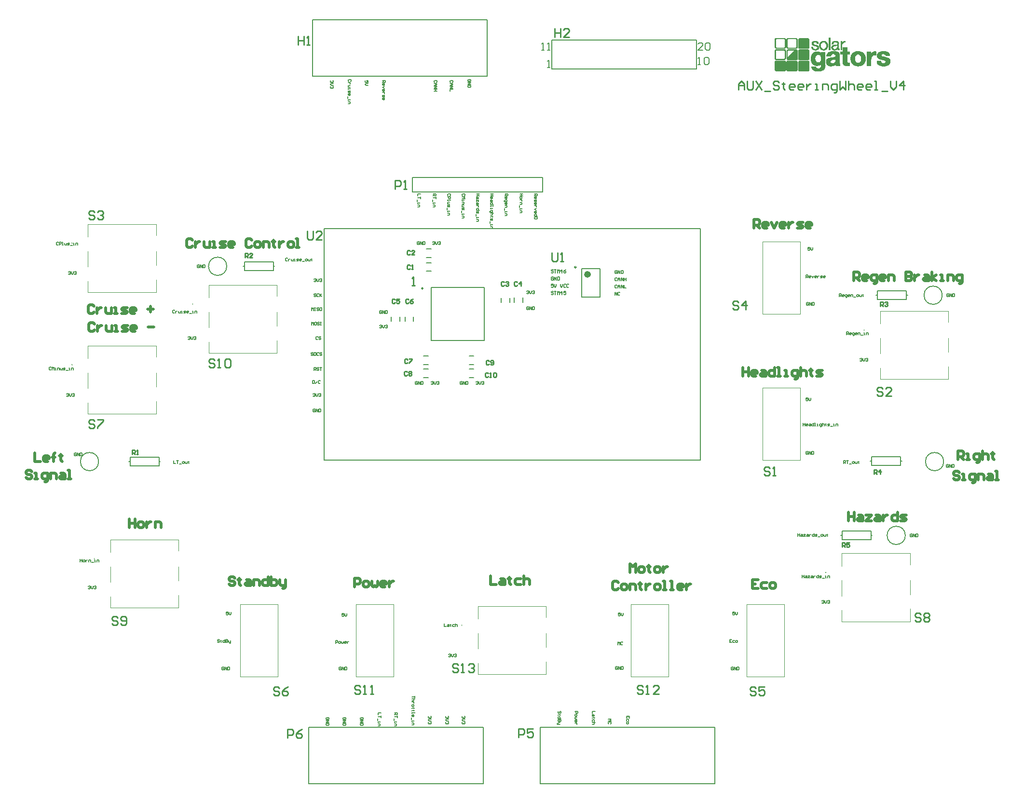
<source format=gto>
G04*
G04 #@! TF.GenerationSoftware,Altium Limited,Altium Designer,20.0.9 (164)*
G04*
G04 Layer_Color=65535*
%FSLAX25Y25*%
%MOIN*%
G70*
G01*
G75*
%ADD10C,0.00500*%
%ADD11C,0.00787*%
%ADD12C,0.00984*%
%ADD13C,0.02362*%
%ADD14C,0.00100*%
%ADD15C,0.00400*%
%ADD16C,0.00394*%
%ADD17C,0.02000*%
%ADD18C,0.01000*%
%ADD19C,0.00800*%
%ADD20C,0.00606*%
D10*
X533799Y172500D02*
G03*
X533799Y172500I-6299J0D01*
G01*
X560299Y223500D02*
G03*
X560299Y223500I-6299J0D01*
G01*
X559299Y338500D02*
G03*
X559299Y338500I-6299J0D01*
G01*
X-23701Y223500D02*
G03*
X-23701Y223500I-6299J0D01*
G01*
X64858Y358500D02*
G03*
X64858Y358500I-6299J0D01*
G01*
X121400Y40000D02*
X242000D01*
Y1000D02*
Y40000D01*
X121400Y1000D02*
X242000D01*
X121400D02*
Y40000D01*
X281400D02*
X402000D01*
Y1000D02*
Y40000D01*
X281400Y1000D02*
X402000D01*
X281400D02*
Y40000D01*
X124250Y490000D02*
X244850D01*
X124250D02*
Y529000D01*
X244850D01*
Y490000D02*
Y529000D01*
X132000Y224500D02*
Y384500D01*
Y384000D02*
Y384500D01*
X392000D01*
Y224500D02*
Y384500D01*
X132000Y224500D02*
X392000D01*
X336833Y118999D02*
X335500D01*
Y118000D01*
X336166Y118333D01*
X336500D01*
X336833Y118000D01*
Y117333D01*
X336500Y117000D01*
X335833D01*
X335500Y117333D01*
X337499Y118999D02*
Y117666D01*
X338166Y117000D01*
X338832Y117666D01*
Y118999D01*
X217666Y47500D02*
X217999Y47167D01*
Y46500D01*
X217666Y46167D01*
X217333D01*
X217000Y46500D01*
Y46834D01*
Y46500D01*
X216666Y46167D01*
X216333D01*
X216000Y46500D01*
Y47167D01*
X216333Y47500D01*
X217999Y45501D02*
X216666D01*
X216000Y44834D01*
X216666Y44168D01*
X217999D01*
X217666Y43501D02*
X217999Y43168D01*
Y42502D01*
X217666Y42168D01*
X217333D01*
X217000Y42502D01*
Y42835D01*
Y42502D01*
X216666Y42168D01*
X216333D01*
X216000Y42502D01*
Y43168D01*
X216333Y43501D01*
X335000Y97000D02*
Y98999D01*
X335666Y98333D01*
X336333Y98999D01*
Y97000D01*
X338332Y98666D02*
X337999Y98999D01*
X337333D01*
X336999Y98666D01*
Y97333D01*
X337333Y97000D01*
X337999D01*
X338332Y97333D01*
X197833Y375166D02*
X197500Y375499D01*
X196833D01*
X196500Y375166D01*
Y373833D01*
X196833Y373500D01*
X197500D01*
X197833Y373833D01*
Y374500D01*
X197167D01*
X198499Y373500D02*
Y375499D01*
X199832Y373500D01*
Y375499D01*
X200499D02*
Y373500D01*
X201498D01*
X201832Y373833D01*
Y375166D01*
X201498Y375499D01*
X200499D01*
X249166Y408617D02*
X247166D01*
X248166D01*
Y407284D01*
X249166D01*
X247166D01*
Y405618D02*
Y406285D01*
X247500Y406618D01*
X248166D01*
X248499Y406285D01*
Y405618D01*
X248166Y405285D01*
X247833D01*
Y406618D01*
X248499Y404285D02*
Y403619D01*
X248166Y403286D01*
X247166D01*
Y404285D01*
X247500Y404618D01*
X247833Y404285D01*
Y403286D01*
X249166Y401286D02*
X247166D01*
Y402286D01*
X247500Y402619D01*
X248166D01*
X248499Y402286D01*
Y401286D01*
X247166Y400620D02*
Y399953D01*
Y400286D01*
X249166D01*
Y400620D01*
X247166Y398954D02*
Y398287D01*
Y398620D01*
X248499D01*
Y398954D01*
X246500Y396621D02*
Y396288D01*
X246833Y395954D01*
X248499D01*
Y396954D01*
X248166Y397287D01*
X247500D01*
X247166Y396954D01*
Y395954D01*
X249166Y395288D02*
X247166D01*
X248166D01*
X248499Y394955D01*
Y394288D01*
X248166Y393955D01*
X247166D01*
X248833Y392955D02*
X248499D01*
Y393289D01*
Y392622D01*
Y392955D01*
X247500D01*
X247166Y392622D01*
Y391623D02*
Y390623D01*
X247500Y390290D01*
X247833Y390623D01*
Y391289D01*
X248166Y391623D01*
X248499Y391289D01*
Y390290D01*
X246833Y389623D02*
Y388290D01*
X247166Y387624D02*
Y386957D01*
Y387291D01*
X248499D01*
Y387624D01*
X247166Y385958D02*
X248499D01*
Y384958D01*
X248166Y384625D01*
X247166D01*
X491000Y222333D02*
Y224333D01*
X492000D01*
X492333Y223999D01*
Y223333D01*
X492000Y223000D01*
X491000D01*
X491666D02*
X492333Y222333D01*
X492999Y224333D02*
X494332D01*
X493666D01*
Y222333D01*
X494999Y222000D02*
X496332D01*
X497331Y222333D02*
X497998D01*
X498331Y222667D01*
Y223333D01*
X497998Y223666D01*
X497331D01*
X496998Y223333D01*
Y222667D01*
X497331Y222333D01*
X498997Y223666D02*
Y222667D01*
X499331Y222333D01*
X500330D01*
Y223666D01*
X501330Y223999D02*
Y223666D01*
X500997D01*
X501663D01*
X501330D01*
Y222667D01*
X501663Y222333D01*
X414833Y81166D02*
X414500Y81499D01*
X413833D01*
X413500Y81166D01*
Y79833D01*
X413833Y79500D01*
X414500D01*
X414833Y79833D01*
Y80500D01*
X414166D01*
X415499Y79500D02*
Y81499D01*
X416832Y79500D01*
Y81499D01*
X417499D02*
Y79500D01*
X418498D01*
X418832Y79833D01*
Y81166D01*
X418498Y81499D01*
X417499D01*
X415833Y119499D02*
X414500D01*
Y118500D01*
X415166Y118833D01*
X415500D01*
X415833Y118500D01*
Y117833D01*
X415500Y117500D01*
X414833D01*
X414500Y117833D01*
X416499Y119499D02*
Y118166D01*
X417166Y117500D01*
X417832Y118166D01*
Y119499D01*
X150499Y486167D02*
X150833Y486500D01*
Y487167D01*
X150499Y487500D01*
X149167D01*
X148833Y487167D01*
Y486500D01*
X149167Y486167D01*
X150166Y485501D02*
X148833D01*
X149500D01*
X149833Y485167D01*
X150166Y484834D01*
Y484501D01*
Y483501D02*
X149167D01*
X148833Y483168D01*
Y482168D01*
X150166D01*
X148833Y481502D02*
Y480835D01*
Y481169D01*
X150166D01*
Y481502D01*
X148833Y479836D02*
Y478836D01*
X149167Y478503D01*
X149500Y478836D01*
Y479503D01*
X149833Y479836D01*
X150166Y479503D01*
Y478503D01*
X148833Y476837D02*
Y477503D01*
X149167Y477837D01*
X149833D01*
X150166Y477503D01*
Y476837D01*
X149833Y476504D01*
X149500D01*
Y477837D01*
X148500Y475837D02*
Y474504D01*
X148833Y473838D02*
Y473171D01*
Y473504D01*
X150166D01*
Y473838D01*
X148833Y472172D02*
X150166D01*
Y471172D01*
X149833Y470839D01*
X148833D01*
X563833Y339166D02*
X563500Y339499D01*
X562833D01*
X562500Y339166D01*
Y337833D01*
X562833Y337500D01*
X563500D01*
X563833Y337833D01*
Y338500D01*
X563166D01*
X564499Y337500D02*
Y339499D01*
X565832Y337500D01*
Y339499D01*
X566499D02*
Y337500D01*
X567498D01*
X567832Y337833D01*
Y339166D01*
X567498Y339499D01*
X566499D01*
X413833Y100499D02*
X412500D01*
Y98500D01*
X413833D01*
X412500Y99500D02*
X413166D01*
X415832Y99833D02*
X414833D01*
X414499Y99500D01*
Y98833D01*
X414833Y98500D01*
X415832D01*
X416832D02*
X417498D01*
X417832Y98833D01*
Y99500D01*
X417498Y99833D01*
X416832D01*
X416499Y99500D01*
Y98833D01*
X416832Y98500D01*
X45833Y359166D02*
X45500Y359499D01*
X44833D01*
X44500Y359166D01*
Y357833D01*
X44833Y357500D01*
X45500D01*
X45833Y357833D01*
Y358500D01*
X45166D01*
X46499Y357500D02*
Y359499D01*
X47832Y357500D01*
Y359499D01*
X48499D02*
Y357500D01*
X49498D01*
X49832Y357833D01*
Y359166D01*
X49498Y359499D01*
X48499D01*
X138166Y487000D02*
X138499Y486667D01*
Y486000D01*
X138166Y485667D01*
X137833D01*
X137500Y486000D01*
Y486334D01*
Y486000D01*
X137167Y485667D01*
X136833D01*
X136500Y486000D01*
Y486667D01*
X136833Y487000D01*
X138499Y485001D02*
X137167D01*
X136500Y484334D01*
X137167Y483668D01*
X138499D01*
X138166Y483001D02*
X138499Y482668D01*
Y482002D01*
X138166Y481668D01*
X137833D01*
X137500Y482002D01*
Y482335D01*
Y482002D01*
X137167Y481668D01*
X136833D01*
X136500Y482002D01*
Y482668D01*
X136833Y483001D01*
X145833Y118499D02*
X144500D01*
Y117500D01*
X145167Y117833D01*
X145500D01*
X145833Y117500D01*
Y116833D01*
X145500Y116500D01*
X144833D01*
X144500Y116833D01*
X146499Y118499D02*
Y117166D01*
X147166Y116500D01*
X147832Y117166D01*
Y118499D01*
X-36500Y156333D02*
Y154333D01*
Y155333D01*
X-35167D01*
Y156333D01*
Y154333D01*
X-34167D02*
X-33501D01*
X-33168Y154666D01*
Y155333D01*
X-33501Y155666D01*
X-34167D01*
X-34501Y155333D01*
Y154666D01*
X-34167Y154333D01*
X-32501Y155666D02*
Y154333D01*
Y155000D01*
X-32168Y155333D01*
X-31835Y155666D01*
X-31502D01*
X-30502Y154333D02*
Y155666D01*
X-29502D01*
X-29169Y155333D01*
Y154333D01*
X-28503Y154000D02*
X-27170D01*
X-26503Y154333D02*
X-25837D01*
X-26170D01*
Y155666D01*
X-26503D01*
X-24837Y154333D02*
Y155666D01*
X-23837D01*
X-23504Y155333D01*
Y154333D01*
X465000Y350500D02*
Y352499D01*
X466000D01*
X466333Y352166D01*
Y351500D01*
X466000Y351166D01*
X465000D01*
X465666D02*
X466333Y350500D01*
X467999D02*
X467333D01*
X466999Y350833D01*
Y351500D01*
X467333Y351833D01*
X467999D01*
X468332Y351500D01*
Y351166D01*
X466999D01*
X468999Y351833D02*
X469665Y350500D01*
X470332Y351833D01*
X471998Y350500D02*
X471331D01*
X470998Y350833D01*
Y351500D01*
X471331Y351833D01*
X471998D01*
X472331Y351500D01*
Y351166D01*
X470998D01*
X472997Y351833D02*
Y350500D01*
Y351166D01*
X473331Y351500D01*
X473664Y351833D01*
X473997D01*
X474997Y350500D02*
X475996D01*
X476330Y350833D01*
X475996Y351166D01*
X475330D01*
X474997Y351500D01*
X475330Y351833D01*
X476330D01*
X477996Y350500D02*
X477329D01*
X476996Y350833D01*
Y351500D01*
X477329Y351833D01*
X477996D01*
X478329Y351500D01*
Y351166D01*
X476996D01*
X170500Y317666D02*
X170833Y317999D01*
X171500D01*
X171833Y317666D01*
Y317333D01*
X171500Y317000D01*
X171167D01*
X171500D01*
X171833Y316666D01*
Y316333D01*
X171500Y316000D01*
X170833D01*
X170500Y316333D01*
X172499Y317999D02*
Y316666D01*
X173166Y316000D01*
X173832Y316666D01*
Y317999D01*
X174499Y317666D02*
X174832Y317999D01*
X175498D01*
X175832Y317666D01*
Y317333D01*
X175498Y317000D01*
X175165D01*
X175498D01*
X175832Y316666D01*
Y316333D01*
X175498Y316000D01*
X174832D01*
X174499Y316333D01*
X466333Y267499D02*
X465000D01*
Y266500D01*
X465666Y266833D01*
X466000D01*
X466333Y266500D01*
Y265833D01*
X466000Y265500D01*
X465333D01*
X465000Y265833D01*
X466999Y267499D02*
Y266166D01*
X467666Y265500D01*
X468332Y266166D01*
Y267499D01*
X28833Y327999D02*
X28500Y328333D01*
X27833D01*
X27500Y327999D01*
Y326666D01*
X27833Y326333D01*
X28500D01*
X28833Y326666D01*
X29499Y327666D02*
Y326333D01*
Y327000D01*
X29833Y327333D01*
X30166Y327666D01*
X30499D01*
X31499D02*
Y326666D01*
X31832Y326333D01*
X32832D01*
Y327666D01*
X33498Y326333D02*
X34165D01*
X33831D01*
Y327666D01*
X33498D01*
X35164Y326333D02*
X36164D01*
X36497Y326666D01*
X36164Y327000D01*
X35497D01*
X35164Y327333D01*
X35497Y327666D01*
X36497D01*
X38163Y326333D02*
X37497D01*
X37163Y326666D01*
Y327333D01*
X37497Y327666D01*
X38163D01*
X38496Y327333D01*
Y327000D01*
X37163D01*
X39163Y326000D02*
X40496D01*
X41162Y326333D02*
X41829D01*
X41495D01*
Y327666D01*
X41162D01*
X42828Y326333D02*
Y327666D01*
X43828D01*
X44161Y327333D01*
Y326333D01*
X295333Y49667D02*
X295666Y50000D01*
Y50667D01*
X295333Y51000D01*
X294999D01*
X294666Y50667D01*
Y50000D01*
X294333Y49667D01*
X294000D01*
X293666Y50000D01*
Y50667D01*
X294000Y51000D01*
X295333Y48667D02*
X294999D01*
Y49001D01*
Y48334D01*
Y48667D01*
X294000D01*
X293666Y48334D01*
X295666Y46002D02*
X293666D01*
Y47001D01*
X294000Y47335D01*
X294666D01*
X294999Y47001D01*
Y46002D01*
X295666Y45335D02*
X293666D01*
Y44335D01*
X294000Y44002D01*
X294333D01*
X294666Y44335D01*
Y45335D01*
Y44335D01*
X294999Y44002D01*
X295333D01*
X295666Y44335D01*
Y45335D01*
X294999Y43336D02*
X294000D01*
X293666Y43003D01*
Y42003D01*
X293333D01*
X293000Y42336D01*
Y42669D01*
X293666Y42003D02*
X294999D01*
X218000Y90166D02*
X218333Y90499D01*
X219000D01*
X219333Y90166D01*
Y89833D01*
X219000Y89500D01*
X218666D01*
X219000D01*
X219333Y89166D01*
Y88833D01*
X219000Y88500D01*
X218333D01*
X218000Y88833D01*
X219999Y90499D02*
Y89166D01*
X220666Y88500D01*
X221332Y89166D01*
Y90499D01*
X221999Y90166D02*
X222332Y90499D01*
X222998D01*
X223332Y90166D01*
Y89833D01*
X222998Y89500D01*
X222665D01*
X222998D01*
X223332Y89166D01*
Y88833D01*
X222998Y88500D01*
X222332D01*
X221999Y88833D01*
X124000Y279499D02*
Y277500D01*
X125000D01*
X125333Y277833D01*
Y279166D01*
X125000Y279499D01*
X124000D01*
X125999Y277500D02*
X127332Y278833D01*
X129332Y279166D02*
X128998Y279499D01*
X128332D01*
X127999Y279166D01*
Y277833D01*
X128332Y277500D01*
X128998D01*
X129332Y277833D01*
X227333Y278666D02*
X227000Y278999D01*
X226333D01*
X226000Y278666D01*
Y277333D01*
X226333Y277000D01*
X227000D01*
X227333Y277333D01*
Y278000D01*
X226666D01*
X227999Y277000D02*
Y278999D01*
X229332Y277000D01*
Y278999D01*
X229999D02*
Y277000D01*
X230998D01*
X231332Y277333D01*
Y278666D01*
X230998Y278999D01*
X229999D01*
X65833Y119499D02*
X64500D01*
Y118500D01*
X65166Y118833D01*
X65500D01*
X65833Y118500D01*
Y117833D01*
X65500Y117500D01*
X64833D01*
X64500Y117833D01*
X66499Y119499D02*
Y118166D01*
X67166Y117500D01*
X67832Y118166D01*
Y119499D01*
X124333Y298666D02*
X124000Y298999D01*
X123333D01*
X123000Y298666D01*
Y298333D01*
X123333Y298000D01*
X124000D01*
X124333Y297666D01*
Y297333D01*
X124000Y297000D01*
X123333D01*
X123000Y297333D01*
X124999Y298999D02*
Y297000D01*
X125999D01*
X126332Y297333D01*
Y298666D01*
X125999Y298999D01*
X124999D01*
X128332Y298666D02*
X127998Y298999D01*
X127332D01*
X126999Y298666D01*
Y297333D01*
X127332Y297000D01*
X127998D01*
X128332Y297333D01*
X130331Y298666D02*
X129998Y298999D01*
X129331D01*
X128998Y298666D01*
Y298333D01*
X129331Y298000D01*
X129998D01*
X130331Y297666D01*
Y297333D01*
X129998Y297000D01*
X129331D01*
X128998Y297333D01*
X-46000Y270166D02*
X-45667Y270499D01*
X-45000D01*
X-44667Y270166D01*
Y269833D01*
X-45000Y269500D01*
X-45334D01*
X-45000D01*
X-44667Y269166D01*
Y268833D01*
X-45000Y268500D01*
X-45667D01*
X-46000Y268833D01*
X-44001Y270499D02*
Y269166D01*
X-43334Y268500D01*
X-42668Y269166D01*
Y270499D01*
X-42001Y270166D02*
X-41668Y270499D01*
X-41002D01*
X-40668Y270166D01*
Y269833D01*
X-41002Y269500D01*
X-41335D01*
X-41002D01*
X-40668Y269166D01*
Y268833D01*
X-41002Y268500D01*
X-41668D01*
X-42001Y268833D01*
X463000Y250166D02*
Y248166D01*
Y249166D01*
X464333D01*
Y250166D01*
Y248166D01*
X465999D02*
X465333D01*
X464999Y248500D01*
Y249166D01*
X465333Y249499D01*
X465999D01*
X466332Y249166D01*
Y248833D01*
X464999D01*
X467332Y249499D02*
X467998D01*
X468332Y249166D01*
Y248166D01*
X467332D01*
X466999Y248500D01*
X467332Y248833D01*
X468332D01*
X470331Y250166D02*
Y248166D01*
X469331D01*
X468998Y248500D01*
Y249166D01*
X469331Y249499D01*
X470331D01*
X470997Y248166D02*
X471664D01*
X471331D01*
Y250166D01*
X470997D01*
X472663Y248166D02*
X473330D01*
X472997D01*
Y249499D01*
X472663D01*
X474996Y247500D02*
X475329D01*
X475663Y247833D01*
Y249499D01*
X474663D01*
X474330Y249166D01*
Y248500D01*
X474663Y248166D01*
X475663D01*
X476329Y250166D02*
Y248166D01*
Y249166D01*
X476662Y249499D01*
X477329D01*
X477662Y249166D01*
Y248166D01*
X478662Y249833D02*
Y249499D01*
X478328D01*
X478995D01*
X478662D01*
Y248500D01*
X478995Y248166D01*
X479994D02*
X480994D01*
X481327Y248500D01*
X480994Y248833D01*
X480328D01*
X479994Y249166D01*
X480328Y249499D01*
X481327D01*
X481994Y247833D02*
X483327D01*
X483993Y248166D02*
X484660D01*
X484326D01*
Y249499D01*
X483993D01*
X485659Y248166D02*
Y249499D01*
X486659D01*
X486992Y249166D01*
Y248166D01*
X180833Y50000D02*
X182833D01*
Y49000D01*
X182499Y48667D01*
X181833D01*
X181500Y49000D01*
Y50000D01*
Y49334D02*
X180833Y48667D01*
X182833Y48001D02*
Y46668D01*
Y47334D01*
X180833D01*
X180500Y46001D02*
Y44668D01*
X180833Y44002D02*
Y43336D01*
Y43669D01*
X182166D01*
Y44002D01*
X180833Y42336D02*
X182166D01*
Y41336D01*
X181833Y41003D01*
X180833D01*
X-44500Y354666D02*
X-44167Y354999D01*
X-43500D01*
X-43167Y354666D01*
Y354333D01*
X-43500Y354000D01*
X-43834D01*
X-43500D01*
X-43167Y353666D01*
Y353333D01*
X-43500Y353000D01*
X-44167D01*
X-44500Y353333D01*
X-42501Y354999D02*
Y353666D01*
X-41834Y353000D01*
X-41168Y353666D01*
Y354999D01*
X-40501Y354666D02*
X-40168Y354999D01*
X-39502D01*
X-39168Y354666D01*
Y354333D01*
X-39502Y354000D01*
X-39835D01*
X-39502D01*
X-39168Y353666D01*
Y353333D01*
X-39502Y353000D01*
X-40168D01*
X-40501Y353333D01*
X-39167Y229166D02*
X-39500Y229499D01*
X-40167D01*
X-40500Y229166D01*
Y227833D01*
X-40167Y227500D01*
X-39500D01*
X-39167Y227833D01*
Y228500D01*
X-39834D01*
X-38501Y227500D02*
Y229499D01*
X-37168Y227500D01*
Y229499D01*
X-36501D02*
Y227500D01*
X-35502D01*
X-35168Y227833D01*
Y229166D01*
X-35502Y229499D01*
X-36501D01*
X466333Y230166D02*
X466000Y230499D01*
X465333D01*
X465000Y230166D01*
Y228833D01*
X465333Y228500D01*
X466000D01*
X466333Y228833D01*
Y229500D01*
X465666D01*
X466999Y228500D02*
Y230499D01*
X468332Y228500D01*
Y230499D01*
X468999D02*
Y228500D01*
X469998D01*
X470332Y228833D01*
Y230166D01*
X469998Y230499D01*
X468999D01*
X59833Y100333D02*
X59500Y100666D01*
X58833D01*
X58500Y100333D01*
Y99999D01*
X58833Y99666D01*
X59500D01*
X59833Y99333D01*
Y99000D01*
X59500Y98666D01*
X58833D01*
X58500Y99000D01*
X60833Y100333D02*
Y99999D01*
X60499D01*
X61166D01*
X60833D01*
Y99000D01*
X61166Y98666D01*
X63498Y100666D02*
Y98666D01*
X62499D01*
X62165Y99000D01*
Y99666D01*
X62499Y99999D01*
X63498D01*
X64165Y100666D02*
Y98666D01*
X65165D01*
X65498Y99000D01*
Y99333D01*
X65165Y99666D01*
X64165D01*
X65165D01*
X65498Y99999D01*
Y100333D01*
X65165Y100666D01*
X64165D01*
X66164Y99999D02*
Y99000D01*
X66497Y98666D01*
X67497D01*
Y98333D01*
X67164Y98000D01*
X66831D01*
X67497Y98666D02*
Y99999D01*
X125833Y259666D02*
X125500Y259999D01*
X124833D01*
X124500Y259666D01*
Y258333D01*
X124833Y258000D01*
X125500D01*
X125833Y258333D01*
Y259000D01*
X125166D01*
X126499Y258000D02*
Y259999D01*
X127832Y258000D01*
Y259999D01*
X128499D02*
Y258000D01*
X129498D01*
X129832Y258333D01*
Y259666D01*
X129498Y259999D01*
X128499D01*
X143833Y81166D02*
X143500Y81499D01*
X142833D01*
X142500Y81166D01*
Y79833D01*
X142833Y79500D01*
X143500D01*
X143833Y79833D01*
Y80500D01*
X143166D01*
X144499Y79500D02*
Y81499D01*
X145832Y79500D01*
Y81499D01*
X146499D02*
Y79500D01*
X147498D01*
X147832Y79833D01*
Y81166D01*
X147498Y81499D01*
X146499D01*
X38000Y309666D02*
X38333Y309999D01*
X39000D01*
X39333Y309666D01*
Y309333D01*
X39000Y309000D01*
X38666D01*
X39000D01*
X39333Y308666D01*
Y308333D01*
X39000Y308000D01*
X38333D01*
X38000Y308333D01*
X39999Y309999D02*
Y308666D01*
X40666Y308000D01*
X41332Y308666D01*
Y309999D01*
X41999Y309666D02*
X42332Y309999D01*
X42998D01*
X43332Y309666D01*
Y309333D01*
X42998Y309000D01*
X42665D01*
X42998D01*
X43332Y308666D01*
Y308333D01*
X42998Y308000D01*
X42332D01*
X41999Y308333D01*
X459500Y173833D02*
Y171833D01*
Y172833D01*
X460833D01*
Y173833D01*
Y171833D01*
X461833Y173166D02*
X462499D01*
X462832Y172833D01*
Y171833D01*
X461833D01*
X461499Y172167D01*
X461833Y172500D01*
X462832D01*
X463499Y173166D02*
X464832D01*
X463499Y171833D01*
X464832D01*
X465831Y173166D02*
X466498D01*
X466831Y172833D01*
Y171833D01*
X465831D01*
X465498Y172167D01*
X465831Y172500D01*
X466831D01*
X467497Y173166D02*
Y171833D01*
Y172500D01*
X467831Y172833D01*
X468164Y173166D01*
X468497D01*
X470830Y173833D02*
Y171833D01*
X469830D01*
X469497Y172167D01*
Y172833D01*
X469830Y173166D01*
X470830D01*
X471496Y171833D02*
X472496D01*
X472829Y172167D01*
X472496Y172500D01*
X471829D01*
X471496Y172833D01*
X471829Y173166D01*
X472829D01*
X473495Y171500D02*
X474828D01*
X475828Y171833D02*
X476495D01*
X476828Y172167D01*
Y172833D01*
X476495Y173166D01*
X475828D01*
X475495Y172833D01*
Y172167D01*
X475828Y171833D01*
X477494Y173166D02*
Y172167D01*
X477827Y171833D01*
X478827D01*
Y173166D01*
X479827Y173499D02*
Y173166D01*
X479494D01*
X480160D01*
X479827D01*
Y172167D01*
X480160Y171833D01*
X319499Y51000D02*
X317500D01*
Y49667D01*
X318833Y48667D02*
Y48001D01*
X318500Y47668D01*
X317500D01*
Y48667D01*
X317833Y49001D01*
X318166Y48667D01*
Y47668D01*
X319166Y46668D02*
X318833D01*
Y47001D01*
Y46335D01*
Y46668D01*
X317833D01*
X317500Y46335D01*
X318833Y44002D02*
Y45002D01*
X318500Y45335D01*
X317833D01*
X317500Y45002D01*
Y44002D01*
X319499Y43336D02*
X317500D01*
X318500D01*
X318833Y43003D01*
Y42336D01*
X318500Y42003D01*
X317500D01*
X229166Y47500D02*
X229499Y47167D01*
Y46500D01*
X229166Y46167D01*
X228833D01*
X228500Y46500D01*
Y46834D01*
Y46500D01*
X228166Y46167D01*
X227833D01*
X227500Y46500D01*
Y47167D01*
X227833Y47500D01*
X229499Y45501D02*
X228166D01*
X227500Y44834D01*
X228166Y44168D01*
X229499D01*
X229166Y43501D02*
X229499Y43168D01*
Y42502D01*
X229166Y42168D01*
X228833D01*
X228500Y42502D01*
Y42835D01*
Y42502D01*
X228166Y42168D01*
X227833D01*
X227500Y42502D01*
Y43168D01*
X227833Y43501D01*
X462500Y145333D02*
Y143333D01*
Y144333D01*
X463833D01*
Y145333D01*
Y143333D01*
X464833Y144666D02*
X465499D01*
X465832Y144333D01*
Y143333D01*
X464833D01*
X464499Y143667D01*
X464833Y144000D01*
X465832D01*
X466499Y144666D02*
X467832D01*
X466499Y143333D01*
X467832D01*
X468831Y144666D02*
X469498D01*
X469831Y144333D01*
Y143333D01*
X468831D01*
X468498Y143667D01*
X468831Y144000D01*
X469831D01*
X470497Y144666D02*
Y143333D01*
Y144000D01*
X470831Y144333D01*
X471164Y144666D01*
X471497D01*
X473830Y145333D02*
Y143333D01*
X472830D01*
X472497Y143667D01*
Y144333D01*
X472830Y144666D01*
X473830D01*
X474496Y143333D02*
X475496D01*
X475829Y143667D01*
X475496Y144000D01*
X474829D01*
X474496Y144333D01*
X474829Y144666D01*
X475829D01*
X476495Y143000D02*
X477828D01*
X478495Y143333D02*
X479161D01*
X478828D01*
Y144666D01*
X478495D01*
X480161Y143333D02*
Y144666D01*
X481161D01*
X481494Y144333D01*
Y143333D01*
X125000Y286500D02*
Y288499D01*
X126000D01*
X126333Y288166D01*
Y287500D01*
X126000Y287166D01*
X125000D01*
X125666D02*
X126333Y286500D01*
X128332Y288166D02*
X127999Y288499D01*
X127333D01*
X126999Y288166D01*
Y287833D01*
X127333Y287500D01*
X127999D01*
X128332Y287166D01*
Y286833D01*
X127999Y286500D01*
X127333D01*
X126999Y286833D01*
X128999Y288499D02*
X130332D01*
X129665D01*
Y286500D01*
X493000Y311166D02*
Y313166D01*
X494000D01*
X494333Y312833D01*
Y312166D01*
X494000Y311833D01*
X493000D01*
X493666D02*
X494333Y311166D01*
X495999D02*
X495333D01*
X494999Y311500D01*
Y312166D01*
X495333Y312499D01*
X495999D01*
X496332Y312166D01*
Y311833D01*
X494999D01*
X497665Y310500D02*
X497998D01*
X498332Y310833D01*
Y312499D01*
X497332D01*
X496999Y312166D01*
Y311500D01*
X497332Y311166D01*
X498332D01*
X499998D02*
X499331D01*
X498998Y311500D01*
Y312166D01*
X499331Y312499D01*
X499998D01*
X500331Y312166D01*
Y311833D01*
X498998D01*
X500997Y311166D02*
Y312499D01*
X501997D01*
X502330Y312166D01*
Y311166D01*
X502997Y310833D02*
X504330D01*
X504996Y311166D02*
X505663D01*
X505329D01*
Y312499D01*
X504996D01*
X506662Y311166D02*
Y312499D01*
X507662D01*
X507995Y312166D01*
Y311166D01*
X342999Y46167D02*
Y47500D01*
X341000D01*
Y46167D01*
X342000Y47500D02*
Y46834D01*
X342333Y44168D02*
Y45167D01*
X342000Y45501D01*
X341333D01*
X341000Y45167D01*
Y44168D01*
Y43168D02*
Y42502D01*
X341333Y42168D01*
X342000D01*
X342333Y42502D01*
Y43168D01*
X342000Y43501D01*
X341333D01*
X341000Y43168D01*
X135166Y45167D02*
X135499Y45500D01*
Y46167D01*
X135166Y46500D01*
X133833D01*
X133500Y46167D01*
Y45500D01*
X133833Y45167D01*
X134500D01*
Y45834D01*
X133500Y44501D02*
X135499D01*
X133500Y43168D01*
X135499D01*
Y42501D02*
X133500D01*
Y41502D01*
X133833Y41168D01*
X135166D01*
X135499Y41502D01*
Y42501D01*
X146666Y45167D02*
X146999Y45500D01*
Y46167D01*
X146666Y46500D01*
X145333D01*
X145000Y46167D01*
Y45500D01*
X145333Y45167D01*
X146000D01*
Y45834D01*
X145000Y44501D02*
X146999D01*
X145000Y43168D01*
X146999D01*
Y42501D02*
X145000D01*
Y41502D01*
X145333Y41168D01*
X146666D01*
X146999Y41502D01*
Y42501D01*
X-51667Y374999D02*
X-52000Y375333D01*
X-52667D01*
X-53000Y374999D01*
Y373667D01*
X-52667Y373333D01*
X-52000D01*
X-51667Y373667D01*
X-51001Y373333D02*
Y375333D01*
X-50001D01*
X-49668Y374999D01*
Y374333D01*
X-50001Y374000D01*
X-51001D01*
X-49001Y373333D02*
X-48335D01*
X-48668D01*
Y375333D01*
X-49001D01*
X-47335Y374666D02*
Y373667D01*
X-47002Y373333D01*
X-46002D01*
Y374666D01*
X-45336Y373333D02*
X-44336D01*
X-44003Y373667D01*
X-44336Y374000D01*
X-45003D01*
X-45336Y374333D01*
X-45003Y374666D01*
X-44003D01*
X-43336Y373000D02*
X-42004D01*
X-41337Y373333D02*
X-40671D01*
X-41004D01*
Y374666D01*
X-41337D01*
X-39671Y373333D02*
Y374666D01*
X-38671D01*
X-38338Y374333D01*
Y373333D01*
X328500Y45500D02*
X330499D01*
X329833Y44834D01*
X330499Y44167D01*
X328500D01*
X330166Y42168D02*
X330499Y42501D01*
Y43167D01*
X330166Y43501D01*
X328833D01*
X328500Y43167D01*
Y42501D01*
X328833Y42168D01*
X196333Y278666D02*
X196000Y278999D01*
X195333D01*
X195000Y278666D01*
Y277333D01*
X195333Y277000D01*
X196000D01*
X196333Y277333D01*
Y278000D01*
X195667D01*
X196999Y277000D02*
Y278999D01*
X198332Y277000D01*
Y278999D01*
X198999D02*
Y277000D01*
X199998D01*
X200332Y277333D01*
Y278666D01*
X199998Y278999D01*
X198999D01*
X140000Y98000D02*
Y99999D01*
X141000D01*
X141333Y99666D01*
Y99000D01*
X141000Y98666D01*
X140000D01*
X142333Y98000D02*
X142999D01*
X143332Y98333D01*
Y99000D01*
X142999Y99333D01*
X142333D01*
X141999Y99000D01*
Y98333D01*
X142333Y98000D01*
X143999Y99333D02*
Y98333D01*
X144332Y98000D01*
X144665Y98333D01*
X144998Y98000D01*
X145332Y98333D01*
Y99333D01*
X146998Y98000D02*
X146331D01*
X145998Y98333D01*
Y99000D01*
X146331Y99333D01*
X146998D01*
X147331Y99000D01*
Y98666D01*
X145998D01*
X147997Y99333D02*
Y98000D01*
Y98666D01*
X148331Y99000D01*
X148664Y99333D01*
X148997D01*
X215000Y111499D02*
Y109500D01*
X216333D01*
X217333Y110833D02*
X217999D01*
X218332Y110500D01*
Y109500D01*
X217333D01*
X216999Y109833D01*
X217333Y110167D01*
X218332D01*
X219332Y111166D02*
Y110833D01*
X218999D01*
X219665D01*
X219332D01*
Y109833D01*
X219665Y109500D01*
X221998Y110833D02*
X220998D01*
X220665Y110500D01*
Y109833D01*
X220998Y109500D01*
X221998D01*
X222664Y111499D02*
Y109500D01*
Y110500D01*
X222997Y110833D01*
X223664D01*
X223997Y110500D01*
Y109500D01*
X106833Y363999D02*
X106500Y364333D01*
X105833D01*
X105500Y363999D01*
Y362667D01*
X105833Y362333D01*
X106500D01*
X106833Y362667D01*
X107499Y363666D02*
Y362333D01*
Y363000D01*
X107833Y363333D01*
X108166Y363666D01*
X108499D01*
X109499D02*
Y362667D01*
X109832Y362333D01*
X110832D01*
Y363666D01*
X111498Y362333D02*
X112164D01*
X111831D01*
Y363666D01*
X111498D01*
X113164Y362333D02*
X114164D01*
X114497Y362667D01*
X114164Y363000D01*
X113497D01*
X113164Y363333D01*
X113497Y363666D01*
X114497D01*
X116163Y362333D02*
X115497D01*
X115164Y362667D01*
Y363333D01*
X115497Y363666D01*
X116163D01*
X116496Y363333D01*
Y363000D01*
X115164D01*
X117163Y362000D02*
X118496D01*
X119495Y362333D02*
X120162D01*
X120495Y362667D01*
Y363333D01*
X120162Y363666D01*
X119495D01*
X119162Y363333D01*
Y362667D01*
X119495Y362333D01*
X121162Y363666D02*
Y362667D01*
X121495Y362333D01*
X122494D01*
Y363666D01*
X123494Y363999D02*
Y363666D01*
X123161D01*
X123827D01*
X123494D01*
Y362667D01*
X123827Y362333D01*
X172500Y487000D02*
X174499D01*
Y486000D01*
X174166Y485667D01*
X173500D01*
X173167Y486000D01*
Y487000D01*
Y486334D02*
X172500Y485667D01*
Y484001D02*
Y484667D01*
X172833Y485001D01*
X173500D01*
X173833Y484667D01*
Y484001D01*
X173500Y483668D01*
X173167D01*
Y485001D01*
X173833Y483001D02*
X172500Y482335D01*
X173833Y481668D01*
X172500Y480002D02*
Y480669D01*
X172833Y481002D01*
X173500D01*
X173833Y480669D01*
Y480002D01*
X173500Y479669D01*
X173167D01*
Y481002D01*
X173833Y479003D02*
X172500D01*
X173167D01*
X173500Y478669D01*
X173833Y478336D01*
Y478003D01*
X172500Y477003D02*
Y476004D01*
X172833Y475670D01*
X173167Y476004D01*
Y476670D01*
X173500Y477003D01*
X173833Y476670D01*
Y475670D01*
X172500Y474004D02*
Y474671D01*
X172833Y475004D01*
X173500D01*
X173833Y474671D01*
Y474004D01*
X173500Y473671D01*
X173167D01*
Y475004D01*
X126333Y339166D02*
X126000Y339499D01*
X125333D01*
X125000Y339166D01*
Y338833D01*
X125333Y338500D01*
X126000D01*
X126333Y338166D01*
Y337833D01*
X126000Y337500D01*
X125333D01*
X125000Y337833D01*
X128332Y339166D02*
X127999Y339499D01*
X127333D01*
X126999Y339166D01*
Y337833D01*
X127333Y337500D01*
X127999D01*
X128332Y337833D01*
X128999Y339499D02*
Y337500D01*
Y338166D01*
X130332Y339499D01*
X129332Y338500D01*
X130332Y337500D01*
X466833Y333166D02*
X466500Y333499D01*
X465833D01*
X465500Y333166D01*
Y331833D01*
X465833Y331500D01*
X466500D01*
X466833Y331833D01*
Y332500D01*
X466166D01*
X467499Y331500D02*
Y333499D01*
X468832Y331500D01*
Y333499D01*
X469499D02*
Y331500D01*
X470498D01*
X470832Y331833D01*
Y333166D01*
X470498Y333499D01*
X469499D01*
X228999Y407284D02*
X229333Y407617D01*
Y408284D01*
X228999Y408617D01*
X227666D01*
X227333Y408284D01*
Y407617D01*
X227666Y407284D01*
X227333Y406618D02*
X229333D01*
X228666Y405951D01*
X229333Y405285D01*
X227333D01*
Y404618D02*
Y403952D01*
Y404285D01*
X228666D01*
Y404618D01*
X227333Y402952D02*
X228666D01*
Y401953D01*
X228333Y401619D01*
X227333D01*
X228666Y400953D02*
X227666D01*
X227333Y400620D01*
Y399620D01*
X228666D01*
X227333Y398954D02*
Y397954D01*
X227666Y397621D01*
X228000Y397954D01*
Y398620D01*
X228333Y398954D01*
X228666Y398620D01*
Y397621D01*
X227000Y396954D02*
Y395621D01*
X227333Y394955D02*
Y394288D01*
Y394622D01*
X228666D01*
Y394955D01*
X227333Y393289D02*
X228666D01*
Y392289D01*
X228333Y391956D01*
X227333D01*
X272000Y341166D02*
X272333Y341499D01*
X273000D01*
X273333Y341166D01*
Y340833D01*
X273000Y340500D01*
X272666D01*
X273000D01*
X273333Y340166D01*
Y339833D01*
X273000Y339500D01*
X272333D01*
X272000Y339833D01*
X273999Y341499D02*
Y340166D01*
X274666Y339500D01*
X275332Y340166D01*
Y341499D01*
X275999Y341166D02*
X276332Y341499D01*
X276998D01*
X277332Y341166D01*
Y340833D01*
X276998Y340500D01*
X276665D01*
X276998D01*
X277332Y340166D01*
Y339833D01*
X276998Y339500D01*
X276332D01*
X275999Y339833D01*
X305500Y51000D02*
X307499D01*
Y50000D01*
X307166Y49667D01*
X306500D01*
X306166Y50000D01*
Y51000D01*
X305500Y48667D02*
Y48001D01*
X305833Y47668D01*
X306500D01*
X306833Y48001D01*
Y48667D01*
X306500Y49001D01*
X305833D01*
X305500Y48667D01*
X306833Y47001D02*
X305833D01*
X305500Y46668D01*
X305833Y46335D01*
X305500Y46002D01*
X305833Y45668D01*
X306833D01*
X305500Y44002D02*
Y44669D01*
X305833Y45002D01*
X306500D01*
X306833Y44669D01*
Y44002D01*
X306500Y43669D01*
X306166D01*
Y45002D01*
X306833Y43003D02*
X305500D01*
X306166D01*
X306500Y42669D01*
X306833Y42336D01*
Y42003D01*
X207000Y375166D02*
X207333Y375499D01*
X208000D01*
X208333Y375166D01*
Y374833D01*
X208000Y374500D01*
X207666D01*
X208000D01*
X208333Y374166D01*
Y373833D01*
X208000Y373500D01*
X207333D01*
X207000Y373833D01*
X208999Y375499D02*
Y374166D01*
X209666Y373500D01*
X210332Y374166D01*
Y375499D01*
X210999Y375166D02*
X211332Y375499D01*
X211998D01*
X212332Y375166D01*
Y374833D01*
X211998Y374500D01*
X211665D01*
X211998D01*
X212332Y374166D01*
Y373833D01*
X211998Y373500D01*
X211332D01*
X210999Y373833D01*
X207333Y408617D02*
X209333D01*
Y407617D01*
X208999Y407284D01*
X208333D01*
X208000Y407617D01*
Y408617D01*
Y407951D02*
X207333Y407284D01*
X209333Y406618D02*
Y405285D01*
Y405951D01*
X207333D01*
X207000Y404618D02*
Y403286D01*
X207333Y402619D02*
Y401953D01*
Y402286D01*
X208666D01*
Y402619D01*
X207333Y400953D02*
X208666D01*
Y399953D01*
X208333Y399620D01*
X207333D01*
X198833Y408617D02*
X196833D01*
Y407284D01*
X198833Y406618D02*
Y405285D01*
Y405951D01*
X196833D01*
X196500Y404618D02*
Y403286D01*
X196833Y402619D02*
Y401953D01*
Y402286D01*
X198166D01*
Y402619D01*
X196833Y400953D02*
X198166D01*
Y399953D01*
X197833Y399620D01*
X196833D01*
X125000Y349666D02*
X125333Y349999D01*
X126000D01*
X126333Y349666D01*
Y349333D01*
X126000Y349000D01*
X125666D01*
X126000D01*
X126333Y348666D01*
Y348333D01*
X126000Y348000D01*
X125333D01*
X125000Y348333D01*
X126999Y349999D02*
Y348666D01*
X127666Y348000D01*
X128332Y348666D01*
Y349999D01*
X128999Y349666D02*
X129332Y349999D01*
X129998D01*
X130332Y349666D01*
Y349333D01*
X129998Y349000D01*
X129665D01*
X129998D01*
X130332Y348666D01*
Y348333D01*
X129998Y348000D01*
X129332D01*
X128999Y348333D01*
X239333Y408617D02*
X237333D01*
X238333D01*
Y407284D01*
X239333D01*
X237333D01*
X238666Y406285D02*
Y405618D01*
X238333Y405285D01*
X237333D01*
Y406285D01*
X237667Y406618D01*
X238000Y406285D01*
Y405285D01*
X238666Y404618D02*
Y403286D01*
X237333Y404618D01*
Y403286D01*
X238666Y402286D02*
Y401619D01*
X238333Y401286D01*
X237333D01*
Y402286D01*
X237667Y402619D01*
X238000Y402286D01*
Y401286D01*
X238666Y400620D02*
X237333D01*
X238000D01*
X238333Y400286D01*
X238666Y399953D01*
Y399620D01*
X239333Y397287D02*
X237333D01*
Y398287D01*
X237667Y398620D01*
X238333D01*
X238666Y398287D01*
Y397287D01*
X237333Y396621D02*
Y395621D01*
X237667Y395288D01*
X238000Y395621D01*
Y396288D01*
X238333Y396621D01*
X238666Y396288D01*
Y395288D01*
X237000Y394622D02*
Y393289D01*
X237333Y392622D02*
Y391956D01*
Y392289D01*
X238666D01*
Y392622D01*
X237333Y390956D02*
X238666D01*
Y389956D01*
X238333Y389623D01*
X237333D01*
X502500Y294666D02*
X502833Y294999D01*
X503500D01*
X503833Y294666D01*
Y294333D01*
X503500Y294000D01*
X503166D01*
X503500D01*
X503833Y293666D01*
Y293333D01*
X503500Y293000D01*
X502833D01*
X502500Y293333D01*
X504499Y294999D02*
Y293666D01*
X505166Y293000D01*
X505832Y293666D01*
Y294999D01*
X506499Y294666D02*
X506832Y294999D01*
X507498D01*
X507832Y294666D01*
Y294333D01*
X507498Y294000D01*
X507165D01*
X507498D01*
X507832Y293666D01*
Y293333D01*
X507498Y293000D01*
X506832D01*
X506499Y293333D01*
X205666Y47500D02*
X205999Y47167D01*
Y46500D01*
X205666Y46167D01*
X205333D01*
X205000Y46500D01*
Y46834D01*
Y46500D01*
X204666Y46167D01*
X204333D01*
X204000Y46500D01*
Y47167D01*
X204333Y47500D01*
X205999Y45501D02*
X204666D01*
X204000Y44834D01*
X204666Y44168D01*
X205999D01*
X205666Y43501D02*
X205999Y43168D01*
Y42502D01*
X205666Y42168D01*
X205333D01*
X205000Y42502D01*
Y42835D01*
Y42502D01*
X204666Y42168D01*
X204333D01*
X204000Y42502D01*
Y43168D01*
X204333Y43501D01*
X124500Y270166D02*
X124833Y270499D01*
X125500D01*
X125833Y270166D01*
Y269833D01*
X125500Y269500D01*
X125166D01*
X125500D01*
X125833Y269166D01*
Y268833D01*
X125500Y268500D01*
X124833D01*
X124500Y268833D01*
X126499Y270499D02*
Y269166D01*
X127166Y268500D01*
X127832Y269166D01*
Y270499D01*
X128499Y270166D02*
X128832Y270499D01*
X129498D01*
X129832Y270166D01*
Y269833D01*
X129498Y269500D01*
X129165D01*
X129498D01*
X129832Y269166D01*
Y268833D01*
X129498Y268500D01*
X128832D01*
X128499Y268833D01*
X218999Y407284D02*
X219333Y407617D01*
Y408284D01*
X218999Y408617D01*
X217667D01*
X217333Y408284D01*
Y407617D01*
X217667Y407284D01*
X217333Y406618D02*
X219333D01*
Y405618D01*
X218999Y405285D01*
X218333D01*
X218000Y405618D01*
Y406618D01*
X217333Y404618D02*
Y403952D01*
Y404285D01*
X219333D01*
Y404618D01*
X218666Y402952D02*
X217667D01*
X217333Y402619D01*
Y401619D01*
X218666D01*
X217333Y400953D02*
Y399953D01*
X217667Y399620D01*
X218000Y399953D01*
Y400620D01*
X218333Y400953D01*
X218666Y400620D01*
Y399620D01*
X217000Y398954D02*
Y397621D01*
X217333Y396954D02*
Y396288D01*
Y396621D01*
X218666D01*
Y396954D01*
X217333Y395288D02*
X218666D01*
Y394288D01*
X218333Y393955D01*
X217333D01*
X123500Y328000D02*
Y329999D01*
X124167Y329333D01*
X124833Y329999D01*
Y328000D01*
X125499Y329999D02*
X126166D01*
X125833D01*
Y328000D01*
X125499D01*
X126166D01*
X128498Y329666D02*
X128165Y329999D01*
X127499D01*
X127165Y329666D01*
Y329333D01*
X127499Y329000D01*
X128165D01*
X128498Y328666D01*
Y328333D01*
X128165Y328000D01*
X127499D01*
X127165Y328333D01*
X130165Y329999D02*
X129498D01*
X129165Y329666D01*
Y328333D01*
X129498Y328000D01*
X130165D01*
X130498Y328333D01*
Y329666D01*
X130165Y329999D01*
X476000Y127166D02*
X476333Y127499D01*
X477000D01*
X477333Y127166D01*
Y126833D01*
X477000Y126500D01*
X476666D01*
X477000D01*
X477333Y126166D01*
Y125833D01*
X477000Y125500D01*
X476333D01*
X476000Y125833D01*
X477999Y127499D02*
Y126166D01*
X478666Y125500D01*
X479332Y126166D01*
Y127499D01*
X479999Y127166D02*
X480332Y127499D01*
X480998D01*
X481332Y127166D01*
Y126833D01*
X480998Y126500D01*
X480665D01*
X480998D01*
X481332Y126166D01*
Y125833D01*
X480998Y125500D01*
X480332D01*
X479999Y125833D01*
X-56667Y288499D02*
X-57000Y288833D01*
X-57667D01*
X-58000Y288499D01*
Y287167D01*
X-57667Y286833D01*
X-57000D01*
X-56667Y287167D01*
X-56001Y286833D02*
Y288833D01*
X-55334Y288166D01*
X-54668Y288833D01*
Y286833D01*
X-54001D02*
X-53335D01*
X-53668D01*
Y288166D01*
X-54001D01*
X-52335Y286833D02*
Y288166D01*
X-51336D01*
X-51002Y287833D01*
Y286833D01*
X-50336Y288166D02*
Y287167D01*
X-50003Y286833D01*
X-49003D01*
Y288166D01*
X-48336Y286833D02*
X-47337D01*
X-47004Y287167D01*
X-47337Y287500D01*
X-48003D01*
X-48336Y287833D01*
X-48003Y288166D01*
X-47004D01*
X-46337Y286500D02*
X-45004D01*
X-44338Y286833D02*
X-43671D01*
X-44004D01*
Y288166D01*
X-44338D01*
X-42672Y286833D02*
Y288166D01*
X-41672D01*
X-41339Y287833D01*
Y286833D01*
X467833Y371499D02*
X466500D01*
Y370500D01*
X467166Y370833D01*
X467500D01*
X467833Y370500D01*
Y369833D01*
X467500Y369500D01*
X466833D01*
X466500Y369833D01*
X468499Y371499D02*
Y370166D01*
X469166Y369500D01*
X469832Y370166D01*
Y371499D01*
X269333Y408617D02*
X267333D01*
X268333D01*
Y407284D01*
X269333D01*
X267333D01*
Y406285D02*
Y405618D01*
X267667Y405285D01*
X268333D01*
X268666Y405618D01*
Y406285D01*
X268333Y406618D01*
X267667D01*
X267333Y406285D01*
X268666Y404618D02*
X267333D01*
X268000D01*
X268333Y404285D01*
X268666Y403952D01*
Y403619D01*
X267333Y402619D02*
X268666D01*
Y401619D01*
X268333Y401286D01*
X267333D01*
X267000Y400620D02*
Y399287D01*
X267333Y398620D02*
Y397954D01*
Y398287D01*
X268666D01*
Y398620D01*
X267333Y396954D02*
X268666D01*
Y395954D01*
X268333Y395621D01*
X267333D01*
X28000Y224333D02*
Y222333D01*
X29333D01*
X29999Y224333D02*
X31332D01*
X30666D01*
Y222333D01*
X31999Y222000D02*
X33332D01*
X34331Y222333D02*
X34998D01*
X35331Y222667D01*
Y223333D01*
X34998Y223666D01*
X34331D01*
X33998Y223333D01*
Y222667D01*
X34331Y222333D01*
X35997Y223666D02*
Y222667D01*
X36331Y222333D01*
X37330D01*
Y223666D01*
X38330Y223999D02*
Y223666D01*
X37997D01*
X38663D01*
X38330D01*
Y222667D01*
X38663Y222333D01*
X277500Y408617D02*
X279499D01*
Y407617D01*
X279166Y407284D01*
X278500D01*
X278166Y407617D01*
Y408617D01*
Y407951D02*
X277500Y407284D01*
Y405618D02*
Y406285D01*
X277833Y406618D01*
X278500D01*
X278833Y406285D01*
Y405618D01*
X278500Y405285D01*
X278166D01*
Y406618D01*
X277500Y404618D02*
Y403619D01*
X277833Y403286D01*
X278166Y403619D01*
Y404285D01*
X278500Y404618D01*
X278833Y404285D01*
Y403286D01*
X277500Y401619D02*
Y402286D01*
X277833Y402619D01*
X278500D01*
X278833Y402286D01*
Y401619D01*
X278500Y401286D01*
X278166D01*
Y402619D01*
X278833Y400620D02*
X277500D01*
X278166D01*
X278500Y400286D01*
X278833Y399953D01*
Y399620D01*
Y398620D02*
X277500Y397954D01*
X278833Y397287D01*
X277500Y395621D02*
Y396288D01*
X277833Y396621D01*
X278500D01*
X278833Y396288D01*
Y395621D01*
X278500Y395288D01*
X278166D01*
Y396621D01*
X279499Y393289D02*
X277500D01*
Y394288D01*
X277833Y394622D01*
X278500D01*
X278833Y394288D01*
Y393289D01*
X279166Y392622D02*
X279499Y392289D01*
Y391623D01*
X279166Y391289D01*
X277833D01*
X277500Y391623D01*
Y392289D01*
X277833Y392622D01*
X279166D01*
X-31000Y137166D02*
X-30667Y137499D01*
X-30000D01*
X-29667Y137166D01*
Y136833D01*
X-30000Y136500D01*
X-30334D01*
X-30000D01*
X-29667Y136167D01*
Y135833D01*
X-30000Y135500D01*
X-30667D01*
X-31000Y135833D01*
X-29001Y137499D02*
Y136167D01*
X-28334Y135500D01*
X-27668Y136167D01*
Y137499D01*
X-27001Y137166D02*
X-26668Y137499D01*
X-26002D01*
X-25668Y137166D01*
Y136833D01*
X-26002Y136500D01*
X-26335D01*
X-26002D01*
X-25668Y136167D01*
Y135833D01*
X-26002Y135500D01*
X-26668D01*
X-27001Y135833D01*
X123500Y318000D02*
Y319999D01*
X124167Y319333D01*
X124833Y319999D01*
Y318000D01*
X126499Y319999D02*
X125833D01*
X125499Y319666D01*
Y318333D01*
X125833Y318000D01*
X126499D01*
X126832Y318333D01*
Y319666D01*
X126499Y319999D01*
X128832Y319666D02*
X128498Y319999D01*
X127832D01*
X127499Y319666D01*
Y319333D01*
X127832Y319000D01*
X128498D01*
X128832Y318666D01*
Y318333D01*
X128498Y318000D01*
X127832D01*
X127499Y318333D01*
X129498Y319999D02*
X130165D01*
X129831D01*
Y318000D01*
X129498D01*
X130165D01*
X488000Y337666D02*
Y339666D01*
X489000D01*
X489333Y339333D01*
Y338666D01*
X489000Y338333D01*
X488000D01*
X488666D02*
X489333Y337666D01*
X490999D02*
X490333D01*
X489999Y338000D01*
Y338666D01*
X490333Y338999D01*
X490999D01*
X491332Y338666D01*
Y338333D01*
X489999D01*
X492665Y337000D02*
X492998D01*
X493332Y337333D01*
Y338999D01*
X492332D01*
X491999Y338666D01*
Y338000D01*
X492332Y337666D01*
X493332D01*
X494998D02*
X494331D01*
X493998Y338000D01*
Y338666D01*
X494331Y338999D01*
X494998D01*
X495331Y338666D01*
Y338333D01*
X493998D01*
X495997Y337666D02*
Y338999D01*
X496997D01*
X497330Y338666D01*
Y337666D01*
X497997Y337333D02*
X499330D01*
X500329Y337666D02*
X500996D01*
X501329Y338000D01*
Y338666D01*
X500996Y338999D01*
X500329D01*
X499996Y338666D01*
Y338000D01*
X500329Y337666D01*
X501995Y338999D02*
Y338000D01*
X502329Y337666D01*
X503328D01*
Y338999D01*
X504328Y339333D02*
Y338999D01*
X503995D01*
X504661D01*
X504328D01*
Y338000D01*
X504661Y337666D01*
X194833Y61500D02*
Y60167D01*
Y60834D01*
X192833D01*
X194833Y59501D02*
X192833D01*
X193833D01*
X194166Y59167D01*
Y58501D01*
X193833Y58168D01*
X192833D01*
X194166Y57501D02*
X192833D01*
X193500D01*
X193833Y57168D01*
X194166Y56835D01*
Y56502D01*
X192833Y55169D02*
Y54502D01*
X193166Y54169D01*
X193833D01*
X194166Y54502D01*
Y55169D01*
X193833Y55502D01*
X193166D01*
X192833Y55169D01*
X194499Y53169D02*
X194166D01*
Y53503D01*
Y52836D01*
Y53169D01*
X193166D01*
X192833Y52836D01*
X194499Y51503D02*
X194166D01*
Y51837D01*
Y51170D01*
Y51503D01*
X193166D01*
X192833Y51170D01*
Y50170D02*
Y49504D01*
Y49837D01*
X194833D01*
Y50170D01*
X192833Y47504D02*
Y48171D01*
X193166Y48504D01*
X193833D01*
X194166Y48171D01*
Y47504D01*
X193833Y47171D01*
X193500D01*
Y48504D01*
X192500Y46505D02*
Y45172D01*
X192833Y44506D02*
Y43839D01*
Y44172D01*
X194166D01*
Y44506D01*
X192833Y42839D02*
X194166D01*
Y41840D01*
X193833Y41506D01*
X192833D01*
X237000Y278666D02*
X237333Y278999D01*
X238000D01*
X238333Y278666D01*
Y278333D01*
X238000Y278000D01*
X237666D01*
X238000D01*
X238333Y277666D01*
Y277333D01*
X238000Y277000D01*
X237333D01*
X237000Y277333D01*
X238999Y278999D02*
Y277666D01*
X239666Y277000D01*
X240332Y277666D01*
Y278999D01*
X240999Y278666D02*
X241332Y278999D01*
X241998D01*
X242332Y278666D01*
Y278333D01*
X241998Y278000D01*
X241665D01*
X241998D01*
X242332Y277666D01*
Y277333D01*
X241998Y277000D01*
X241332D01*
X240999Y277333D01*
X162499Y485667D02*
Y487000D01*
X161500D01*
X161833Y486334D01*
Y486000D01*
X161500Y485667D01*
X160833D01*
X160500Y486000D01*
Y486667D01*
X160833Y487000D01*
X162499Y485001D02*
X161167D01*
X160500Y484334D01*
X161167Y483668D01*
X162499D01*
X220666Y485667D02*
X220999Y486000D01*
Y486667D01*
X220666Y487000D01*
X219333D01*
X219000Y486667D01*
Y486000D01*
X219333Y485667D01*
X219000Y485001D02*
X220333D01*
X220999Y484334D01*
X220333Y483668D01*
X219000D01*
X220000D01*
Y485001D01*
X219000Y483001D02*
X220999D01*
X219000Y481668D01*
X220999D01*
Y481002D02*
X219000D01*
Y479669D01*
X334833Y81666D02*
X334500Y81999D01*
X333833D01*
X333500Y81666D01*
Y80333D01*
X333833Y80000D01*
X334500D01*
X334833Y80333D01*
Y81000D01*
X334166D01*
X335499Y80000D02*
Y81999D01*
X336832Y80000D01*
Y81999D01*
X337499D02*
Y80000D01*
X338498D01*
X338832Y80333D01*
Y81666D01*
X338498Y81999D01*
X337499D01*
X127833Y309666D02*
X127500Y309999D01*
X126833D01*
X126500Y309666D01*
Y308333D01*
X126833Y308000D01*
X127500D01*
X127833Y308333D01*
X129832Y309666D02*
X129499Y309999D01*
X128833D01*
X128499Y309666D01*
Y309333D01*
X128833Y309000D01*
X129499D01*
X129832Y308666D01*
Y308333D01*
X129499Y308000D01*
X128833D01*
X128499Y308333D01*
X62833Y81166D02*
X62500Y81499D01*
X61833D01*
X61500Y81166D01*
Y79833D01*
X61833Y79500D01*
X62500D01*
X62833Y79833D01*
Y80500D01*
X62166D01*
X63499Y79500D02*
Y81499D01*
X64832Y79500D01*
Y81499D01*
X65499D02*
Y79500D01*
X66498D01*
X66832Y79833D01*
Y81166D01*
X66498Y81499D01*
X65499D01*
X563333Y221166D02*
X563000Y221499D01*
X562333D01*
X562000Y221166D01*
Y219833D01*
X562333Y219500D01*
X563000D01*
X563333Y219833D01*
Y220500D01*
X562666D01*
X563999Y219500D02*
Y221499D01*
X565332Y219500D01*
Y221499D01*
X565999D02*
Y219500D01*
X566998D01*
X567332Y219833D01*
Y221166D01*
X566998Y221499D01*
X565999D01*
X206000Y278666D02*
X206333Y278999D01*
X207000D01*
X207333Y278666D01*
Y278333D01*
X207000Y278000D01*
X206666D01*
X207000D01*
X207333Y277666D01*
Y277333D01*
X207000Y277000D01*
X206333D01*
X206000Y277333D01*
X207999Y278999D02*
Y277666D01*
X208666Y277000D01*
X209332Y277666D01*
Y278999D01*
X209999Y278666D02*
X210332Y278999D01*
X210998D01*
X211332Y278666D01*
Y278333D01*
X210998Y278000D01*
X210665D01*
X210998D01*
X211332Y277666D01*
Y277333D01*
X210998Y277000D01*
X210332D01*
X209999Y277333D01*
X538333Y173166D02*
X538000Y173499D01*
X537333D01*
X537000Y173166D01*
Y171833D01*
X537333Y171500D01*
X538000D01*
X538333Y171833D01*
Y172500D01*
X537666D01*
X538999Y171500D02*
Y173499D01*
X540332Y171500D01*
Y173499D01*
X540999D02*
Y171500D01*
X541998D01*
X542332Y171833D01*
Y173166D01*
X541998Y173499D01*
X540999D01*
X171833Y327666D02*
X171500Y327999D01*
X170833D01*
X170500Y327666D01*
Y326333D01*
X170833Y326000D01*
X171500D01*
X171833Y326333D01*
Y327000D01*
X171167D01*
X172499Y326000D02*
Y327999D01*
X173832Y326000D01*
Y327999D01*
X174499D02*
Y326000D01*
X175498D01*
X175832Y326333D01*
Y327666D01*
X175498Y327999D01*
X174499D01*
X257166Y408617D02*
X259166D01*
Y407617D01*
X258833Y407284D01*
X258166D01*
X257833Y407617D01*
Y408617D01*
Y407951D02*
X257166Y407284D01*
Y405618D02*
Y406285D01*
X257500Y406618D01*
X258166D01*
X258499Y406285D01*
Y405618D01*
X258166Y405285D01*
X257833D01*
Y406618D01*
X256500Y403952D02*
Y403619D01*
X256833Y403286D01*
X258499D01*
Y404285D01*
X258166Y404618D01*
X257500D01*
X257166Y404285D01*
Y403286D01*
Y401619D02*
Y402286D01*
X257500Y402619D01*
X258166D01*
X258499Y402286D01*
Y401619D01*
X258166Y401286D01*
X257833D01*
Y402619D01*
X257166Y400620D02*
X258499D01*
Y399620D01*
X258166Y399287D01*
X257166D01*
X256833Y398620D02*
Y397287D01*
X257166Y396621D02*
Y395954D01*
Y396288D01*
X258499D01*
Y396621D01*
X257166Y394955D02*
X258499D01*
Y393955D01*
X258166Y393622D01*
X257166D01*
X158666Y45167D02*
X158999Y45500D01*
Y46167D01*
X158666Y46500D01*
X157333D01*
X157000Y46167D01*
Y45500D01*
X157333Y45167D01*
X158000D01*
Y45834D01*
X157000Y44501D02*
X158999D01*
X157000Y43168D01*
X158999D01*
Y42501D02*
X157000D01*
Y41502D01*
X157333Y41168D01*
X158666D01*
X158999Y41502D01*
Y42501D01*
X171333Y50000D02*
X169333D01*
Y48667D01*
X171333Y48001D02*
Y46668D01*
Y47334D01*
X169333D01*
X169000Y46001D02*
Y44668D01*
X169333Y44002D02*
Y43336D01*
Y43669D01*
X170666D01*
Y44002D01*
X169333Y42336D02*
X170666D01*
Y41336D01*
X170333Y41003D01*
X169333D01*
X209666Y485667D02*
X209999Y486000D01*
Y486667D01*
X209666Y487000D01*
X208333D01*
X208000Y486667D01*
Y486000D01*
X208333Y485667D01*
X208000Y485001D02*
X209333D01*
X209999Y484334D01*
X209333Y483668D01*
X208000D01*
X209000D01*
Y485001D01*
X208000Y483001D02*
X209999D01*
X208000Y481668D01*
X209999D01*
Y481002D02*
X208000D01*
X209000D01*
Y479669D01*
X209999D01*
X208000D01*
X273333Y330166D02*
X273000Y330499D01*
X272333D01*
X272000Y330166D01*
Y328833D01*
X272333Y328500D01*
X273000D01*
X273333Y328833D01*
Y329500D01*
X272666D01*
X273999Y328500D02*
Y330499D01*
X275332Y328500D01*
Y330499D01*
X275999D02*
Y328500D01*
X276998D01*
X277332Y328833D01*
Y330166D01*
X276998Y330499D01*
X275999D01*
X233166Y486167D02*
X233499Y486500D01*
Y487167D01*
X233166Y487500D01*
X231833D01*
X231500Y487167D01*
Y486500D01*
X231833Y486167D01*
X232500D01*
Y486834D01*
X231500Y485501D02*
X233499D01*
X231500Y484168D01*
X233499D01*
Y483501D02*
X231500D01*
Y482502D01*
X231833Y482168D01*
X233166D01*
X233499Y482502D01*
Y483501D01*
D11*
X227354Y110630D02*
G03*
X227354Y110236I0J-197D01*
G01*
D02*
G03*
X227354Y110630I0J197D01*
G01*
D02*
G03*
X227354Y110236I0J-197D01*
G01*
X41354Y332630D02*
G03*
X41354Y332236I0J-197D01*
G01*
D02*
G03*
X41354Y332630I0J197D01*
G01*
D02*
G03*
X41354Y332236I0J-197D01*
G01*
X-26646Y156630D02*
G03*
X-26646Y156236I0J-197D01*
G01*
D02*
G03*
X-26646Y156630I0J197D01*
G01*
D02*
G03*
X-26646Y156236I0J-197D01*
G01*
X505354Y314630D02*
G03*
X505354Y314236I0J-197D01*
G01*
D02*
G03*
X505354Y314630I0J197D01*
G01*
D02*
G03*
X505354Y314236I0J-197D01*
G01*
X478854Y147130D02*
G03*
X478854Y146736I0J-197D01*
G01*
D02*
G03*
X478854Y147130I0J197D01*
G01*
D02*
G03*
X478854Y146736I0J-197D01*
G01*
X-42146Y290630D02*
G03*
X-42146Y290236I0J-197D01*
G01*
D02*
G03*
X-42146Y290630I0J197D01*
G01*
D02*
G03*
X-42146Y290236I0J-197D01*
G01*
Y374630D02*
G03*
X-42146Y374236I0J-197D01*
G01*
D02*
G03*
X-42146Y374630I0J197D01*
G01*
D02*
G03*
X-42146Y374236I0J-197D01*
G01*
X202925Y355047D02*
X206075D01*
X202925Y360953D02*
X206075D01*
X283000Y410000D02*
Y420000D01*
X193000Y410000D02*
X283000D01*
X193000D02*
Y420000D01*
X283000D01*
X76100Y358500D02*
X77000D01*
X97000D02*
X97900D01*
X77000D02*
Y361500D01*
X97000D01*
Y355500D02*
Y361500D01*
X77000Y355500D02*
X97000D01*
X77000D02*
Y358500D01*
X510000Y172500D02*
X510900D01*
X489100D02*
X490000D01*
X510000Y169500D02*
Y172500D01*
X490000Y169500D02*
X510000D01*
X490000D02*
Y175500D01*
X510000D01*
Y172500D02*
Y175500D01*
X530500Y224000D02*
Y227000D01*
X510500D02*
X530500D01*
X510500Y221000D02*
Y227000D01*
Y221000D02*
X530500D01*
Y224000D01*
X509600D02*
X510500D01*
X530500D02*
X531400D01*
X-2000Y220500D02*
Y223500D01*
Y220500D02*
X18000D01*
Y226500D01*
X-2000D02*
X18000D01*
X-2000Y223500D02*
Y226500D01*
X18000Y223500D02*
X18900D01*
X-2900D02*
X-2000D01*
X200925Y287453D02*
X204075D01*
X200925Y281547D02*
X204075D01*
X200925Y296453D02*
X204075D01*
X200925Y290547D02*
X204075D01*
X193953Y320425D02*
Y323575D01*
X188047Y320425D02*
Y323575D01*
X184453Y320425D02*
Y323575D01*
X178547Y320425D02*
Y323575D01*
X232425Y281547D02*
X235575D01*
X232425Y287453D02*
X235575D01*
X232425Y290547D02*
X235575D01*
X232425Y296453D02*
X235575D01*
X269453Y333610D02*
Y336760D01*
X263547Y333610D02*
Y336760D01*
X260453Y333425D02*
Y336575D01*
X254547Y333425D02*
Y336575D01*
X202925Y370453D02*
X206075D01*
X202925Y364547D02*
X206075D01*
X534500Y338500D02*
X535400D01*
X513600D02*
X514500D01*
X534500Y335500D02*
Y338500D01*
X514500Y335500D02*
X534500D01*
X514500D02*
Y341500D01*
X534500D01*
Y338500D02*
Y341500D01*
X206094Y307094D02*
Y343906D01*
Y307094D02*
X242906D01*
Y343906D01*
X206094D02*
X242906D01*
X289500Y515000D02*
X389500D01*
X289500Y495000D02*
Y515000D01*
Y495000D02*
X389500D01*
Y515000D01*
X310201Y337157D02*
X322799D01*
X310201Y356843D02*
X322799D01*
Y337157D02*
Y356843D01*
X310201Y337157D02*
Y356843D01*
D12*
X200484Y343216D02*
G03*
X200484Y343216I-492J0D01*
G01*
X306264Y357846D02*
G03*
X306264Y357846I-492J0D01*
G01*
D13*
X315319Y352906D02*
G03*
X315319Y352906I-1181J0D01*
G01*
D14*
X459800Y514500D02*
X467200D01*
X459800Y506500D02*
X467200D01*
X498100D02*
X503800D01*
X459800Y498500D02*
X467200D01*
X497200D02*
X504800D01*
X460000Y515700D02*
X467000D01*
X459900Y515600D02*
X467100D01*
X459800Y515500D02*
X467200D01*
X459800Y515400D02*
X467300D01*
X459800Y515300D02*
X467200D01*
X459800Y515200D02*
X467200D01*
X459800Y515100D02*
X467200D01*
X459800Y515000D02*
X467200D01*
X459800Y514900D02*
X467200D01*
X459800Y514800D02*
X467200D01*
X459800Y514700D02*
X467200D01*
X459800Y514600D02*
X467200D01*
X459800Y514400D02*
X467200D01*
X459800Y514300D02*
X467200D01*
X459800Y514200D02*
X467200D01*
X459800Y514100D02*
X467200D01*
X459800Y514000D02*
X467200D01*
X459800Y513900D02*
X467200D01*
X459800Y513800D02*
X467200D01*
X459800Y513700D02*
X467200D01*
X459800Y513600D02*
X467200D01*
X459800Y513500D02*
X467200D01*
X459800Y513400D02*
X467200D01*
X459800Y513300D02*
X467200D01*
X459800Y513200D02*
X467200D01*
X459800Y513100D02*
X467200D01*
X459800Y513000D02*
X467200D01*
X459800Y512900D02*
X467200D01*
X459800Y512800D02*
X467200D01*
X459800Y512700D02*
X467200D01*
X459800Y512600D02*
X467200D01*
X459800Y512500D02*
X467200D01*
X459800Y512400D02*
X467200D01*
X459800Y512300D02*
X467200D01*
X459800Y512200D02*
X467200D01*
X459800Y512100D02*
X467200D01*
X459800Y512000D02*
X467200D01*
X459800Y511900D02*
X467200D01*
X459800Y511800D02*
X467200D01*
X459800Y511700D02*
X467200D01*
X459800Y511600D02*
X467200D01*
X459800Y511500D02*
X467200D01*
X459800Y511400D02*
X467200D01*
X459800Y511300D02*
X467200D01*
X459800Y511200D02*
X467200D01*
X459800Y511100D02*
X467200D01*
X459800Y511000D02*
X467200D01*
X459800Y510900D02*
X467200D01*
X459800Y510800D02*
X467200D01*
X459800Y510700D02*
X467200D01*
X459800Y510600D02*
X467200D01*
X459800Y510500D02*
X467200D01*
X459800Y510400D02*
X467200D01*
X459800Y510300D02*
X467200D01*
X459800Y510200D02*
X467200D01*
X459800Y510100D02*
X467200D01*
X459800Y510000D02*
X467300D01*
X459800Y509900D02*
X467200D01*
X459800Y509800D02*
X467200D01*
X459900Y509700D02*
X467100D01*
X460000Y509600D02*
X467000D01*
X460000Y507900D02*
X467000D01*
X459900Y507800D02*
X467100D01*
X459800Y507700D02*
X467200D01*
X459800Y507600D02*
X467300D01*
X459800Y507500D02*
X467200D01*
X459800Y507400D02*
X467200D01*
X459800Y507300D02*
X467200D01*
X459800Y507200D02*
X467200D01*
X459800Y507100D02*
X467200D01*
X459800Y507000D02*
X467200D01*
X459800Y506900D02*
X467200D01*
X499000D02*
X503000D01*
X459800Y506800D02*
X467200D01*
X498700D02*
X503300D01*
X459800Y506700D02*
X467200D01*
X498500D02*
X503500D01*
X459800Y506600D02*
X467200D01*
X498300D02*
X503700D01*
X459800Y506400D02*
X467200D01*
X498000D02*
X504000D01*
X459800Y506300D02*
X467200D01*
X497800D02*
X504200D01*
X459800Y506200D02*
X467200D01*
X497700D02*
X504300D01*
X459800Y506100D02*
X467200D01*
X497600D02*
X504400D01*
X459800Y506000D02*
X467200D01*
X497500D02*
X504500D01*
X459800Y505900D02*
X467200D01*
X497400D02*
X504600D01*
X459800Y505800D02*
X467200D01*
X497300D02*
X504700D01*
X459800Y505700D02*
X467200D01*
X497200D02*
X504800D01*
X459800Y505600D02*
X467200D01*
X497100D02*
X504900D01*
X459800Y505500D02*
X467200D01*
X497000D02*
X505000D01*
X459800Y505400D02*
X467200D01*
X496900D02*
X505100D01*
X459800Y505300D02*
X467200D01*
X496800D02*
X505200D01*
X459800Y505200D02*
X467200D01*
X496800D02*
X505200D01*
X459800Y505100D02*
X467200D01*
X459800Y505000D02*
X467200D01*
X459800Y504900D02*
X467200D01*
X459800Y504800D02*
X467200D01*
X459800Y504700D02*
X467200D01*
X459800Y504600D02*
X467200D01*
X459800Y504500D02*
X467200D01*
X459800Y504400D02*
X467200D01*
X459800Y504300D02*
X467200D01*
X459800Y504200D02*
X467200D01*
X459800Y504100D02*
X467200D01*
X459800Y504000D02*
X467200D01*
X459800Y503900D02*
X467200D01*
X459800Y503800D02*
X467200D01*
X459800Y503700D02*
X467200D01*
X459800Y503600D02*
X467200D01*
X459800Y503500D02*
X467200D01*
X459800Y503400D02*
X467200D01*
X459800Y503300D02*
X467200D01*
X459800Y503200D02*
X467200D01*
X459800Y503100D02*
X467200D01*
X459800Y503000D02*
X467200D01*
X459800Y502900D02*
X467200D01*
X459800Y502800D02*
X467200D01*
X459800Y502700D02*
X467200D01*
X459800Y502600D02*
X467200D01*
X459800Y502500D02*
X467200D01*
X459800Y502400D02*
X467200D01*
X459800Y502300D02*
X467200D01*
X459800Y502200D02*
X467300D01*
X459800Y502100D02*
X467200D01*
X459800Y502000D02*
X467200D01*
X459900Y501900D02*
X467100D01*
X460000Y501800D02*
X467000D01*
X460000Y500100D02*
X467000D01*
X459900Y500000D02*
X467100D01*
X459800Y499900D02*
X467200D01*
X459800Y499800D02*
X467300D01*
X459800Y499700D02*
X467200D01*
X459800Y499600D02*
X467200D01*
X459800Y499500D02*
X467200D01*
X459800Y499400D02*
X467200D01*
X459800Y499300D02*
X467200D01*
X459800Y499200D02*
X467200D01*
X459800Y499100D02*
X467200D01*
X459800Y499000D02*
X467200D01*
X496800D02*
X505200D01*
X459800Y498900D02*
X467200D01*
X496800D02*
X505200D01*
X459800Y498800D02*
X467200D01*
X496900D02*
X505100D01*
X459800Y498700D02*
X467200D01*
X497000D02*
X505000D01*
X459800Y498600D02*
X467200D01*
X497100D02*
X504900D01*
X459800Y498400D02*
X467200D01*
X497300D02*
X504700D01*
X459800Y498300D02*
X467200D01*
X497400D02*
X504600D01*
X459800Y498200D02*
X467200D01*
X497500D02*
X504500D01*
X459800Y498100D02*
X467200D01*
X497600D02*
X504400D01*
X497700Y498000D02*
X504300D01*
X459800Y497900D02*
X467200D01*
X497800D02*
X504200D01*
X459800Y497800D02*
X467200D01*
X498000D02*
X504000D01*
X459800Y497700D02*
X467200D01*
X498100D02*
X503800D01*
X459800Y497600D02*
X467200D01*
X498300D02*
X503700D01*
X459800Y497500D02*
X467200D01*
X498500D02*
X503500D01*
X459800Y497400D02*
X467200D01*
X498700D02*
X503300D01*
X459800Y497300D02*
X467200D01*
X499000D02*
X503000D01*
X459800Y497200D02*
X467200D01*
X459800Y497100D02*
X467200D01*
X459800Y497000D02*
X467200D01*
X459800Y496900D02*
X467200D01*
X459800Y496800D02*
X467200D01*
X459800Y496700D02*
X467200D01*
X459800Y496600D02*
X467200D01*
X459800Y496500D02*
X467200D01*
X459800Y496400D02*
X467200D01*
X459800Y496300D02*
X467200D01*
X459800Y496200D02*
X467200D01*
X459800Y496100D02*
X467200D01*
X459800Y496000D02*
X467200D01*
X459800Y495900D02*
X467200D01*
X459800Y495800D02*
X467200D01*
X459800Y495700D02*
X467200D01*
X459800Y495600D02*
X467200D01*
X459800Y495500D02*
X467200D01*
X459800Y495400D02*
X467200D01*
X459800Y495300D02*
X467200D01*
X459800Y495200D02*
X467200D01*
X459800Y495100D02*
X467200D01*
X459800Y495000D02*
X467200D01*
X459800Y494900D02*
X467200D01*
X459800Y494800D02*
X467200D01*
X459800Y494700D02*
X467200D01*
X459800Y494600D02*
X467200D01*
X459800Y494500D02*
X467200D01*
X459800Y494400D02*
X467300D01*
X459800Y494300D02*
X467200D01*
X459800Y494200D02*
X467200D01*
X459900Y494100D02*
X467100D01*
X460000Y494000D02*
X467000D01*
X510900Y506500D02*
X513500D01*
X515400D02*
X521500D01*
X514600Y498500D02*
X522600D01*
X470700Y506500D02*
X474800D01*
X480800D02*
X487200D01*
X488900D02*
X495300D01*
X469700Y498500D02*
X475500D01*
X479300D02*
X488300D01*
X490700D02*
X495300D01*
X443500D02*
X451000D01*
X451600D02*
X459100D01*
X517700Y507200D02*
X519300D01*
X517000Y507100D02*
X520000D01*
X516600Y507000D02*
X520400D01*
X516200Y506900D02*
X520800D01*
X516000Y506800D02*
X521000D01*
X515800Y506700D02*
X521200D01*
X511000Y506600D02*
X513500D01*
X515600D02*
X521400D01*
X510700Y506400D02*
X513500D01*
X515300D02*
X521700D01*
X510600Y506300D02*
X513500D01*
X515200D02*
X521800D01*
X510500Y506200D02*
X513500D01*
X515100D02*
X521900D01*
X510400Y506100D02*
X513500D01*
X515000D02*
X522000D01*
X510300Y506000D02*
X513500D01*
X514900D02*
X522100D01*
X510200Y505900D02*
X513500D01*
X514800D02*
X522200D01*
X510100Y505800D02*
X513500D01*
X514700D02*
X522300D01*
X510000Y505700D02*
X513500D01*
X514600D02*
X522400D01*
X510000Y505600D02*
X513500D01*
X514600D02*
X522400D01*
X509900Y505500D02*
X513500D01*
X514500D02*
X522500D01*
X509800Y505400D02*
X513500D01*
X514500D02*
X522600D01*
X509800Y505300D02*
X513500D01*
X518900D02*
X522600D01*
X507100Y505200D02*
X513500D01*
X501300Y505100D02*
X505300D01*
X507100D02*
X513500D01*
X501800Y505000D02*
X505400D01*
X507100D02*
X513500D01*
X502000Y504900D02*
X505400D01*
X507100D02*
X513500D01*
X502200Y504800D02*
X505500D01*
X507100D02*
X513500D01*
X502300Y504700D02*
X505500D01*
X507100D02*
X513500D01*
X502500Y504600D02*
X505600D01*
X507100D02*
X513500D01*
X502600Y504500D02*
X505600D01*
X507100D02*
X511900D01*
X502700Y504400D02*
X505700D01*
X507100D02*
X511500D01*
X502700Y504300D02*
X505700D01*
X507100D02*
X511200D01*
X502800Y504200D02*
X505800D01*
X507100D02*
X511000D01*
X502900Y504100D02*
X505800D01*
X502900Y504000D02*
X505800D01*
X510900D02*
X511000D01*
X503000Y503900D02*
X505900D01*
X503000Y503800D02*
X505900D01*
X519000Y503500D02*
X519100D01*
X514300Y503300D02*
X519300D01*
X503000Y503200D02*
X503100D01*
X514400D02*
X519800D01*
X514400Y503100D02*
X520200D01*
X514500Y503000D02*
X520600D01*
X514500Y502900D02*
X520900D01*
X514600Y502800D02*
X521200D01*
X514700Y502700D02*
X521500D01*
X514800Y502600D02*
X521700D01*
X514900Y502500D02*
X521900D01*
X515000Y502400D02*
X522000D01*
X515100Y502300D02*
X522200D01*
X515300Y502200D02*
X522300D01*
X515400Y502100D02*
X522400D01*
X515600Y502000D02*
X522500D01*
X515800Y501900D02*
X522600D01*
X516100Y501800D02*
X522700D01*
X516400Y501700D02*
X522800D01*
X516800Y501600D02*
X522900D01*
X517100Y501500D02*
X522900D01*
X517600Y501400D02*
X523000D01*
X518000Y501300D02*
X523000D01*
X518400Y501200D02*
X523000D01*
X518800Y501100D02*
X523100D01*
X503000Y501000D02*
X503100D01*
X503000Y500400D02*
X505900D01*
X503000Y500300D02*
X505900D01*
X502900Y500200D02*
X505800D01*
X502900Y500100D02*
X505800D01*
X502800Y500000D02*
X505800D01*
X502700Y499900D02*
X505700D01*
X502700Y499800D02*
X505700D01*
X502600Y499700D02*
X505600D01*
X502500Y499600D02*
X505600D01*
X502400Y499500D02*
X505500D01*
X502200Y499400D02*
X505500D01*
X502000Y499300D02*
X505400D01*
X501800Y499200D02*
X505400D01*
X501300Y499100D02*
X505300D01*
X514400Y498800D02*
X522800D01*
X514500Y498700D02*
X522700D01*
X514600Y498600D02*
X522700D01*
X514700Y498400D02*
X522500D01*
X514800Y498300D02*
X522400D01*
X514900Y498200D02*
X522300D01*
X515000Y498100D02*
X522200D01*
X515100Y498000D02*
X522100D01*
X515200Y497900D02*
X522000D01*
X515400Y497800D02*
X521900D01*
X515500Y497700D02*
X521700D01*
X515700Y497600D02*
X521600D01*
X515900Y497500D02*
X521400D01*
X516100Y497400D02*
X521200D01*
X516400Y497300D02*
X520900D01*
X516700Y497200D02*
X520600D01*
X517200Y497100D02*
X520100D01*
X518100Y497000D02*
X519200D01*
X470900Y514300D02*
X471900D01*
X470400Y514200D02*
X472400D01*
X470100Y514100D02*
X472600D01*
X469900Y514000D02*
X472800D01*
X469800Y513900D02*
X472900D01*
X483700D02*
X487000D01*
X469600Y513800D02*
X473000D01*
X483600D02*
X487100D01*
X469500Y513700D02*
X473100D01*
X475300D02*
X479000D01*
X483500D02*
X487200D01*
X469400Y513600D02*
X471200D01*
X477300D02*
X479100D01*
X485400D02*
X487300D01*
X477800Y513500D02*
X479200D01*
X486100D02*
X487400D01*
X478100Y513400D02*
X479300D01*
X486300D02*
X487400D01*
X478200Y513300D02*
X479400D01*
X486500D02*
X487500D01*
X478400Y513200D02*
X479500D01*
X486600D02*
X487500D01*
X478500Y513100D02*
X479500D01*
X486600D02*
X487600D01*
X478600Y513000D02*
X479600D01*
X486700D02*
X487600D01*
X478700Y512900D02*
X479700D01*
X486700D02*
X487600D01*
X478700Y512800D02*
X479700D01*
X486700D02*
X487600D01*
X478800Y512700D02*
X479800D01*
X486800D02*
X487600D01*
X478900Y512600D02*
X479800D01*
X486800D02*
X487600D01*
X478900Y512500D02*
X479800D01*
X486800D02*
X487600D01*
X479000Y512400D02*
X479900D01*
X486800D02*
X487600D01*
X479000Y512300D02*
X479900D01*
X486800D02*
X487600D01*
X479000Y512200D02*
X479900D01*
X486800D02*
X487600D01*
X486700Y512100D02*
X487600D01*
X486700Y512000D02*
X487600D01*
X486600Y511900D02*
X487600D01*
X486400Y511800D02*
X487600D01*
X469400Y511700D02*
X471200D01*
X485700D02*
X487600D01*
X469500Y511600D02*
X471700D01*
X484900D02*
X487600D01*
X469600Y511500D02*
X472200D01*
X479000D02*
X479100D01*
X484300D02*
X487600D01*
X469700Y511400D02*
X472600D01*
X483900D02*
X487600D01*
X469900Y511300D02*
X472800D01*
X483600D02*
X487600D01*
X470100Y511200D02*
X473000D01*
X486800D02*
X487600D01*
X470400Y511100D02*
X473200D01*
X486800D02*
X487600D01*
X470700Y511000D02*
X473300D01*
X486800D02*
X487600D01*
X486800Y510900D02*
X487600D01*
X479000Y510800D02*
X479100D01*
X486800D02*
X487600D01*
X486800Y510700D02*
X487600D01*
X486800Y510600D02*
X487600D01*
X486800Y510500D02*
X487600D01*
X486800Y510400D02*
X487600D01*
X486800Y510300D02*
X487600D01*
X486800Y510200D02*
X487600D01*
X479000Y510100D02*
X479900D01*
X486700D02*
X487600D01*
X479000Y510000D02*
X479900D01*
X486700D02*
X487600D01*
X478900Y509900D02*
X479900D01*
X486700D02*
X487600D01*
X478900Y509800D02*
X479800D01*
X486600D02*
X487600D01*
X478800Y509700D02*
X479800D01*
X486600D02*
X487600D01*
X478800Y509600D02*
X479800D01*
X486600D02*
X487600D01*
X478700Y509500D02*
X479700D01*
X486500D02*
X487600D01*
X478700Y509400D02*
X479600D01*
X486400D02*
X487600D01*
X478600Y509300D02*
X479600D01*
X486300D02*
X487600D01*
X478500Y509200D02*
X479500D01*
X486200D02*
X487600D01*
X478400Y509100D02*
X479500D01*
X486100D02*
X487700D01*
X478200Y509000D02*
X479400D01*
X486900D02*
X487700D01*
X478000Y508900D02*
X479300D01*
X486900D02*
X487800D01*
X477800Y508800D02*
X479200D01*
X486900D02*
X488300D01*
X469400Y508700D02*
X473400D01*
X475200D02*
X479100D01*
X486900D02*
X488300D01*
X469500Y508600D02*
X473300D01*
X475400D02*
X479000D01*
X486900D02*
X488300D01*
X469600Y508500D02*
X473200D01*
X487000D02*
X488300D01*
X469800Y508400D02*
X473100D01*
X470000Y508300D02*
X472900D01*
X470200Y508200D02*
X472700D01*
X470400Y508100D02*
X472400D01*
X471000Y508000D02*
X471800D01*
X488900Y506900D02*
X495300D01*
X488900Y506800D02*
X495300D01*
X488900Y506700D02*
X495300D01*
X470900Y506600D02*
X474600D01*
X481000D02*
X487100D01*
X488900D02*
X495300D01*
X470500Y506400D02*
X474900D01*
X480600D02*
X487400D01*
X488900D02*
X495300D01*
X470400Y506300D02*
X475000D01*
X480500D02*
X487500D01*
X488900D02*
X495300D01*
X470200Y506200D02*
X475100D01*
X480400D02*
X487600D01*
X488900D02*
X495300D01*
X470100Y506100D02*
X475200D01*
X480300D02*
X487700D01*
X488900D02*
X495300D01*
X470000Y506000D02*
X475300D01*
X480200D02*
X487800D01*
X488900D02*
X495300D01*
X469900Y505900D02*
X475400D01*
X480100D02*
X487900D01*
X488900D02*
X495300D01*
X469800Y505800D02*
X475500D01*
X480000D02*
X487900D01*
X488900D02*
X495300D01*
X469700Y505700D02*
X475500D01*
X479900D02*
X488000D01*
X488900D02*
X495300D01*
X469600Y505600D02*
X478300D01*
X479800D02*
X488000D01*
X488900D02*
X495300D01*
X469500Y505500D02*
X478300D01*
X479700D02*
X488100D01*
X488900D02*
X495300D01*
X469500Y505400D02*
X478300D01*
X479700D02*
X488100D01*
X488900D02*
X495300D01*
X469400Y505300D02*
X478300D01*
X484400D02*
X488200D01*
X488900D02*
X495300D01*
X469300Y505200D02*
X478300D01*
X484800D02*
X488200D01*
X488900D02*
X495300D01*
X469300Y505100D02*
X478300D01*
X485000D02*
X488200D01*
X488900D02*
X495300D01*
X469200Y505000D02*
X478300D01*
X485200D02*
X488200D01*
X469100Y504900D02*
X473200D01*
X485200D02*
X488300D01*
X469100Y504800D02*
X472700D01*
X485300D02*
X488300D01*
X469000Y504700D02*
X472500D01*
X485400D02*
X488300D01*
X469000Y504600D02*
X472300D01*
X485400D02*
X488300D01*
X468900Y504500D02*
X472200D01*
X485400D02*
X488300D01*
X468900Y504400D02*
X472100D01*
X485500D02*
X488300D01*
X468900Y504300D02*
X472000D01*
X485500D02*
X488300D01*
X468800Y504200D02*
X471900D01*
X485500D02*
X488300D01*
X468800Y504100D02*
X471800D01*
X485500D02*
X488300D01*
X468800Y504000D02*
X471700D01*
X485500D02*
X488300D01*
X468700Y503900D02*
X471700D01*
X485500D02*
X488300D01*
X468700Y503800D02*
X471600D01*
X485400D02*
X488300D01*
X468700Y503700D02*
X471600D01*
X485400D02*
X488300D01*
X468700Y503600D02*
X471500D01*
X485300D02*
X488300D01*
X468600Y503500D02*
X471500D01*
X485200D02*
X488300D01*
X468600Y503400D02*
X471500D01*
X485100D02*
X488300D01*
X468600Y503300D02*
X471400D01*
X484800D02*
X488300D01*
X468600Y503200D02*
X471400D01*
X484500D02*
X488300D01*
X468600Y503100D02*
X471400D01*
X484000D02*
X488300D01*
X468500Y503000D02*
X471400D01*
X483100D02*
X488300D01*
X468500Y502900D02*
X471400D01*
X482300D02*
X488300D01*
X468500Y502800D02*
X471300D01*
X481800D02*
X488300D01*
X468500Y502700D02*
X471300D01*
X481300D02*
X488300D01*
X468500Y502600D02*
X471300D01*
X481000D02*
X488300D01*
X468500Y502500D02*
X471300D01*
X480700D02*
X488300D01*
X468500Y502400D02*
X471300D01*
X480500D02*
X488300D01*
X468500Y502300D02*
X471300D01*
X480300D02*
X488300D01*
X468500Y502200D02*
X471300D01*
X480100D02*
X488300D01*
X468500Y502100D02*
X471300D01*
X480000D02*
X488300D01*
X468500Y502000D02*
X471300D01*
X479900D02*
X488300D01*
X468500Y501900D02*
X471300D01*
X479700D02*
X488300D01*
X468500Y501800D02*
X471300D01*
X485500D02*
X488300D01*
X468500Y501700D02*
X471300D01*
X485500D02*
X488300D01*
X468500Y501600D02*
X471300D01*
X485500D02*
X488300D01*
X468500Y501500D02*
X471400D01*
X485500D02*
X488300D01*
X468500Y501400D02*
X471400D01*
X485500D02*
X488300D01*
X468500Y501300D02*
X471400D01*
X485500D02*
X488300D01*
X468600Y501200D02*
X471400D01*
X485500D02*
X488300D01*
X468600Y501100D02*
X471400D01*
X485500D02*
X488300D01*
X468600Y501000D02*
X471500D01*
X485500D02*
X488300D01*
X468600Y500900D02*
X471500D01*
X485500D02*
X488300D01*
X468600Y500800D02*
X471500D01*
X485500D02*
X488300D01*
X468600Y500700D02*
X471600D01*
X479000D02*
X482000D01*
X485500D02*
X488300D01*
X468700Y500600D02*
X471600D01*
X479000D02*
X481900D01*
X485400D02*
X488300D01*
X468700Y500500D02*
X471700D01*
X479000D02*
X481900D01*
X485400D02*
X488300D01*
X468700Y500400D02*
X471700D01*
X479000D02*
X481800D01*
X485400D02*
X488300D01*
X468700Y500300D02*
X471800D01*
X479000D02*
X481800D01*
X485400D02*
X488300D01*
X468800Y500200D02*
X471800D01*
X479000D02*
X481800D01*
X485400D02*
X488300D01*
X468800Y500100D02*
X471900D01*
X479000D02*
X481800D01*
X485400D02*
X488300D01*
X468800Y500000D02*
X472000D01*
X479000D02*
X481800D01*
X485300D02*
X488300D01*
X468900Y499900D02*
X472100D01*
X479000D02*
X481800D01*
X485300D02*
X488300D01*
X468900Y499800D02*
X472200D01*
X479000D02*
X481800D01*
X485200D02*
X488300D01*
X468900Y499700D02*
X472400D01*
X479000D02*
X481800D01*
X485200D02*
X488300D01*
X469000Y499600D02*
X472500D01*
X479000D02*
X481800D01*
X485100D02*
X488300D01*
X469000Y499500D02*
X472800D01*
X479000D02*
X481900D01*
X485000D02*
X488300D01*
X469100Y499400D02*
X478300D01*
X479000D02*
X481900D01*
X485000D02*
X488300D01*
X469100Y499300D02*
X478300D01*
X479000D02*
X482000D01*
X484800D02*
X488300D01*
X490600D02*
X495300D01*
X469200Y499200D02*
X478300D01*
X479000D02*
X482100D01*
X484700D02*
X488300D01*
X490600D02*
X495300D01*
X469200Y499100D02*
X478300D01*
X484600D02*
X488300D01*
X490600D02*
X495300D01*
X469300Y499000D02*
X478300D01*
X484300D02*
X488300D01*
X490600D02*
X495300D01*
X469400Y498900D02*
X478300D01*
X483900D02*
X488300D01*
X490600D02*
X495300D01*
X469500Y498800D02*
X478300D01*
X479200D02*
X488300D01*
X490600D02*
X495300D01*
X469500Y498700D02*
X478300D01*
X479200D02*
X488300D01*
X490600D02*
X495300D01*
X469600Y498600D02*
X478300D01*
X479200D02*
X488300D01*
X490700D02*
X495300D01*
X469800Y498400D02*
X475400D01*
X479300D02*
X488300D01*
X490700D02*
X495300D01*
X469900Y498300D02*
X475300D01*
X479400D02*
X488400D01*
X490800D02*
X495300D01*
X470000Y498200D02*
X475200D01*
X479500D02*
X488400D01*
X490900D02*
X495300D01*
X470100Y498100D02*
X475100D01*
X479500D02*
X488400D01*
X490900D02*
X495300D01*
X470300Y498000D02*
X475000D01*
X485600D02*
X488400D01*
X491000D02*
X495300D01*
X470400Y497900D02*
X474900D01*
X485600D02*
X488400D01*
X491100D02*
X495300D01*
X470600Y497800D02*
X474700D01*
X485600D02*
X488400D01*
X491200D02*
X495300D01*
X470800Y497700D02*
X474500D01*
X485700D02*
X488500D01*
X491300D02*
X495300D01*
X471000Y497600D02*
X474300D01*
X485700D02*
X488500D01*
X491400D02*
X495300D01*
X485700Y497500D02*
X488500D01*
X491600D02*
X495300D01*
X485700Y497400D02*
X488600D01*
X491800D02*
X495300D01*
X485800Y497300D02*
X488600D01*
X492100D02*
X495300D01*
X492600Y497200D02*
X495100D01*
X468900Y496600D02*
X471500D01*
X468800Y496500D02*
X471600D01*
X468800Y496400D02*
X471700D01*
X468800Y496300D02*
X471700D01*
X468800Y496200D02*
X471700D01*
X468900Y496100D02*
X471800D01*
X468900Y496000D02*
X471800D01*
X468900Y495900D02*
X471900D01*
X468900Y495800D02*
X472000D01*
X469000Y495700D02*
X472100D01*
X469000Y495600D02*
X472200D01*
X469100Y495500D02*
X472400D01*
X469100Y495400D02*
X472700D01*
X469200Y495300D02*
X473200D01*
X469200Y495200D02*
X477600D01*
X469300Y495100D02*
X477600D01*
X469400Y495000D02*
X477500D01*
X469400Y494900D02*
X477400D01*
X469500Y494800D02*
X477300D01*
X469600Y494700D02*
X477200D01*
X469700Y494600D02*
X477100D01*
X469800Y494500D02*
X477000D01*
X469900Y494400D02*
X476900D01*
X470100Y494300D02*
X476700D01*
X470200Y494200D02*
X476600D01*
X470400Y494100D02*
X476400D01*
X470600Y494000D02*
X476200D01*
X470700Y493900D02*
X476000D01*
X471000Y493800D02*
X475800D01*
X444300Y516300D02*
X450200D01*
X452400D02*
X458300D01*
X460600D02*
X466400D01*
X444200Y516200D02*
X450300D01*
X452300D02*
X458400D01*
X460500D02*
X466500D01*
X444100Y516100D02*
X450400D01*
X452200D02*
X458500D01*
X460400D02*
X466600D01*
X444000Y516000D02*
X450500D01*
X452100D02*
X458600D01*
X460300D02*
X466700D01*
X443900Y515900D02*
X450600D01*
X452000D02*
X458700D01*
X460200D02*
X466800D01*
X443800Y515800D02*
X450700D01*
X451900D02*
X458800D01*
X460100D02*
X466900D01*
X443900Y509500D02*
X450600D01*
X452000D02*
X458800D01*
X460100D02*
X466900D01*
X444000Y509400D02*
X450500D01*
X452100D02*
X458700D01*
X460200D02*
X466800D01*
X444100Y509300D02*
X450400D01*
X452200D02*
X458600D01*
X460300D02*
X466700D01*
X444200Y509200D02*
X450300D01*
X452300D02*
X458400D01*
X460400D02*
X466600D01*
X444300Y509100D02*
X450200D01*
X452400D02*
X458400D01*
X460500D02*
X466500D01*
X444300Y508500D02*
X450200D01*
X452500D02*
X458300D01*
X460600D02*
X466400D01*
X444200Y508400D02*
X450300D01*
X452400D02*
X458400D01*
X460500D02*
X466500D01*
X444100Y508300D02*
X450400D01*
X452300D02*
X458500D01*
X460400D02*
X466600D01*
X444000Y508200D02*
X450500D01*
X452200D02*
X458500D01*
X460300D02*
X466700D01*
X443900Y508100D02*
X450600D01*
X452100D02*
X458400D01*
X460200D02*
X466800D01*
X443800Y508000D02*
X450700D01*
X452000D02*
X458300D01*
X460100D02*
X466900D01*
X455000Y505500D02*
X455800D01*
X454900Y505400D02*
X455700D01*
X454800Y505300D02*
X455600D01*
X454700Y505200D02*
X455500D01*
X454600Y505100D02*
X455400D01*
X454500Y505000D02*
X455300D01*
X454400Y504900D02*
X455200D01*
X454300Y504800D02*
X455100D01*
X454200Y504700D02*
X455000D01*
Y504600D02*
X455100D01*
X454900Y504500D02*
X455000D01*
Y504400D02*
X459200D01*
X454900Y504300D02*
X459200D01*
X454800Y504200D02*
X459200D01*
X454700Y504100D02*
X459200D01*
X454600Y504000D02*
X459200D01*
X454500Y503900D02*
X459200D01*
X454400Y503800D02*
X459200D01*
X454300Y503700D02*
X459200D01*
X454200Y503600D02*
X459200D01*
X454100Y503500D02*
X459200D01*
X454000Y503400D02*
X459200D01*
X453900Y503300D02*
X459200D01*
X453800Y503200D02*
X459200D01*
X453700Y503100D02*
X459200D01*
X453600Y503000D02*
X459200D01*
X453500Y502900D02*
X459200D01*
X453400Y502800D02*
X459200D01*
X453300Y502700D02*
X459200D01*
X453200Y502600D02*
X459200D01*
X453100Y502500D02*
X459200D01*
X453000Y502400D02*
X459200D01*
X452900Y502300D02*
X459200D01*
X452800Y502200D02*
X459200D01*
X452700Y502100D02*
X459100D01*
X452600Y502000D02*
X459100D01*
X452500Y501900D02*
X459000D01*
X443800Y501800D02*
X450700D01*
X452400D02*
X458900D01*
X443900Y501700D02*
X450600D01*
X452300D02*
X458800D01*
X460100D02*
X466900D01*
X444000Y501600D02*
X450500D01*
X452200D02*
X458700D01*
X460200D02*
X466800D01*
X444100Y501500D02*
X450400D01*
X452200D02*
X458600D01*
X460300D02*
X466700D01*
X444200Y501400D02*
X450300D01*
X452300D02*
X458500D01*
X460400D02*
X466600D01*
X444300Y501300D02*
X450200D01*
X452400D02*
X458400D01*
X460500D02*
X466500D01*
X444300Y500700D02*
X450200D01*
X452400D02*
X458300D01*
X460600D02*
X466400D01*
X444200Y500600D02*
X450300D01*
X452300D02*
X458400D01*
X460500D02*
X466500D01*
X444100Y500500D02*
X450400D01*
X452200D02*
X458500D01*
X460400D02*
X466600D01*
X444000Y500400D02*
X450500D01*
X452100D02*
X458600D01*
X460300D02*
X466700D01*
X443900Y500300D02*
X450600D01*
X452000D02*
X458700D01*
X460200D02*
X466800D01*
X443800Y500200D02*
X450700D01*
X451900D02*
X458800D01*
X460100D02*
X466900D01*
X443700Y500100D02*
X450800D01*
X451800D02*
X458900D01*
X443600Y500000D02*
X450900D01*
X451700D02*
X459000D01*
X443500Y499900D02*
X451000D01*
X451700D02*
X459100D01*
X443500Y499800D02*
X451000D01*
X451600D02*
X459100D01*
X443500Y499700D02*
X451000D01*
X451600D02*
X459100D01*
X443500Y499600D02*
X451000D01*
X451600D02*
X459100D01*
X443500Y499500D02*
X451000D01*
X451600D02*
X459100D01*
X443500Y499400D02*
X451000D01*
X451600D02*
X459100D01*
X443500Y499300D02*
X451000D01*
X451600D02*
X459100D01*
X443500Y499200D02*
X451000D01*
X451600D02*
X459100D01*
X443500Y499100D02*
X451000D01*
X451600D02*
X459100D01*
X443500Y499000D02*
X451000D01*
X451600D02*
X459100D01*
X443500Y498900D02*
X451000D01*
X451600D02*
X459100D01*
X443500Y498800D02*
X451000D01*
X451600D02*
X459100D01*
X443500Y498700D02*
X451000D01*
X451600D02*
X459100D01*
X443500Y498600D02*
X451000D01*
X451600D02*
X459100D01*
X443500Y498400D02*
X451000D01*
X451600D02*
X459100D01*
X443500Y498300D02*
X451000D01*
X451600D02*
X459100D01*
X443500Y498200D02*
X451000D01*
X451600D02*
X459100D01*
X443500Y498100D02*
X451000D01*
X451600D02*
X459100D01*
X443500Y498000D02*
X451000D01*
X451600D02*
X459100D01*
X443500Y497900D02*
X451000D01*
X451600D02*
X459100D01*
X443500Y497800D02*
X451000D01*
X451600D02*
X459100D01*
X443500Y497700D02*
X451000D01*
X451600D02*
X459100D01*
X443500Y497600D02*
X451000D01*
X451600D02*
X459100D01*
X443500Y497500D02*
X451000D01*
X451600D02*
X459100D01*
X443500Y497400D02*
X451000D01*
X451600D02*
X459100D01*
X443500Y497300D02*
X451000D01*
X451600D02*
X459100D01*
X443500Y497200D02*
X451000D01*
X451600D02*
X459100D01*
X443500Y497100D02*
X451000D01*
X451600D02*
X459100D01*
X443500Y497000D02*
X451000D01*
X451600D02*
X459100D01*
X443500Y496900D02*
X451000D01*
X451600D02*
X459100D01*
X443500Y496800D02*
X451000D01*
X451600D02*
X459100D01*
X443500Y496700D02*
X451000D01*
X451600D02*
X459100D01*
X443500Y496600D02*
X451000D01*
X451600D02*
X459100D01*
X443500Y496500D02*
X451000D01*
X451600D02*
X459100D01*
X443500Y496400D02*
X451000D01*
X451600D02*
X459100D01*
X443500Y496300D02*
X451000D01*
X451600D02*
X459100D01*
X443500Y496200D02*
X451000D01*
X451600D02*
X459100D01*
X443500Y496100D02*
X451000D01*
X451600D02*
X459100D01*
X443500Y496000D02*
X451000D01*
X451600D02*
X459100D01*
X443500Y495900D02*
X451000D01*
X451600D02*
X459100D01*
X443500Y495800D02*
X451000D01*
X451600D02*
X459100D01*
X443500Y495700D02*
X451000D01*
X451600D02*
X459100D01*
X443500Y495600D02*
X451000D01*
X451600D02*
X459100D01*
X443500Y495500D02*
X451000D01*
X451600D02*
X459100D01*
X443500Y495400D02*
X451000D01*
X451600D02*
X459100D01*
X443500Y495300D02*
X451000D01*
X451600D02*
X459100D01*
X443500Y495200D02*
X451000D01*
X451600D02*
X459100D01*
X443500Y495100D02*
X451000D01*
X451600D02*
X459100D01*
X443500Y495000D02*
X451000D01*
X451600D02*
X459100D01*
X443500Y494900D02*
X451000D01*
X451600D02*
X459100D01*
X443500Y494800D02*
X451000D01*
X451600D02*
X459100D01*
X443500Y494700D02*
X451000D01*
X451600D02*
X459100D01*
X443500Y494600D02*
X451000D01*
X451600D02*
X459100D01*
X443500Y494500D02*
X451000D01*
X451600D02*
X459100D01*
X443500Y494400D02*
X451000D01*
X451600D02*
X459100D01*
X443500Y494300D02*
X451000D01*
X451600D02*
X459100D01*
X443600Y494200D02*
X450900D01*
X451700D02*
X459100D01*
X443700Y494100D02*
X450800D01*
X451800D02*
X459000D01*
X443800Y494000D02*
X450700D01*
X451900D02*
X458900D01*
X443900Y493900D02*
X450600D01*
X452000D02*
X458800D01*
X460100D02*
X466900D01*
X444000Y493800D02*
X450500D01*
X452100D02*
X458700D01*
X460200D02*
X466800D01*
X444100Y493700D02*
X450400D01*
X452200D02*
X458600D01*
X460300D02*
X466700D01*
X444200Y493600D02*
X450300D01*
X452300D02*
X458500D01*
X460400D02*
X466600D01*
X444300Y493500D02*
X450200D01*
X452400D02*
X458400D01*
X460500D02*
X466500D01*
X507100Y506500D02*
X509700D01*
X507100Y498500D02*
X509900D01*
X480800Y514500D02*
X481700D01*
X475600Y506500D02*
X478300D01*
X475600Y498500D02*
X478300D01*
X469500D02*
X469600D01*
X458500Y514500D02*
X459100D01*
X456000Y506500D02*
X456800D01*
X456900D02*
X457000D01*
X457100D02*
X459200D01*
X450400Y514500D02*
X451000D01*
X451600D02*
X452200D01*
X450400Y506500D02*
X451000D01*
X451700D02*
X452300D01*
X443500Y514500D02*
X444100D01*
X443500Y506500D02*
X444100D01*
X522400Y505800D02*
X522500D01*
X519400Y505200D02*
X522700D01*
X519600Y505100D02*
X522700D01*
X519500Y505000D02*
X519600D01*
X519800D02*
X522700D01*
X519700Y504900D02*
X519800D01*
X519900D02*
X522800D01*
X519800Y504800D02*
X519900D01*
X520000D02*
X522800D01*
X520100Y504700D02*
X522800D01*
X520100Y504600D02*
X522800D01*
X520100Y504500D02*
X522900D01*
X520200Y504400D02*
X522900D01*
X520200Y504300D02*
X522900D01*
X520200Y504200D02*
X522900D01*
X520200Y504100D02*
X522900D01*
X519200Y501000D02*
X523100D01*
X519500Y500900D02*
X523100D01*
X519700Y500800D02*
X523100D01*
X519900Y500700D02*
X523200D01*
X519800Y500600D02*
X519900D01*
X520100D02*
X523200D01*
X520200Y500500D02*
X523200D01*
X520300Y500400D02*
X523200D01*
X520100Y500300D02*
X520200D01*
X520300D02*
X523200D01*
X520300Y500200D02*
X523200D01*
X520400Y500100D02*
X523200D01*
X520400Y500000D02*
X523200D01*
X520300Y499900D02*
X523100D01*
X520300Y499800D02*
X523100D01*
X520300Y499700D02*
X523100D01*
X520300Y499600D02*
X523100D01*
X520000Y499500D02*
X520100D01*
X520200D02*
X523100D01*
X519900Y499400D02*
X520000D01*
X520100D02*
X523000D01*
X519800Y499300D02*
X519900D01*
X520100D02*
X523000D01*
X519600Y499200D02*
X519700D01*
X519900D02*
X523000D01*
X519800Y499100D02*
X522900D01*
X519500Y499000D02*
X522900D01*
X519100Y498900D02*
X522900D01*
X519600Y496900D02*
X519700D01*
X517300Y507300D02*
X517400D01*
X512300Y507100D02*
X513200D01*
X511900Y507000D02*
X513500D01*
X511600Y506900D02*
X513500D01*
X511400Y506800D02*
X513500D01*
X511200Y506700D02*
X513500D01*
X515300Y506600D02*
X515400D01*
X514400Y505300D02*
X517900D01*
X514400Y505200D02*
X517500D01*
X514300Y505100D02*
X517300D01*
X514300Y505000D02*
X517200D01*
X514300Y504900D02*
X517100D01*
X514300Y504800D02*
X517100D01*
X514300Y504700D02*
X517000D01*
X514200Y504600D02*
X517000D01*
X513100Y504500D02*
X513500D01*
X514200D02*
X517000D01*
X514200Y504400D02*
X517000D01*
X514200Y504300D02*
X517100D01*
X514200Y504200D02*
X517100D01*
X517200D02*
X517300D01*
X514200Y504100D02*
X517100D01*
X514200Y504000D02*
X517200D01*
X517400D02*
X517500D01*
X514200Y503900D02*
X517400D01*
X514200Y503800D02*
X517500D01*
X514200Y503700D02*
X517700D01*
X514300Y503600D02*
X518000D01*
X514300Y503500D02*
X518400D01*
X514300Y503400D02*
X518800D01*
X517800Y501200D02*
X517900D01*
X514000Y500400D02*
X516700D01*
X514000Y500300D02*
X516700D01*
X514000Y500200D02*
X516700D01*
X514000Y500100D02*
X516700D01*
X514000Y500000D02*
X516700D01*
X514000Y499900D02*
X516700D01*
X514000Y499800D02*
X516800D01*
X514100Y499700D02*
X516800D01*
X514100Y499600D02*
X516900D01*
X517000D02*
X517100D01*
X514100Y499500D02*
X517000D01*
X517100D02*
X517200D01*
X514100Y499400D02*
X517100D01*
X517200D02*
X517300D01*
X514200Y499300D02*
X517200D01*
X514200Y499200D02*
X517300D01*
X514300Y499100D02*
X517500D01*
X514300Y499000D02*
X517700D01*
X518500D02*
X518600D01*
X518700D02*
X518800D01*
X514400Y498900D02*
X518200D01*
X514600Y498300D02*
X514700D01*
X514800Y498100D02*
X514900D01*
X515000Y497900D02*
X515100D01*
X515400Y497600D02*
X515500D01*
X517600Y496900D02*
X517700D01*
X507100Y506800D02*
X509700D01*
X507100Y506700D02*
X509700D01*
X507100Y506600D02*
X509700D01*
X507100Y506400D02*
X509700D01*
X507100Y506300D02*
X509700D01*
X507100Y506200D02*
X509700D01*
X507100Y506100D02*
X509700D01*
X507100Y506000D02*
X509700D01*
X507100Y505900D02*
X509700D01*
X507100Y505800D02*
X509700D01*
X509900D02*
X510000D01*
X507100Y505700D02*
X509700D01*
X507100Y505600D02*
X509700D01*
X507100Y505500D02*
X509700D01*
X507100Y505400D02*
X509700D01*
X507100Y505300D02*
X509700D01*
X507100Y504100D02*
X510900D01*
X507100Y504000D02*
X510700D01*
X507100Y503900D02*
X510600D01*
X507100Y503800D02*
X510500D01*
X503100Y503700D02*
X505900D01*
X507100D02*
X510500D01*
X503100Y503600D02*
X505900D01*
X507100D02*
X510400D01*
X510500D02*
X510600D01*
X503100Y503500D02*
X506000D01*
X507100D02*
X510300D01*
X503200Y503400D02*
X506000D01*
X507100D02*
X510300D01*
X503200Y503300D02*
X506000D01*
X507100D02*
X510200D01*
X510300D02*
X510400D01*
X503200Y503200D02*
X506000D01*
X507100D02*
X510200D01*
X503200Y503100D02*
X506100D01*
X507100D02*
X510100D01*
X503200Y503000D02*
X506100D01*
X507100D02*
X510100D01*
X503200Y502900D02*
X506100D01*
X507100D02*
X510100D01*
X503300Y502800D02*
X506100D01*
X507100D02*
X510000D01*
X503300Y502700D02*
X506100D01*
X506200D02*
X506300D01*
X507100D02*
X510000D01*
X503300Y502600D02*
X506100D01*
X506200D02*
X506300D01*
X507100D02*
X510000D01*
X503300Y502500D02*
X506100D01*
X507100D02*
X510000D01*
X503300Y502400D02*
X506100D01*
X507100D02*
X509900D01*
X503300Y502300D02*
X506100D01*
X507100D02*
X509900D01*
X503300Y502200D02*
X506100D01*
X507100D02*
X509900D01*
X503300Y502100D02*
X506100D01*
X507100D02*
X509900D01*
X510000D02*
X510100D01*
X503300Y502000D02*
X506100D01*
X507100D02*
X509900D01*
X510000D02*
X510100D01*
X503300Y501900D02*
X506100D01*
X507100D02*
X509900D01*
X503300Y501800D02*
X506100D01*
X507100D02*
X509900D01*
X503300Y501700D02*
X506100D01*
X507100D02*
X509900D01*
X503300Y501600D02*
X506100D01*
X507100D02*
X509900D01*
X503300Y501500D02*
X506100D01*
X506200D02*
X506300D01*
X507100D02*
X509900D01*
X503300Y501400D02*
X506100D01*
X507100D02*
X509900D01*
X503200Y501300D02*
X506100D01*
X507100D02*
X509900D01*
X503200Y501200D02*
X506100D01*
X507100D02*
X509900D01*
X503200Y501100D02*
X506100D01*
X507100D02*
X509900D01*
X503200Y501000D02*
X506000D01*
X507100D02*
X509900D01*
X503200Y500900D02*
X506000D01*
X507100D02*
X509900D01*
X503200Y500800D02*
X506000D01*
X507100D02*
X509900D01*
X503100Y500700D02*
X506000D01*
X507100D02*
X509900D01*
X503100Y500600D02*
X506000D01*
X507100D02*
X509900D01*
X503100Y500500D02*
X505900D01*
X507100D02*
X509900D01*
X507100Y500400D02*
X509900D01*
X507100Y500300D02*
X509900D01*
X507100Y500200D02*
X509900D01*
X507100Y500100D02*
X509900D01*
X507100Y500000D02*
X509900D01*
X507100Y499900D02*
X509900D01*
X507100Y499800D02*
X509900D01*
X507100Y499700D02*
X509900D01*
X507100Y499600D02*
X509900D01*
X507100Y499500D02*
X509900D01*
X507100Y499400D02*
X509900D01*
X507100Y499300D02*
X509900D01*
X507100Y499200D02*
X509900D01*
X507100Y499100D02*
X509900D01*
X507100Y499000D02*
X509900D01*
X507100Y498900D02*
X509900D01*
X507100Y498800D02*
X509900D01*
X507100Y498700D02*
X509900D01*
X507100Y498600D02*
X509900D01*
X507100Y498400D02*
X509900D01*
X507100Y498300D02*
X509900D01*
X507100Y498200D02*
X509900D01*
X507100Y498100D02*
X509900D01*
X507100Y498000D02*
X509900D01*
X504300Y497900D02*
X504400D01*
X507100D02*
X509900D01*
X507100Y497800D02*
X509900D01*
X507100Y497700D02*
X509900D01*
X507100Y497600D02*
X509900D01*
X507100Y497500D02*
X509900D01*
X507100Y497400D02*
X509900D01*
X507100Y497300D02*
X509900D01*
X507100Y497200D02*
X509900D01*
X499900Y507300D02*
X500000D01*
X502000D02*
X502100D01*
X500300Y507200D02*
X501700D01*
X499600Y507100D02*
X502300D01*
X499300Y507000D02*
X502700D01*
X496700Y505100D02*
X500700D01*
X496600Y505000D02*
X500200D01*
X496600Y504900D02*
X500000D01*
X496500Y504800D02*
X499800D01*
X500000D02*
X500100D01*
X496500Y504700D02*
X499600D01*
X499800D02*
X499900D01*
X496400Y504600D02*
X499500D01*
X502200D02*
X502300D01*
X496400Y504500D02*
X499400D01*
X496300Y504400D02*
X499300D01*
X496300Y504300D02*
X499300D01*
X496200Y504200D02*
X499200D01*
X499300D02*
X499400D01*
X502600D02*
X502700D01*
X496200Y504100D02*
X499100D01*
X496200Y504000D02*
X499100D01*
X496100Y503900D02*
X499000D01*
X496100Y503800D02*
X499000D01*
X496100Y503700D02*
X498900D01*
X496000Y503600D02*
X498900D01*
X496000Y503500D02*
X498900D01*
X496000Y503400D02*
X498800D01*
X496000Y503300D02*
X498800D01*
X496000Y503200D02*
X498800D01*
X495900Y503100D02*
X498800D01*
X495900Y503000D02*
X498800D01*
X495900Y502900D02*
X498800D01*
X495900Y502800D02*
X498700D01*
X495900Y502700D02*
X498700D01*
X495900Y502600D02*
X498700D01*
X495900Y502500D02*
X498700D01*
X495900Y502400D02*
X498700D01*
X495900Y502300D02*
X498700D01*
X495900Y502200D02*
X498700D01*
X495900Y502100D02*
X498700D01*
X495900Y502000D02*
X498700D01*
X495900Y501900D02*
X498700D01*
X495900Y501800D02*
X498700D01*
X495900Y501700D02*
X498700D01*
X495900Y501600D02*
X498700D01*
X495900Y501500D02*
X498700D01*
X495900Y501400D02*
X498700D01*
X495900Y501300D02*
X498700D01*
X495900Y501200D02*
X498800D01*
X495900Y501100D02*
X498800D01*
X496000Y501000D02*
X498800D01*
X496000Y500900D02*
X498800D01*
X496000Y500800D02*
X498800D01*
X496000Y500700D02*
X498900D01*
X496000Y500600D02*
X498900D01*
X496100Y500500D02*
X498900D01*
X496100Y500400D02*
X499000D01*
X496100Y500300D02*
X499000D01*
X496200Y500200D02*
X499100D01*
X496200Y500100D02*
X499100D01*
X496200Y500000D02*
X499200D01*
X499300D02*
X499400D01*
X502600D02*
X502700D01*
X496300Y499900D02*
X499200D01*
X496300Y499800D02*
X499300D01*
X496400Y499700D02*
X499400D01*
X496400Y499600D02*
X499500D01*
X496500Y499500D02*
X499600D01*
X499800D02*
X499900D01*
X502100D02*
X502200D01*
X496500Y499400D02*
X499800D01*
X496600Y499300D02*
X499900D01*
X496600Y499200D02*
X500200D01*
X496700Y499100D02*
X500700D01*
X499300Y497200D02*
X502700D01*
X499700Y497100D02*
X502300D01*
X500500Y497000D02*
X501500D01*
X491300Y514200D02*
X492100D01*
X489000Y514100D02*
X489800D01*
X491000D02*
X492100D01*
X489000Y514000D02*
X489800D01*
X490800D02*
X492100D01*
X489000Y513900D02*
X489800D01*
X490600D02*
X492100D01*
X489000Y513800D02*
X489800D01*
X490500D02*
X492100D01*
X489000Y513700D02*
X489800D01*
X490300D02*
X492100D01*
X489000Y513600D02*
X489800D01*
X490200D02*
X492100D01*
X489000Y513500D02*
X489800D01*
X489900D02*
X490000D01*
X490100D02*
X492100D01*
X489000Y513400D02*
X489800D01*
X490100D02*
X492000D01*
X489000Y513300D02*
X489800D01*
X490000D02*
X491200D01*
X489000Y513200D02*
X489800D01*
X489900D02*
X490900D01*
X489000Y513100D02*
X489800D01*
X489900D02*
X490800D01*
X491000D02*
X491100D01*
X489000Y513000D02*
X490600D01*
X490800D02*
X490900D01*
X487700Y512900D02*
X487800D01*
X489000D02*
X490500D01*
X489000Y512800D02*
X490400D01*
X490500D02*
X490600D01*
X489000Y512700D02*
X490300D01*
X490400D02*
X490500D01*
X489000Y512600D02*
X490200D01*
X490300D02*
X490400D01*
X489000Y512500D02*
X490200D01*
X489000Y512400D02*
X490100D01*
X489000Y512300D02*
X490000D01*
X489000Y512200D02*
X490000D01*
X490100D02*
X490200D01*
X489000Y512100D02*
X490000D01*
X489000Y512000D02*
X489900D01*
X489000Y511900D02*
X489900D01*
X489000Y511800D02*
X489900D01*
X489000Y511700D02*
X489900D01*
X489000Y511600D02*
X489900D01*
X489000Y511500D02*
X489800D01*
X489000Y511400D02*
X489800D01*
X489000Y511300D02*
X489800D01*
X489000Y511200D02*
X489800D01*
X489000Y511100D02*
X489800D01*
X489000Y511000D02*
X489800D01*
X489000Y510900D02*
X489800D01*
X489000Y510800D02*
X489800D01*
X489000Y510700D02*
X489800D01*
X489000Y510600D02*
X489800D01*
X489000Y510500D02*
X489800D01*
X489000Y510400D02*
X489800D01*
X489000Y510300D02*
X489800D01*
X489000Y510200D02*
X489800D01*
X489000Y510100D02*
X489800D01*
X489000Y510000D02*
X489800D01*
X489000Y509900D02*
X489800D01*
X489000Y509800D02*
X489800D01*
X490600D02*
X493400D01*
X489000Y509700D02*
X489800D01*
X490600D02*
X493400D01*
X489000Y509600D02*
X489800D01*
X490600D02*
X493400D01*
X489000Y509500D02*
X489800D01*
X490600D02*
X493400D01*
X489000Y509400D02*
X489800D01*
X490600D02*
X493400D01*
X489000Y509300D02*
X489800D01*
X490600D02*
X493400D01*
X489000Y509200D02*
X489800D01*
X490600D02*
X493400D01*
X489000Y509100D02*
X489800D01*
X490600D02*
X493400D01*
X489000Y509000D02*
X489800D01*
X490600D02*
X493400D01*
X488200Y508900D02*
X488300D01*
X489000D02*
X489800D01*
X490600D02*
X493400D01*
X489000Y508800D02*
X489800D01*
X490600D02*
X493400D01*
X489000Y508700D02*
X489800D01*
X490600D02*
X493400D01*
X489000Y508600D02*
X489800D01*
X490600D02*
X493400D01*
X489000Y508500D02*
X489800D01*
X490600D02*
X493400D01*
X487100Y508400D02*
X488300D01*
X489000D02*
X489800D01*
X490600D02*
X493400D01*
X487200Y508300D02*
X488300D01*
X489000D02*
X489800D01*
X490600D02*
X493400D01*
X487300Y508200D02*
X488300D01*
X489000D02*
X489800D01*
X490600D02*
X493400D01*
X490600Y508100D02*
X493400D01*
X490600Y508000D02*
X493400D01*
X490600Y507900D02*
X493400D01*
X490600Y507800D02*
X493400D01*
X490600Y507700D02*
X493400D01*
X490600Y507600D02*
X493400D01*
X490600Y507500D02*
X493400D01*
X490600Y507400D02*
X493400D01*
X490600Y507300D02*
X493400D01*
X490600Y507200D02*
X493400D01*
X490600Y507100D02*
X493400D01*
X493500D02*
X493600D01*
X490600Y507000D02*
X493400D01*
X487500Y506400D02*
X487600D01*
X487700Y506200D02*
X487800D01*
Y506100D02*
X487900D01*
X490600Y505000D02*
X493400D01*
X490600Y504900D02*
X493400D01*
X493500D02*
X493600D01*
X490600Y504800D02*
X493400D01*
X490600Y504700D02*
X493400D01*
X490600Y504600D02*
X493400D01*
X490600Y504500D02*
X493400D01*
X490600Y504400D02*
X493400D01*
X490600Y504300D02*
X493400D01*
X490600Y504200D02*
X493400D01*
X490600Y504100D02*
X493400D01*
X490600Y504000D02*
X493400D01*
X490600Y503900D02*
X493400D01*
X490600Y503800D02*
X493400D01*
X490600Y503700D02*
X493400D01*
X490600Y503600D02*
X493400D01*
X490600Y503500D02*
X493400D01*
X490600Y503400D02*
X493400D01*
X490600Y503300D02*
X493400D01*
X490600Y503200D02*
X493400D01*
X490600Y503100D02*
X493400D01*
X490600Y503000D02*
X493400D01*
X490600Y502900D02*
X493400D01*
X490600Y502800D02*
X493400D01*
X490600Y502700D02*
X493400D01*
X490600Y502600D02*
X493400D01*
X490600Y502500D02*
X493400D01*
X490600Y502400D02*
X493400D01*
X490600Y502300D02*
X493400D01*
X490600Y502200D02*
X493400D01*
X490600Y502100D02*
X493400D01*
X490600Y502000D02*
X493400D01*
X490600Y501900D02*
X493400D01*
X490600Y501800D02*
X493400D01*
X490600Y501700D02*
X493400D01*
X490600Y501600D02*
X493400D01*
X490600Y501500D02*
X493400D01*
X490600Y501400D02*
X493400D01*
X490600Y501300D02*
X493400D01*
X490600Y501200D02*
X493400D01*
X490600Y501100D02*
X493400D01*
X490600Y501000D02*
X493400D01*
X490600Y500900D02*
X493400D01*
X490600Y500800D02*
X493400D01*
X490600Y500700D02*
X493400D01*
X490600Y500600D02*
X493400D01*
X490600Y500500D02*
X493400D01*
X490600Y500400D02*
X493400D01*
X490600Y500300D02*
X493400D01*
X490600Y500200D02*
X493400D01*
X490600Y500100D02*
X493400D01*
X490600Y500000D02*
X493400D01*
X490600Y499900D02*
X493400D01*
X490600Y499800D02*
X493400D01*
X490600Y499700D02*
X493500D01*
X490600Y499600D02*
X493500D01*
X493600D02*
X493700D01*
X490600Y499500D02*
X493600D01*
X490600Y499400D02*
X493800D01*
X488400Y499000D02*
X488500D01*
X488400Y498900D02*
X488500D01*
X480800Y516400D02*
X481700D01*
X480800Y516300D02*
X481700D01*
X480800Y516200D02*
X481700D01*
X480800Y516100D02*
X481700D01*
X480800Y516000D02*
X481700D01*
X480800Y515900D02*
X481700D01*
X480800Y515800D02*
X481700D01*
X480800Y515700D02*
X481700D01*
X480800Y515600D02*
X481700D01*
X480800Y515500D02*
X481700D01*
X480800Y515400D02*
X481700D01*
X480800Y515300D02*
X481700D01*
X480800Y515200D02*
X481700D01*
X480800Y515100D02*
X481700D01*
X480800Y515000D02*
X481700D01*
X480800Y514900D02*
X481700D01*
X480800Y514800D02*
X481700D01*
X480800Y514700D02*
X481700D01*
X480800Y514600D02*
X481700D01*
X480800Y514400D02*
X481700D01*
X480800Y514300D02*
X481700D01*
X484800D02*
X486000D01*
X480800Y514200D02*
X481700D01*
X484300D02*
X486400D01*
X480800Y514100D02*
X481700D01*
X484000D02*
X486700D01*
X480800Y514000D02*
X481700D01*
X483900D02*
X486900D01*
X480800Y513900D02*
X481700D01*
X480800Y513800D02*
X481700D01*
X480800Y513700D02*
X481700D01*
X480800Y513600D02*
X481700D01*
X483400D02*
X485200D01*
X480800Y513500D02*
X481700D01*
X483300D02*
X484600D01*
X480800Y513400D02*
X481700D01*
X483200D02*
X484300D01*
X480800Y513300D02*
X481700D01*
X483200D02*
X484200D01*
X486200D02*
X486300D01*
X480800Y513200D02*
X481700D01*
X483100D02*
X484100D01*
X484200D02*
X484300D01*
X480800Y513100D02*
X481700D01*
X483100D02*
X484000D01*
X484100D02*
X484200D01*
X480800Y513000D02*
X481700D01*
X483000D02*
X483900D01*
X484000D02*
X484100D01*
X480800Y512900D02*
X481700D01*
X483000D02*
X483900D01*
X480800Y512800D02*
X481700D01*
X483000D02*
X483800D01*
X480800Y512700D02*
X481700D01*
X482900D02*
X483800D01*
X480800Y512600D02*
X481700D01*
X482900D02*
X483800D01*
X480800Y512500D02*
X481700D01*
X482900D02*
X483800D01*
X480800Y512400D02*
X481700D01*
X482900D02*
X483700D01*
X480800Y512300D02*
X481700D01*
X482900D02*
X483700D01*
X480800Y512200D02*
X481700D01*
X479100Y512100D02*
X480000D01*
X480800D02*
X481700D01*
X479100Y512000D02*
X480000D01*
X480800D02*
X481700D01*
X479100Y511900D02*
X480000D01*
X480100D02*
X480200D01*
X480800D02*
X481700D01*
X479100Y511800D02*
X480000D01*
X480800D02*
X481700D01*
X485200D02*
X485300D01*
X479200Y511700D02*
X480000D01*
X480800D02*
X481700D01*
X479200Y511600D02*
X480000D01*
X480800D02*
X481700D01*
X479200Y511500D02*
X480100D01*
X480800D02*
X481700D01*
X479200Y511400D02*
X480100D01*
X480800D02*
X481700D01*
X479200Y511300D02*
X480100D01*
X480800D02*
X481700D01*
X479200Y511200D02*
X480100D01*
X480800D02*
X481700D01*
X483400D02*
X486600D01*
X479200Y511100D02*
X480100D01*
X480800D02*
X481700D01*
X483300D02*
X486200D01*
X479200Y511000D02*
X480100D01*
X480800D02*
X481700D01*
X483200D02*
X485600D01*
X479200Y510900D02*
X480100D01*
X480800D02*
X481700D01*
X483000D02*
X484900D01*
X479200Y510800D02*
X480100D01*
X480800D02*
X481700D01*
X483000D02*
X484500D01*
X479200Y510700D02*
X480000D01*
X480800D02*
X481700D01*
X482900D02*
X484200D01*
X479200Y510600D02*
X480000D01*
X480800D02*
X481700D01*
X482800D02*
X484000D01*
X479100Y510500D02*
X480000D01*
X480800D02*
X481700D01*
X482800D02*
X483800D01*
X484000D02*
X484100D01*
X479100Y510400D02*
X480000D01*
X480100D02*
X480200D01*
X480800D02*
X481700D01*
X482700D02*
X483700D01*
X483800D02*
X483900D01*
X479100Y510300D02*
X480000D01*
X480800D02*
X481700D01*
X482700D02*
X483600D01*
X483700D02*
X483800D01*
X479100Y510200D02*
X480000D01*
X480800D02*
X481700D01*
X482700D02*
X483600D01*
X480800Y510100D02*
X481700D01*
X482600D02*
X483500D01*
X480800Y510000D02*
X481700D01*
X482600D02*
X483500D01*
X480800Y509900D02*
X481700D01*
X482600D02*
X483500D01*
X480800Y509800D02*
X481700D01*
X482600D02*
X483500D01*
X480800Y509700D02*
X481700D01*
X482600D02*
X483500D01*
X486400D02*
X486500D01*
X480800Y509600D02*
X481700D01*
X482600D02*
X483500D01*
X480800Y509500D02*
X481700D01*
X482600D02*
X483500D01*
X486300D02*
X486400D01*
X480800Y509400D02*
X481700D01*
X482600D02*
X483600D01*
X486200D02*
X486300D01*
X480800Y509300D02*
X481700D01*
X482700D02*
X483600D01*
X483700D02*
X483800D01*
X486100D02*
X486200D01*
X480800Y509200D02*
X481700D01*
X482700D02*
X483700D01*
X483800D02*
X483900D01*
X480800Y509100D02*
X481700D01*
X482700D02*
X483800D01*
X483900D02*
X484000D01*
X480800Y509000D02*
X481700D01*
X482800D02*
X483900D01*
X485900D02*
X486800D01*
X479400Y508900D02*
X479500D01*
X480800D02*
X481700D01*
X482800D02*
X484000D01*
X485700D02*
X486700D01*
X480800Y508800D02*
X481700D01*
X482900D02*
X484200D01*
X485400D02*
X486600D01*
X480800Y508700D02*
X481700D01*
X483000D02*
X486500D01*
X486700D02*
X486800D01*
X480800Y508600D02*
X481700D01*
X483000D02*
X486400D01*
X480800Y508500D02*
X481700D01*
X483100D02*
X486300D01*
X480800Y508400D02*
X481700D01*
X483200D02*
X486200D01*
X480800Y508300D02*
X481700D01*
X483400D02*
X486100D01*
X480800Y508200D02*
X481700D01*
X483600D02*
X485900D01*
X483800Y508100D02*
X485600D01*
X484300Y508000D02*
X485100D01*
X482700Y507300D02*
X482800D01*
X485200D02*
X485300D01*
X483100Y507200D02*
X484800D01*
X482400Y507100D02*
X485700D01*
X482000Y507000D02*
X486100D01*
X481600Y506900D02*
X486400D01*
X481400Y506800D02*
X486700D01*
X481200Y506700D02*
X486900D01*
X479600Y505300D02*
X483300D01*
X479600Y505200D02*
X482900D01*
X479500Y505100D02*
X482700D01*
X479500Y505000D02*
X482600D01*
X484900D02*
X485000D01*
X479400Y504900D02*
X482400D01*
X482600D02*
X482700D01*
X485000D02*
X485100D01*
X479400Y504800D02*
X482400D01*
X482500D02*
X482600D01*
X485100D02*
X485200D01*
X479400Y504700D02*
X482300D01*
X482400D02*
X482500D01*
X479400Y504600D02*
X482300D01*
X479300Y504500D02*
X482200D01*
X479300Y504400D02*
X482200D01*
X479300Y504300D02*
X482100D01*
X479300Y504200D02*
X482100D01*
X479300Y504100D02*
X482100D01*
X479300Y504000D02*
X482100D01*
X479300Y503900D02*
X482100D01*
X485200Y503700D02*
X485300D01*
X485100Y503600D02*
X485200D01*
X482000Y503000D02*
X482100D01*
X479600Y501800D02*
X485400D01*
X479600Y501700D02*
X485100D01*
X479500Y501600D02*
X484800D01*
X479400Y501500D02*
X484200D01*
X479300Y501400D02*
X483500D01*
X479300Y501300D02*
X483000D01*
X479200Y501200D02*
X482700D01*
X483100D02*
X483200D01*
X479200Y501100D02*
X482400D01*
X479100Y501000D02*
X482300D01*
X479100Y500900D02*
X482100D01*
X482300D02*
X482400D01*
X479100Y500800D02*
X482000D01*
Y500600D02*
X482100D01*
X484900Y499600D02*
X485000D01*
X484800Y499500D02*
X484900D01*
X484700Y499400D02*
X484800D01*
X482100Y499300D02*
X482200D01*
X484600D02*
X484700D01*
X482300Y499200D02*
X482400D01*
X484400D02*
X484500D01*
X479100Y499100D02*
X482200D01*
X479100Y499000D02*
X482400D01*
X483200D02*
X483300D01*
X483400D02*
X483600D01*
X479100Y498900D02*
X482800D01*
X479600Y498000D02*
X485500D01*
X479700Y497900D02*
X485400D01*
X479800Y497800D02*
X485300D01*
X485400D02*
X485500D01*
X480000Y497700D02*
X485100D01*
X480100Y497600D02*
X485000D01*
X480200Y497500D02*
X484800D01*
X480400Y497400D02*
X484600D01*
X480600Y497300D02*
X484300D01*
X480900Y497200D02*
X484000D01*
X481200Y497100D02*
X483600D01*
X481900Y497000D02*
X482900D01*
X481500Y496900D02*
X481600D01*
X476600Y514300D02*
X477700D01*
X476200Y514200D02*
X478100D01*
X476000Y514100D02*
X478400D01*
X475800Y514000D02*
X478600D01*
X475600Y513900D02*
X478700D01*
X475500Y513800D02*
X478900D01*
X471400Y513600D02*
X473200D01*
X475200D02*
X477100D01*
X472000Y513500D02*
X473300D01*
X475100D02*
X476500D01*
X472200Y513400D02*
X473400D01*
X475000D02*
X476300D01*
X472100Y513300D02*
X472200D01*
X472400D02*
X473400D01*
X475000D02*
X476100D01*
X472500Y513200D02*
X473500D01*
X474900D02*
X476000D01*
X478100D02*
X478200D01*
X472600Y513100D02*
X473500D01*
X474800D02*
X475900D01*
X476000D02*
X476100D01*
X472600Y513000D02*
X473600D01*
X474700D02*
X475800D01*
X475900D02*
X476000D01*
X472700Y512900D02*
X473600D01*
X474700D02*
X475700D01*
X475800D02*
X475900D01*
X472700Y512800D02*
X473600D01*
X474600D02*
X475600D01*
X475700D02*
X475800D01*
X472800Y512700D02*
X473600D01*
X474600D02*
X475500D01*
X478600D02*
X478700D01*
X472800Y512600D02*
X473700D01*
X474500D02*
X475500D01*
X472600Y512500D02*
X472700D01*
X472800D02*
X473700D01*
X474500D02*
X475400D01*
X472800Y512400D02*
X473700D01*
X474500D02*
X475400D01*
X474400Y512300D02*
X475300D01*
X478800D02*
X478900D01*
X474400Y512200D02*
X475300D01*
X474400Y512100D02*
X475300D01*
X474400Y512000D02*
X475200D01*
X474300Y511900D02*
X475200D01*
X474300Y511800D02*
X475200D01*
X474300Y511700D02*
X475200D01*
X474300Y511600D02*
X475200D01*
X474300Y511500D02*
X475200D01*
X474300Y511400D02*
X475100D01*
X474300Y511300D02*
X475100D01*
X474300Y511200D02*
X475100D01*
X474300Y511100D02*
X475100D01*
X474300Y511000D02*
X475100D01*
X471200Y510900D02*
X473400D01*
X474300D02*
X475100D01*
X471600Y510800D02*
X473500D01*
X474300D02*
X475200D01*
X472000Y510700D02*
X473600D01*
X474300D02*
X475200D01*
X472300Y510600D02*
X473700D01*
X474300D02*
X475200D01*
X472600Y510500D02*
X473700D01*
X474300D02*
X475200D01*
X472700Y510400D02*
X473800D01*
X474300D02*
X475200D01*
X472600Y510300D02*
X472700D01*
X472800D02*
X473800D01*
X474400D02*
X475300D01*
X472700Y510200D02*
X472800D01*
X472900D02*
X473800D01*
X474400D02*
X475300D01*
X473000Y510100D02*
X473900D01*
X474400D02*
X475300D01*
X473000Y510000D02*
X473900D01*
X474400D02*
X475300D01*
X473000Y509900D02*
X473900D01*
X474500D02*
X475400D01*
X473000Y509800D02*
X473900D01*
X474500D02*
X475400D01*
X473000Y509700D02*
X473900D01*
X474500D02*
X475500D01*
X475600D02*
X475700D01*
X473000Y509600D02*
X473900D01*
X474600D02*
X475500D01*
X478600D02*
X478700D01*
X473000Y509500D02*
X473900D01*
X474600D02*
X475600D01*
X478500D02*
X478600D01*
X472900Y509400D02*
X473800D01*
X474700D02*
X475700D01*
X475800D02*
X475900D01*
X472700Y509300D02*
X472800D01*
X472900D02*
X473800D01*
X474700D02*
X475800D01*
X475900D02*
X476000D01*
X472600Y509200D02*
X472700D01*
X472800D02*
X473800D01*
X474800D02*
X475900D01*
X476000D02*
X476100D01*
X478200D02*
X478300D01*
X472700Y509100D02*
X473700D01*
X474900D02*
X476000D01*
X472600Y509000D02*
X473700D01*
X475000D02*
X476100D01*
X477900D02*
X478000D01*
X472400Y508900D02*
X473600D01*
X475000D02*
X476300D01*
X472100Y508800D02*
X473500D01*
X475100D02*
X476500D01*
X475500Y508500D02*
X478900D01*
X475600Y508400D02*
X478700D01*
X475800Y508300D02*
X478500D01*
X476000Y508200D02*
X478300D01*
X476300Y508100D02*
X478100D01*
X476800Y508000D02*
X477600D01*
X472100Y507900D02*
X472200D01*
X477800D02*
X477900D01*
X472200Y507000D02*
X473300D01*
X471600Y506900D02*
X473800D01*
X471300Y506800D02*
X474200D01*
X471100Y506700D02*
X474400D01*
X475600D02*
X478300D01*
X475600Y506600D02*
X478300D01*
X475600Y506400D02*
X478300D01*
X475600Y506300D02*
X478300D01*
X475600Y506200D02*
X478300D01*
X475600Y506100D02*
X478300D01*
X475400Y506000D02*
X475500D01*
X475600D02*
X478300D01*
X475600Y505900D02*
X478300D01*
X475600Y505800D02*
X478300D01*
X475600Y505700D02*
X478300D01*
X473600Y504900D02*
X478300D01*
X474200Y504800D02*
X478300D01*
X474400Y504700D02*
X478300D01*
X474600Y504600D02*
X478300D01*
X474500Y504500D02*
X474600D01*
X474800D02*
X478300D01*
X472200Y504400D02*
X472300D01*
X474900D02*
X478300D01*
X472100Y504300D02*
X472200D01*
X475000D02*
X478300D01*
X472000Y504200D02*
X472100D01*
X475100D02*
X478300D01*
X471900Y504100D02*
X472000D01*
X475100D02*
X478300D01*
X475000Y504000D02*
X475100D01*
X475200D02*
X478300D01*
X475200Y503900D02*
X478300D01*
X475300Y503800D02*
X478300D01*
X475300Y503700D02*
X478300D01*
X475400Y503600D02*
X478300D01*
X475400Y503500D02*
X478300D01*
X475500Y503400D02*
X478300D01*
X475500Y503300D02*
X478300D01*
X475500Y503200D02*
X478300D01*
X475500Y503100D02*
X478300D01*
X475500Y503000D02*
X478300D01*
X475600Y502900D02*
X478300D01*
X475600Y502800D02*
X478300D01*
X475600Y502700D02*
X478300D01*
X475600Y502600D02*
X478300D01*
X475600Y502500D02*
X478300D01*
X475600Y502400D02*
X478300D01*
X475600Y502300D02*
X478300D01*
X475600Y502200D02*
X478300D01*
X475600Y502100D02*
X478300D01*
X475600Y502000D02*
X478300D01*
X475600Y501900D02*
X478300D01*
X475600Y501800D02*
X478300D01*
X475600Y501700D02*
X478300D01*
X475600Y501600D02*
X478300D01*
X475600Y501500D02*
X478300D01*
X475600Y501400D02*
X478300D01*
X475600Y501300D02*
X478300D01*
X475500Y501200D02*
X478300D01*
X475500Y501100D02*
X478300D01*
X475500Y501000D02*
X478300D01*
X475500Y500900D02*
X478300D01*
X475400Y500800D02*
X478300D01*
X475400Y500700D02*
X478300D01*
X475300Y500600D02*
X478300D01*
X475300Y500500D02*
X478300D01*
X471800Y500400D02*
X471900D01*
X475200D02*
X478300D01*
X478800D02*
X478900D01*
X475200Y500300D02*
X478300D01*
X474900Y500200D02*
X475000D01*
X475100D02*
X478300D01*
X472000Y500100D02*
X472100D01*
X474800D02*
X474900D01*
X475000D02*
X478300D01*
X472100Y500000D02*
X472200D01*
X474700D02*
X474800D01*
X474900D02*
X478300D01*
X474800Y499900D02*
X478300D01*
X474700Y499800D02*
X478300D01*
X474500Y499700D02*
X478300D01*
X474300Y499600D02*
X478300D01*
X474000Y499500D02*
X478300D01*
X478800D02*
X478900D01*
X478800Y499400D02*
X478900D01*
X475600Y498400D02*
X478300D01*
X475600Y498300D02*
X478300D01*
X475400Y498200D02*
X475500D01*
X475600D02*
X478300D01*
X475600Y498100D02*
X478300D01*
X475600Y498000D02*
X478300D01*
X475600Y497900D02*
X478300D01*
X475600Y497800D02*
X478300D01*
X475600Y497700D02*
X478300D01*
X475600Y497600D02*
X478300D01*
X471300Y497500D02*
X474000D01*
X475600D02*
X478300D01*
X471600Y497400D02*
X473700D01*
X475600D02*
X478300D01*
X472500Y497300D02*
X473000D01*
X475600D02*
X478300D01*
X471900Y497200D02*
X472000D01*
X475600D02*
X478300D01*
X478400D02*
X478500D01*
X475600Y497100D02*
X478300D01*
X475600Y497000D02*
X478300D01*
X475600Y496900D02*
X478300D01*
X475600Y496800D02*
X478200D01*
X475500Y496700D02*
X478200D01*
X475500Y496600D02*
X478200D01*
X475500Y496500D02*
X478200D01*
X475400Y496400D02*
X478200D01*
X475200Y496300D02*
X475300D01*
X475400D02*
X478100D01*
X475300Y496200D02*
X478100D01*
X475300Y496100D02*
X478100D01*
X475000Y496000D02*
X475100D01*
X475200D02*
X478100D01*
X472000Y495900D02*
X472100D01*
X474900D02*
X475000D01*
X475100D02*
X478000D01*
X472100Y495800D02*
X472200D01*
X474800D02*
X474900D01*
X475000D02*
X478000D01*
X474700Y495700D02*
X474800D01*
X474900D02*
X477900D01*
X474800Y495600D02*
X477900D01*
X474600Y495500D02*
X477800D01*
X474400Y495400D02*
X477800D01*
X473900Y495300D02*
X477700D01*
X477600Y495000D02*
X477700D01*
X476900Y494300D02*
X477000D01*
X471200Y493700D02*
X475500D01*
X471600Y493600D02*
X475200D01*
X472000Y493500D02*
X474700D01*
X472700Y493400D02*
X473800D01*
X469400Y513500D02*
X470600D01*
X469300Y513400D02*
X470400D01*
X469200Y513300D02*
X470200D01*
X469200Y513200D02*
X470100D01*
X470300D02*
X470400D01*
X469200Y513100D02*
X470100D01*
X470200D02*
X470300D01*
X469100Y513000D02*
X470000D01*
X470100D02*
X470200D01*
X469100Y512900D02*
X470000D01*
X469100Y512800D02*
X470000D01*
X469100Y512700D02*
X470000D01*
X469100Y512600D02*
X470000D01*
X469100Y512500D02*
X470000D01*
X469100Y512400D02*
X470000D01*
X470100D02*
X470200D01*
X469100Y512300D02*
X470000D01*
X469100Y512200D02*
X470100D01*
X469200Y512100D02*
X470200D01*
X470400D02*
X470500D01*
X469200Y512000D02*
X470400D01*
X469300Y511900D02*
X470600D01*
X469300Y511800D02*
X470900D01*
X468900Y510100D02*
X469700D01*
X468900Y510000D02*
X469800D01*
X468900Y509900D02*
X469800D01*
X468900Y509800D02*
X469800D01*
X468900Y509700D02*
X469800D01*
X467100Y509600D02*
X467200D01*
X469000D02*
X469800D01*
X467000Y509500D02*
X467100D01*
X469000D02*
X469900D01*
X466900Y509400D02*
X467000D01*
X469000D02*
X469900D01*
X466800Y509300D02*
X466900D01*
X469100D02*
X470000D01*
X470100D02*
X470200D01*
X466700Y509200D02*
X466800D01*
X469100D02*
X470100D01*
X470200D02*
X470300D01*
X466600Y509100D02*
X466700D01*
X469100D02*
X470200D01*
X469200Y509000D02*
X470300D01*
X469300Y508900D02*
X470500D01*
X469300Y508800D02*
X470800D01*
X470000Y506200D02*
X470100D01*
X469500Y505700D02*
X469600D01*
X468800Y504600D02*
X468900D01*
X467100Y501800D02*
X467200D01*
X467000Y501700D02*
X467100D01*
X466900Y501600D02*
X467000D01*
X466800Y501500D02*
X466900D01*
X466700Y501400D02*
X466800D01*
X469900Y498100D02*
X470000D01*
X469500Y494600D02*
X469600D01*
Y494500D02*
X469700D01*
X467100Y494000D02*
X467200D01*
X467000Y493900D02*
X467100D01*
X466900Y493800D02*
X467000D01*
X470600D02*
X470700D01*
X466800Y493700D02*
X466900D01*
X466700Y493600D02*
X466800D01*
X458100Y515700D02*
X458900D01*
X458200Y515600D02*
X459000D01*
X458300Y515500D02*
X459100D01*
X458400Y515400D02*
X459100D01*
X458500Y515300D02*
X459100D01*
X458500Y515200D02*
X459100D01*
X458500Y515100D02*
X459100D01*
X458500Y515000D02*
X459100D01*
X458500Y514900D02*
X459100D01*
X458500Y514800D02*
X459100D01*
X458500Y514700D02*
X459100D01*
X458500Y514600D02*
X459100D01*
X458500Y514400D02*
X459100D01*
X458500Y514300D02*
X459100D01*
X458500Y514200D02*
X459100D01*
X458500Y514100D02*
X459100D01*
X458500Y514000D02*
X459100D01*
X458500Y513900D02*
X459100D01*
X458500Y513800D02*
X459100D01*
X458500Y513700D02*
X459100D01*
X458500Y513600D02*
X459100D01*
X458500Y513500D02*
X459100D01*
X458500Y513400D02*
X459100D01*
X458500Y513300D02*
X459100D01*
X458500Y513200D02*
X459100D01*
X458500Y513100D02*
X459100D01*
X458500Y513000D02*
X459100D01*
X458500Y512900D02*
X459100D01*
X458500Y512800D02*
X459100D01*
X458500Y512700D02*
X459100D01*
X458500Y512600D02*
X459100D01*
X458500Y512500D02*
X459100D01*
X458500Y512400D02*
X459100D01*
X458500Y512300D02*
X459100D01*
X458500Y512200D02*
X459100D01*
X458500Y512100D02*
X459100D01*
X458500Y512000D02*
X459100D01*
X458500Y511900D02*
X459100D01*
X458500Y511800D02*
X459100D01*
X458500Y511700D02*
X459100D01*
X458500Y511600D02*
X459100D01*
X458500Y511500D02*
X459100D01*
X458500Y511400D02*
X459100D01*
X458500Y511300D02*
X459100D01*
X458500Y511200D02*
X459100D01*
X458500Y511100D02*
X459100D01*
X458500Y511000D02*
X459100D01*
X458500Y510900D02*
X459100D01*
X458500Y510800D02*
X459100D01*
X458500Y510700D02*
X459100D01*
X458500Y510600D02*
X459100D01*
X458500Y510500D02*
X459100D01*
X458500Y510400D02*
X459100D01*
X458500Y510300D02*
X459100D01*
X458500Y510200D02*
X459100D01*
X458500Y510100D02*
X459100D01*
X458500Y510000D02*
X459100D01*
X458400Y509900D02*
X459100D01*
X458300Y509800D02*
X459100D01*
X458200Y509700D02*
X459000D01*
X455100Y509600D02*
X455200D01*
X458100D02*
X458900D01*
X459800D02*
X459900D01*
Y509500D02*
X460000D01*
Y509400D02*
X460100D01*
Y509300D02*
X460200D01*
Y509200D02*
X460300D01*
Y509100D02*
X460400D01*
X458400Y508000D02*
X458500D01*
X458600D02*
X458800D01*
X457400Y507900D02*
X458200D01*
X458300D02*
X458400D01*
X458500D02*
X458900D01*
X457300Y507800D02*
X458100D01*
X458200D02*
X458300D01*
X458400D02*
X459000D01*
X457200Y507700D02*
X458000D01*
X458100D02*
X458200D01*
X458300D02*
X459100D01*
X457100Y507600D02*
X457900D01*
X458000D02*
X458100D01*
X458200D02*
X459200D01*
X457000Y507500D02*
X457800D01*
X457900D02*
X458000D01*
X458100D02*
X459200D01*
X456900Y507400D02*
X457700D01*
X457800D02*
X457900D01*
X458000D02*
X459200D01*
X456800Y507300D02*
X457600D01*
X457700D02*
X457800D01*
X457900D02*
X459200D01*
X456700Y507200D02*
X457500D01*
X457600D02*
X457700D01*
X457800D02*
X459200D01*
X456600Y507100D02*
X457400D01*
X457500D02*
X457600D01*
X457700D02*
X459200D01*
X456500Y507000D02*
X457300D01*
X457400D02*
X457500D01*
X457600D02*
X459200D01*
X456400Y506900D02*
X457200D01*
X457300D02*
X457400D01*
X457500D02*
X459200D01*
X456300Y506800D02*
X457100D01*
X457200D02*
X457300D01*
X457400D02*
X459200D01*
X456200Y506700D02*
X457000D01*
X457100D02*
X457200D01*
X457300D02*
X459200D01*
X456100Y506600D02*
X456900D01*
X457000D02*
X457100D01*
X457200D02*
X459200D01*
X455900Y506400D02*
X456700D01*
X456800D02*
X456900D01*
X457000D02*
X459200D01*
X455800Y506300D02*
X456600D01*
X456700D02*
X456800D01*
X456900D02*
X459200D01*
X455700Y506200D02*
X456500D01*
X456600D02*
X456700D01*
X456800D02*
X459200D01*
X455600Y506100D02*
X456400D01*
X456500D02*
X456600D01*
X456700D02*
X459200D01*
X455500Y506000D02*
X456300D01*
X456400D02*
X456500D01*
X456600D02*
X459200D01*
X455400Y505900D02*
X456200D01*
X456300D02*
X456400D01*
X456500D02*
X459200D01*
X455300Y505800D02*
X456100D01*
X456200D02*
X456300D01*
X456400D02*
X459200D01*
X455200Y505700D02*
X456000D01*
X456100D02*
X456200D01*
X456300D02*
X459200D01*
X455100Y505600D02*
X455900D01*
X456000D02*
X456100D01*
X456200D02*
X459200D01*
X455900Y505500D02*
X456000D01*
X456100D02*
X459200D01*
X455800Y505400D02*
X455900D01*
X456000D02*
X459200D01*
X455700Y505300D02*
X455800D01*
X455900D02*
X459200D01*
X455600Y505200D02*
X455700D01*
X455800D02*
X459200D01*
X455500Y505100D02*
X455600D01*
X455700D02*
X459200D01*
X455400Y505000D02*
X455500D01*
X455600D02*
X459200D01*
X455300Y504900D02*
X455400D01*
X455500D02*
X459200D01*
X455200Y504800D02*
X455300D01*
X455400D02*
X459200D01*
X455100Y504700D02*
X455200D01*
X455300D02*
X459200D01*
X455200Y504600D02*
X459200D01*
X455100Y504500D02*
X459200D01*
X459000Y501800D02*
X459100D01*
X459800D02*
X459900D01*
X458900Y501700D02*
X459000D01*
X459900D02*
X460000D01*
X458800Y501600D02*
X458900D01*
X460000D02*
X460100D01*
X458700Y501500D02*
X458800D01*
X460100D02*
X460200D01*
X458600Y501400D02*
X458700D01*
X460200D02*
X460300D01*
X459800Y494000D02*
X459900D01*
Y493900D02*
X460000D01*
Y493800D02*
X460100D01*
Y493700D02*
X460200D01*
Y493600D02*
X460300D01*
X450400Y516200D02*
X450500D01*
X452100D02*
X452200D01*
X450500Y516100D02*
X450600D01*
X452000D02*
X452100D01*
X450600Y516000D02*
X450700D01*
X451900D02*
X452000D01*
X450700Y515900D02*
X450800D01*
X451800D02*
X451900D01*
X450800Y515800D02*
X450900D01*
X451700D02*
X451800D01*
X450000Y515700D02*
X450800D01*
X451800D02*
X452600D01*
X450100Y515600D02*
X450900D01*
X451700D02*
X452500D01*
X450200Y515500D02*
X451000D01*
X451700D02*
X452400D01*
X450300Y515400D02*
X451000D01*
X451600D02*
X452300D01*
X450400Y515300D02*
X451000D01*
X451600D02*
X452200D01*
X450400Y515200D02*
X451000D01*
X451600D02*
X452200D01*
X450400Y515100D02*
X451000D01*
X451600D02*
X452200D01*
X450400Y515000D02*
X451000D01*
X451600D02*
X452200D01*
X450400Y514900D02*
X451000D01*
X451600D02*
X452200D01*
X450400Y514800D02*
X451000D01*
X451600D02*
X452200D01*
X450400Y514700D02*
X451000D01*
X451600D02*
X452200D01*
X450400Y514600D02*
X451000D01*
X451600D02*
X452200D01*
X450400Y514400D02*
X451000D01*
X451600D02*
X452200D01*
X450400Y514300D02*
X451000D01*
X451600D02*
X452200D01*
X450400Y514200D02*
X451000D01*
X451600D02*
X452200D01*
X450400Y514100D02*
X451000D01*
X451600D02*
X452200D01*
X450400Y514000D02*
X451000D01*
X451600D02*
X452200D01*
X450400Y513900D02*
X451000D01*
X451600D02*
X452200D01*
X450400Y513800D02*
X451000D01*
X451600D02*
X452200D01*
X450400Y513700D02*
X451000D01*
X451600D02*
X452200D01*
X450400Y513600D02*
X451000D01*
X451600D02*
X452200D01*
X450400Y513500D02*
X451000D01*
X451600D02*
X452200D01*
X450400Y513400D02*
X451000D01*
X451600D02*
X452200D01*
X450400Y513300D02*
X451000D01*
X451600D02*
X452200D01*
X450400Y513200D02*
X451000D01*
X451600D02*
X452200D01*
X450400Y513100D02*
X451000D01*
X451600D02*
X452200D01*
X450400Y513000D02*
X451000D01*
X451600D02*
X452200D01*
X450400Y512900D02*
X451000D01*
X451600D02*
X452200D01*
X450400Y512800D02*
X451000D01*
X451600D02*
X452200D01*
X450400Y512700D02*
X451000D01*
X451600D02*
X452200D01*
X450400Y512600D02*
X451000D01*
X451600D02*
X452200D01*
X450400Y512500D02*
X451000D01*
X451600D02*
X452200D01*
X450400Y512400D02*
X451000D01*
X451600D02*
X452200D01*
X450400Y512300D02*
X451000D01*
X451600D02*
X452200D01*
X450400Y512200D02*
X451000D01*
X451600D02*
X452200D01*
X450400Y512100D02*
X451000D01*
X451600D02*
X452200D01*
X450400Y512000D02*
X451000D01*
X451600D02*
X452200D01*
X450400Y511900D02*
X451000D01*
X451600D02*
X452200D01*
X450400Y511800D02*
X451000D01*
X451600D02*
X452200D01*
X450400Y511700D02*
X451000D01*
X451600D02*
X452200D01*
X450400Y511600D02*
X451000D01*
X451600D02*
X452200D01*
X450400Y511500D02*
X451000D01*
X451600D02*
X452200D01*
X450400Y511400D02*
X451000D01*
X451600D02*
X452200D01*
X450400Y511300D02*
X451000D01*
X451600D02*
X452200D01*
X450400Y511200D02*
X451000D01*
X451600D02*
X452200D01*
X450400Y511100D02*
X451000D01*
X451600D02*
X452200D01*
X450400Y511000D02*
X451000D01*
X451600D02*
X452200D01*
X450400Y510900D02*
X451000D01*
X451600D02*
X452200D01*
X450400Y510800D02*
X451000D01*
X451600D02*
X452200D01*
X450400Y510700D02*
X451000D01*
X451600D02*
X452200D01*
X450400Y510600D02*
X451000D01*
X451600D02*
X452200D01*
X450400Y510500D02*
X451000D01*
X451600D02*
X452200D01*
X450400Y510400D02*
X451000D01*
X451600D02*
X452200D01*
X450400Y510300D02*
X451000D01*
X451600D02*
X452200D01*
X450400Y510200D02*
X451000D01*
X451600D02*
X452200D01*
X450400Y510100D02*
X451000D01*
X451600D02*
X452200D01*
X450300Y510000D02*
X451000D01*
X451600D02*
X452300D01*
X450200Y509900D02*
X451000D01*
X451600D02*
X452400D01*
X450100Y509800D02*
X450900D01*
X451700D02*
X452500D01*
X450000Y509700D02*
X450800D01*
X451800D02*
X452600D01*
X449800Y509600D02*
X450700D01*
X451700D02*
X451800D01*
X451900D02*
X452700D01*
X451800Y509500D02*
X451900D01*
X452000Y509300D02*
X452100D01*
X450400Y508400D02*
X450500D01*
Y508300D02*
X450600D01*
Y508200D02*
X450700D01*
Y508100D02*
X450800D01*
Y508000D02*
X450900D01*
X450000Y507900D02*
X450800D01*
X451900D02*
X452700D01*
X450100Y507800D02*
X450900D01*
X451800D02*
X452600D01*
X450200Y507700D02*
X451000D01*
X451700D02*
X452500D01*
X450300Y507600D02*
X451000D01*
X451700D02*
X452400D01*
X450400Y507500D02*
X451000D01*
X451700D02*
X452300D01*
X450400Y507400D02*
X451000D01*
X451700D02*
X452300D01*
X450400Y507300D02*
X451000D01*
X451700D02*
X452300D01*
X450400Y507200D02*
X451000D01*
X451700D02*
X452300D01*
X450400Y507100D02*
X451000D01*
X451700D02*
X452300D01*
X450400Y507000D02*
X451000D01*
X451700D02*
X452300D01*
X450400Y506900D02*
X451000D01*
X451700D02*
X452300D01*
X450400Y506800D02*
X451000D01*
X451700D02*
X452300D01*
X450400Y506700D02*
X451000D01*
X451700D02*
X452300D01*
X450400Y506600D02*
X451000D01*
X451700D02*
X452300D01*
X450400Y506400D02*
X451000D01*
X451700D02*
X452300D01*
X450400Y506300D02*
X451000D01*
X451700D02*
X452300D01*
X450400Y506200D02*
X451000D01*
X451700D02*
X452300D01*
X450400Y506100D02*
X451000D01*
X451700D02*
X452300D01*
X450400Y506000D02*
X451000D01*
X451700D02*
X452300D01*
X450400Y505900D02*
X451000D01*
X451700D02*
X452300D01*
X450400Y505800D02*
X451000D01*
X451700D02*
X452300D01*
X450400Y505700D02*
X451000D01*
X451700D02*
X452300D01*
X450400Y505600D02*
X451000D01*
X451700D02*
X452300D01*
X450400Y505500D02*
X451000D01*
X451700D02*
X452300D01*
X450400Y505400D02*
X451000D01*
X451700D02*
X452300D01*
X450400Y505300D02*
X451000D01*
X451700D02*
X452300D01*
X450400Y505200D02*
X451000D01*
X451700D02*
X452300D01*
X450400Y505100D02*
X451000D01*
X451700D02*
X452300D01*
X450400Y505000D02*
X451000D01*
X451700D02*
X452300D01*
X450400Y504900D02*
X451000D01*
X451700D02*
X452300D01*
X450400Y504800D02*
X451000D01*
X451700D02*
X452300D01*
X450400Y504700D02*
X451000D01*
X451700D02*
X452300D01*
X450400Y504600D02*
X451000D01*
X451700D02*
X452300D01*
X454100D02*
X454900D01*
X450400Y504500D02*
X451000D01*
X451700D02*
X452300D01*
X454000D02*
X454800D01*
X450400Y504400D02*
X451000D01*
X451700D02*
X452300D01*
X453900D02*
X454700D01*
X454800D02*
X454900D01*
X450400Y504300D02*
X451000D01*
X451700D02*
X452300D01*
X453800D02*
X454600D01*
X454700D02*
X454800D01*
X450400Y504200D02*
X451000D01*
X451700D02*
X452300D01*
X453700D02*
X454500D01*
X454600D02*
X454700D01*
X450400Y504100D02*
X451000D01*
X451700D02*
X452300D01*
X453600D02*
X454400D01*
X454500D02*
X454600D01*
X450400Y504000D02*
X451000D01*
X451700D02*
X452300D01*
X453500D02*
X454300D01*
X454400D02*
X454500D01*
X450400Y503900D02*
X451000D01*
X451700D02*
X452300D01*
X453400D02*
X454200D01*
X454300D02*
X454400D01*
X450400Y503800D02*
X451000D01*
X451700D02*
X452300D01*
X453300D02*
X454100D01*
X454200D02*
X454300D01*
X450400Y503700D02*
X451000D01*
X451700D02*
X452300D01*
X453200D02*
X454000D01*
X454100D02*
X454200D01*
X450400Y503600D02*
X451000D01*
X451700D02*
X452300D01*
X453100D02*
X453900D01*
X450400Y503500D02*
X451000D01*
X451700D02*
X452300D01*
X453000D02*
X453800D01*
X450500Y503400D02*
X451000D01*
X451700D02*
X452300D01*
X452900D02*
X453700D01*
X450400Y503300D02*
X451000D01*
X451700D02*
X452300D01*
X452800D02*
X453600D01*
X450400Y503200D02*
X451000D01*
X451700D02*
X452300D01*
X452700D02*
X453500D01*
X450400Y503100D02*
X451000D01*
X451700D02*
X452300D01*
X452600D02*
X453400D01*
X450400Y503000D02*
X451000D01*
X451700D02*
X452300D01*
X452500D02*
X453300D01*
X450400Y502900D02*
X451000D01*
X451700D02*
X452300D01*
X452400D02*
X453200D01*
X450400Y502800D02*
X451000D01*
X451700D02*
X453100D01*
X450400Y502700D02*
X451000D01*
X451700D02*
X453000D01*
X450400Y502600D02*
X451000D01*
X451700D02*
X452900D01*
X450400Y502500D02*
X451000D01*
X451700D02*
X452800D01*
X450400Y502400D02*
X451000D01*
X451700D02*
X452700D01*
X450400Y502300D02*
X451000D01*
X451700D02*
X452600D01*
X450300Y502200D02*
X451000D01*
X451700D02*
X452500D01*
X450200Y502100D02*
X451000D01*
X451700D02*
X452400D01*
X450100Y502000D02*
X450900D01*
X451700D02*
X452300D01*
X450000Y501900D02*
X450800D01*
X451800D02*
X452200D01*
X451900Y501800D02*
X452100D01*
X452200Y501300D02*
X452300D01*
X450400Y500600D02*
X450500D01*
X452100D02*
X452200D01*
X450500Y500500D02*
X450600D01*
X452000D02*
X452100D01*
X450600Y500400D02*
X450700D01*
X451900D02*
X452000D01*
X450700Y500300D02*
X450800D01*
Y500200D02*
X450900D01*
X451700D02*
X451800D01*
X451700Y494000D02*
X451800D01*
X451900Y493800D02*
X452000D01*
X452100Y493600D02*
X452200D01*
X444000Y516200D02*
X444100D01*
X443900Y516100D02*
X444000D01*
X443700Y515900D02*
X443800D01*
X443600Y515800D02*
X443700D01*
Y515700D02*
X444500D01*
X443600Y515600D02*
X444400D01*
X443500Y515500D02*
X444300D01*
X443500Y515400D02*
X444200D01*
X443500Y515300D02*
X444100D01*
X443500Y515200D02*
X444100D01*
X443500Y515100D02*
X444100D01*
X443500Y515000D02*
X444100D01*
X443500Y514900D02*
X444100D01*
X443500Y514800D02*
X444100D01*
X443500Y514700D02*
X444100D01*
X443500Y514600D02*
X444100D01*
X443500Y514400D02*
X444100D01*
X443500Y514300D02*
X444100D01*
X443500Y514200D02*
X444100D01*
X443500Y514100D02*
X444100D01*
X443500Y514000D02*
X444100D01*
X443500Y513900D02*
X444100D01*
X443500Y513800D02*
X444100D01*
X443500Y513700D02*
X444100D01*
X443500Y513600D02*
X444100D01*
X443500Y513500D02*
X444100D01*
X443500Y513400D02*
X444100D01*
X443500Y513300D02*
X444100D01*
X443500Y513200D02*
X444100D01*
X443500Y513100D02*
X444100D01*
X443500Y513000D02*
X444100D01*
X443500Y512900D02*
X444100D01*
X443500Y512800D02*
X444100D01*
X443500Y512700D02*
X444100D01*
X443500Y512600D02*
X444100D01*
X443500Y512500D02*
X444100D01*
X443500Y512400D02*
X444100D01*
X443500Y512300D02*
X444100D01*
X443500Y512200D02*
X444100D01*
X443500Y512100D02*
X444100D01*
X443500Y512000D02*
X444100D01*
X443500Y511900D02*
X444100D01*
X443500Y511800D02*
X444100D01*
X443500Y511700D02*
X444100D01*
X443500Y511600D02*
X444100D01*
X443500Y511500D02*
X444100D01*
X443500Y511400D02*
X444100D01*
X443500Y511300D02*
X444100D01*
X443500Y511200D02*
X444100D01*
X443500Y511100D02*
X444100D01*
X443500Y511000D02*
X444100D01*
X443500Y510900D02*
X444100D01*
X443500Y510800D02*
X444100D01*
X443500Y510700D02*
X444100D01*
X443500Y510600D02*
X444100D01*
X443500Y510500D02*
X444100D01*
X443500Y510400D02*
X444100D01*
X443500Y510300D02*
X444100D01*
X443500Y510200D02*
X444100D01*
X443500Y510100D02*
X444100D01*
X443500Y510000D02*
X444200D01*
X443500Y509900D02*
X444300D01*
X443600Y509800D02*
X444400D01*
X443700Y509700D02*
X444500D01*
X443800Y509600D02*
X444600D01*
X443900Y508300D02*
X444000D01*
X443800Y508200D02*
X443900D01*
X443700Y508100D02*
X443800D01*
X443600Y508000D02*
X443700D01*
Y507900D02*
X444500D01*
X443600Y507800D02*
X444400D01*
X443500Y507700D02*
X444300D01*
X443500Y507600D02*
X444200D01*
X443500Y507500D02*
X444100D01*
X443500Y507400D02*
X444100D01*
X443500Y507300D02*
X444100D01*
X443500Y507200D02*
X444100D01*
X443500Y507100D02*
X444100D01*
X443500Y507000D02*
X444100D01*
X443500Y506900D02*
X444100D01*
X443500Y506800D02*
X444100D01*
X443500Y506700D02*
X444100D01*
X443500Y506600D02*
X444100D01*
X443500Y506400D02*
X444100D01*
X443500Y506300D02*
X444100D01*
X443500Y506200D02*
X444100D01*
X443500Y506100D02*
X444100D01*
X443500Y506000D02*
X444100D01*
X443500Y505900D02*
X444100D01*
X443500Y505800D02*
X444100D01*
X443500Y505700D02*
X444100D01*
X443500Y505600D02*
X444100D01*
X443500Y505500D02*
X444100D01*
X443500Y505400D02*
X444100D01*
X443500Y505300D02*
X444100D01*
X443500Y505200D02*
X444100D01*
X443500Y505100D02*
X444100D01*
X443500Y505000D02*
X444100D01*
X443500Y504900D02*
X444100D01*
X443500Y504800D02*
X444100D01*
X443500Y504700D02*
X444100D01*
X443500Y504600D02*
X444100D01*
X443500Y504500D02*
X444100D01*
X443500Y504400D02*
X444100D01*
X443500Y504300D02*
X444100D01*
X443500Y504200D02*
X444100D01*
X443500Y504100D02*
X444100D01*
X443500Y504000D02*
X444100D01*
X443500Y503900D02*
X444100D01*
X443500Y503800D02*
X444100D01*
X443500Y503700D02*
X444100D01*
X443500Y503600D02*
X444100D01*
X443500Y503500D02*
X444100D01*
X443500Y503400D02*
X444100D01*
X443500Y503300D02*
X444100D01*
X443500Y503200D02*
X444100D01*
X443500Y503100D02*
X444100D01*
X443500Y503000D02*
X444100D01*
X443500Y502900D02*
X444100D01*
X443500Y502800D02*
X444100D01*
X443500Y502700D02*
X444100D01*
X443500Y502600D02*
X444100D01*
X443500Y502500D02*
X444100D01*
X443500Y502400D02*
X444100D01*
X443500Y502300D02*
X444100D01*
X443500Y502200D02*
X444200D01*
X443500Y502100D02*
X444300D01*
X443600Y502000D02*
X444400D01*
X443700Y501900D02*
X444500D01*
X444000Y500600D02*
X444100D01*
X443900Y500500D02*
X444000D01*
X443800Y500400D02*
X443900D01*
X443600Y500200D02*
X443700D01*
D15*
X509300Y497600D02*
X509700D01*
X476900D02*
X477300D01*
D16*
X74008Y75004D02*
Y125004D01*
X99992D01*
Y75004D02*
Y125004D01*
X74008Y75004D02*
X99992D01*
X238378Y114764D02*
Y123622D01*
Y114764D02*
Y123622D01*
X285622D01*
X238378D02*
X285622D01*
Y115748D02*
Y123622D01*
Y115748D02*
Y123622D01*
Y95079D02*
Y104921D01*
Y95079D02*
Y104921D01*
Y76378D02*
Y85236D01*
Y76378D02*
Y85236D01*
X238378Y76378D02*
X285622D01*
X238378D02*
X285622D01*
X238378D02*
Y84252D01*
Y76378D02*
Y84252D01*
Y94094D02*
Y104921D01*
Y94094D02*
Y104921D01*
X154008Y75004D02*
Y125004D01*
X179992D01*
Y75004D02*
Y125004D01*
X154008Y75004D02*
X179992D01*
X344008D02*
Y125004D01*
X369992D01*
Y75004D02*
Y125004D01*
X344008Y75004D02*
X369992D01*
X435008Y224504D02*
Y274504D01*
X460992D01*
Y224504D02*
Y274504D01*
X435008Y224504D02*
X460992D01*
X52378Y336764D02*
Y345622D01*
Y336764D02*
Y345622D01*
X99622D01*
X52378D02*
X99622D01*
Y337748D02*
Y345622D01*
Y337748D02*
Y345622D01*
Y317079D02*
Y326921D01*
Y317079D02*
Y326921D01*
Y298378D02*
Y307236D01*
Y298378D02*
Y307236D01*
X52378Y298378D02*
X99622D01*
X52378D02*
X99622D01*
X52378D02*
Y306252D01*
Y298378D02*
Y306252D01*
Y316094D02*
Y326921D01*
Y316094D02*
Y326921D01*
X435008Y325504D02*
X460992D01*
Y375504D01*
X435008D02*
X460992D01*
X435008Y325504D02*
Y375504D01*
X-15622Y140094D02*
Y150921D01*
Y140094D02*
Y150921D01*
Y122378D02*
Y130252D01*
Y122378D02*
Y130252D01*
Y122378D02*
X31622D01*
X-15622D02*
X31622D01*
Y131236D01*
Y122378D02*
Y131236D01*
Y141079D02*
Y150921D01*
Y141079D02*
Y150921D01*
Y161748D02*
Y169622D01*
Y161748D02*
Y169622D01*
X-15622D02*
X31622D01*
X-15622D02*
X31622D01*
X-15622Y160764D02*
Y169622D01*
Y160764D02*
Y169622D01*
X516378Y298094D02*
Y308921D01*
Y298094D02*
Y308921D01*
Y280378D02*
Y288252D01*
Y280378D02*
Y288252D01*
Y280378D02*
X563622D01*
X516378D02*
X563622D01*
Y289236D01*
Y280378D02*
Y289236D01*
Y299079D02*
Y308921D01*
Y299079D02*
Y308921D01*
Y319748D02*
Y327622D01*
Y319748D02*
Y327622D01*
X516378D02*
X563622D01*
X516378D02*
X563622D01*
X516378Y318764D02*
Y327622D01*
Y318764D02*
Y327622D01*
X489878Y130594D02*
Y141421D01*
Y130594D02*
Y141421D01*
Y112878D02*
Y120752D01*
Y112878D02*
Y120752D01*
Y112878D02*
X537122D01*
X489878D02*
X537122D01*
Y121736D01*
Y112878D02*
Y121736D01*
Y131579D02*
Y141421D01*
Y131579D02*
Y141421D01*
Y152248D02*
Y160122D01*
Y152248D02*
Y160122D01*
X489878D02*
X537122D01*
X489878D02*
X537122D01*
X489878Y151264D02*
Y160122D01*
Y151264D02*
Y160122D01*
X-31122Y294764D02*
Y303622D01*
Y294764D02*
Y303622D01*
X16122D01*
X-31122D02*
X16122D01*
Y295748D02*
Y303622D01*
Y295748D02*
Y303622D01*
Y275079D02*
Y284921D01*
Y275079D02*
Y284921D01*
Y256378D02*
Y265236D01*
Y256378D02*
Y265236D01*
X-31122Y256378D02*
X16122D01*
X-31122D02*
X16122D01*
X-31122D02*
Y264252D01*
Y256378D02*
Y264252D01*
Y274094D02*
Y284921D01*
Y274094D02*
Y284921D01*
Y378764D02*
Y387622D01*
Y378764D02*
Y387622D01*
X16122D01*
X-31122D02*
X16122D01*
Y379748D02*
Y387622D01*
Y379748D02*
Y387622D01*
Y359079D02*
Y368921D01*
Y359079D02*
Y368921D01*
Y340378D02*
Y349236D01*
Y340378D02*
Y349236D01*
X-31122Y340378D02*
X16122D01*
X-31122D02*
X16122D01*
X-31122D02*
Y348252D01*
Y340378D02*
Y348252D01*
Y358094D02*
Y368921D01*
Y358094D02*
Y368921D01*
X424008Y75004D02*
Y125004D01*
X449992D01*
Y75004D02*
Y125004D01*
X424008Y75004D02*
X449992D01*
D17*
X569995Y224996D02*
Y230994D01*
X572994D01*
X573994Y229995D01*
Y227995D01*
X572994Y226996D01*
X569995D01*
X571995D02*
X573994Y224996D01*
X575993D02*
X577993D01*
X576993D01*
Y228995D01*
X575993D01*
X582991Y222997D02*
X583991D01*
X584991Y223997D01*
Y228995D01*
X581991D01*
X580992Y227995D01*
Y225996D01*
X581991Y224996D01*
X584991D01*
X586990Y230994D02*
Y224996D01*
Y227995D01*
X587990Y228995D01*
X589989D01*
X590988Y227995D01*
Y224996D01*
X593988Y229995D02*
Y228995D01*
X592988D01*
X594987D01*
X593988D01*
Y225996D01*
X594987Y224996D01*
X570995Y215998D02*
X569995Y216997D01*
X567996D01*
X566996Y215998D01*
Y214998D01*
X567996Y213998D01*
X569995D01*
X570995Y212999D01*
Y211999D01*
X569995Y210999D01*
X567996D01*
X566996Y211999D01*
X572994Y210999D02*
X574994D01*
X573994D01*
Y214998D01*
X572994D01*
X579992Y209000D02*
X580992D01*
X581991Y210000D01*
Y214998D01*
X578992D01*
X577993Y213998D01*
Y211999D01*
X578992Y210999D01*
X581991D01*
X583991D02*
Y214998D01*
X586990D01*
X587990Y213998D01*
Y210999D01*
X590988Y214998D02*
X592988D01*
X593988Y213998D01*
Y210999D01*
X590988D01*
X589989Y211999D01*
X590988Y212999D01*
X593988D01*
X595987Y210999D02*
X597986D01*
X596987D01*
Y216997D01*
X595987D01*
X498000Y348499D02*
Y354497D01*
X500999D01*
X501999Y353498D01*
Y351498D01*
X500999Y350499D01*
X498000D01*
X499999D02*
X501999Y348499D01*
X506997D02*
X504998D01*
X503998Y349499D01*
Y351498D01*
X504998Y352498D01*
X506997D01*
X507997Y351498D01*
Y350499D01*
X503998D01*
X511996Y346500D02*
X512995D01*
X513995Y347500D01*
Y352498D01*
X510996D01*
X509996Y351498D01*
Y349499D01*
X510996Y348499D01*
X513995D01*
X518993D02*
X516994D01*
X515994Y349499D01*
Y351498D01*
X516994Y352498D01*
X518993D01*
X519993Y351498D01*
Y350499D01*
X515994D01*
X521992Y348499D02*
Y352498D01*
X524991D01*
X525991Y351498D01*
Y348499D01*
X533988Y354497D02*
Y348499D01*
X536987D01*
X537987Y349499D01*
Y350499D01*
X536987Y351498D01*
X533988D01*
X536987D01*
X537987Y352498D01*
Y353498D01*
X536987Y354497D01*
X533988D01*
X539986Y352498D02*
Y348499D01*
Y350499D01*
X540986Y351498D01*
X541986Y352498D01*
X542985D01*
X546984D02*
X548983D01*
X549983Y351498D01*
Y348499D01*
X546984D01*
X545985Y349499D01*
X546984Y350499D01*
X549983D01*
X551982Y348499D02*
Y354497D01*
Y350499D02*
X554982Y352498D01*
X551982Y350499D02*
X554982Y348499D01*
X557981D02*
X559980D01*
X558980D01*
Y352498D01*
X557981D01*
X562979Y348499D02*
Y352498D01*
X565978D01*
X566978Y351498D01*
Y348499D01*
X570976Y346500D02*
X571976D01*
X572976Y347500D01*
Y352498D01*
X569977D01*
X568977Y351498D01*
Y349499D01*
X569977Y348499D01*
X572976D01*
X70499Y142998D02*
X69499Y143997D01*
X67500D01*
X66500Y142998D01*
Y141998D01*
X67500Y140998D01*
X69499D01*
X70499Y139999D01*
Y138999D01*
X69499Y137999D01*
X67500D01*
X66500Y138999D01*
X73498Y142998D02*
Y141998D01*
X72498D01*
X74497D01*
X73498D01*
Y138999D01*
X74497Y137999D01*
X78496Y141998D02*
X80496D01*
X81495Y140998D01*
Y137999D01*
X78496D01*
X77496Y138999D01*
X78496Y139999D01*
X81495D01*
X83495Y137999D02*
Y141998D01*
X86493D01*
X87493Y140998D01*
Y137999D01*
X93491Y143997D02*
Y137999D01*
X90492D01*
X89493Y138999D01*
Y140998D01*
X90492Y141998D01*
X93491D01*
X95491Y143997D02*
Y137999D01*
X98490D01*
X99489Y138999D01*
Y139999D01*
Y140998D01*
X98490Y141998D01*
X95491D01*
X101489D02*
Y138999D01*
X102488Y137999D01*
X105487D01*
Y137000D01*
X104488Y136000D01*
X103488D01*
X105487Y137999D02*
Y141998D01*
X431999D02*
X428000D01*
Y136000D01*
X431999D01*
X428000Y138999D02*
X429999D01*
X437997Y139999D02*
X434998D01*
X433998Y138999D01*
Y137000D01*
X434998Y136000D01*
X437997D01*
X440996D02*
X442995D01*
X443995Y137000D01*
Y138999D01*
X442995Y139999D01*
X440996D01*
X439996Y138999D01*
Y137000D01*
X440996Y136000D01*
X429000Y385000D02*
Y390998D01*
X431999D01*
X432999Y389998D01*
Y387999D01*
X431999Y386999D01*
X429000D01*
X430999D02*
X432999Y385000D01*
X437997D02*
X435998D01*
X434998Y386000D01*
Y387999D01*
X435998Y388999D01*
X437997D01*
X438997Y387999D01*
Y386999D01*
X434998D01*
X440996Y388999D02*
X442996Y385000D01*
X444995Y388999D01*
X449993Y385000D02*
X447994D01*
X446994Y386000D01*
Y387999D01*
X447994Y388999D01*
X449993D01*
X450993Y387999D01*
Y386999D01*
X446994D01*
X452992Y388999D02*
Y385000D01*
Y386999D01*
X453992Y387999D01*
X454992Y388999D01*
X455991D01*
X458990Y385000D02*
X461989D01*
X462989Y386000D01*
X461989Y386999D01*
X459990D01*
X458990Y387999D01*
X459990Y388999D01*
X462989D01*
X467987Y385000D02*
X465988D01*
X464988Y386000D01*
Y387999D01*
X465988Y388999D01*
X467987D01*
X468987Y387999D01*
Y386999D01*
X464988D01*
X343496Y146998D02*
Y152996D01*
X345496Y150996D01*
X347495Y152996D01*
Y146998D01*
X350494D02*
X352493D01*
X353493Y147997D01*
Y149997D01*
X352493Y150996D01*
X350494D01*
X349494Y149997D01*
Y147997D01*
X350494Y146998D01*
X356492Y151996D02*
Y150996D01*
X355492D01*
X357492D01*
X356492D01*
Y147997D01*
X357492Y146998D01*
X361490D02*
X363490D01*
X364489Y147997D01*
Y149997D01*
X363490Y150996D01*
X361490D01*
X360491Y149997D01*
Y147997D01*
X361490Y146998D01*
X366489Y150996D02*
Y146998D01*
Y148997D01*
X367488Y149997D01*
X368488Y150996D01*
X369488D01*
X335499Y139998D02*
X334499Y140998D01*
X332500D01*
X331500Y139998D01*
Y136000D01*
X332500Y135000D01*
X334499D01*
X335499Y136000D01*
X338498Y135000D02*
X340497D01*
X341497Y136000D01*
Y137999D01*
X340497Y138999D01*
X338498D01*
X337498Y137999D01*
Y136000D01*
X338498Y135000D01*
X343496D02*
Y138999D01*
X346495D01*
X347495Y137999D01*
Y135000D01*
X350494Y139998D02*
Y138999D01*
X349494D01*
X351494D01*
X350494D01*
Y136000D01*
X351494Y135000D01*
X354493Y138999D02*
Y135000D01*
Y136999D01*
X355492Y137999D01*
X356492Y138999D01*
X357492D01*
X361490Y135000D02*
X363490D01*
X364489Y136000D01*
Y137999D01*
X363490Y138999D01*
X361490D01*
X360491Y137999D01*
Y136000D01*
X361490Y135000D01*
X366489D02*
X368488D01*
X367488D01*
Y140998D01*
X366489D01*
X371487Y135000D02*
X373486D01*
X372487D01*
Y140998D01*
X371487D01*
X379485Y135000D02*
X377485D01*
X376485Y136000D01*
Y137999D01*
X377485Y138999D01*
X379485D01*
X380484Y137999D01*
Y136999D01*
X376485D01*
X382484Y138999D02*
Y135000D01*
Y136999D01*
X383483Y137999D01*
X384483Y138999D01*
X385483D01*
X-68007Y229495D02*
Y223497D01*
X-64009D01*
X-59010D02*
X-61010D01*
X-62009Y224497D01*
Y226496D01*
X-61010Y227496D01*
X-59010D01*
X-58011Y226496D01*
Y225496D01*
X-62009D01*
X-55012Y223497D02*
Y228495D01*
Y226496D01*
X-56011D01*
X-54012D01*
X-55012D01*
Y228495D01*
X-54012Y229495D01*
X-50013Y228495D02*
Y227496D01*
X-51013D01*
X-49014D01*
X-50013D01*
Y224497D01*
X-49014Y223497D01*
X-70007Y216498D02*
X-71007Y217497D01*
X-73006D01*
X-74006Y216498D01*
Y215498D01*
X-73006Y214498D01*
X-71007D01*
X-70007Y213499D01*
Y212499D01*
X-71007Y211499D01*
X-73006D01*
X-74006Y212499D01*
X-68007Y211499D02*
X-66008D01*
X-67008D01*
Y215498D01*
X-68007D01*
X-61010Y209500D02*
X-60010D01*
X-59010Y210500D01*
Y215498D01*
X-62009D01*
X-63009Y214498D01*
Y212499D01*
X-62009Y211499D01*
X-59010D01*
X-57011D02*
Y215498D01*
X-54012D01*
X-53012Y214498D01*
Y211499D01*
X-50013Y215498D02*
X-48014D01*
X-47014Y214498D01*
Y211499D01*
X-50013D01*
X-51013Y212499D01*
X-50013Y213499D01*
X-47014D01*
X-45015Y211499D02*
X-43016D01*
X-44015D01*
Y217497D01*
X-45015D01*
X153000Y137000D02*
Y142998D01*
X155999D01*
X156999Y141998D01*
Y139999D01*
X155999Y138999D01*
X153000D01*
X159998Y137000D02*
X161997D01*
X162997Y138000D01*
Y139999D01*
X161997Y140999D01*
X159998D01*
X158998Y139999D01*
Y138000D01*
X159998Y137000D01*
X164996Y140999D02*
Y138000D01*
X165996Y137000D01*
X166996Y138000D01*
X167995Y137000D01*
X168995Y138000D01*
Y140999D01*
X173993Y137000D02*
X171994D01*
X170994Y138000D01*
Y139999D01*
X171994Y140999D01*
X173993D01*
X174993Y139999D01*
Y138999D01*
X170994D01*
X176992Y140999D02*
Y137000D01*
Y138999D01*
X177992Y139999D01*
X178992Y140999D01*
X179991D01*
X247000Y144498D02*
Y138500D01*
X250999D01*
X253998Y142499D02*
X255997D01*
X256997Y141499D01*
Y138500D01*
X253998D01*
X252998Y139500D01*
X253998Y140499D01*
X256997D01*
X259996Y143498D02*
Y142499D01*
X258996D01*
X260996D01*
X259996D01*
Y139500D01*
X260996Y138500D01*
X267993Y142499D02*
X264994D01*
X263995Y141499D01*
Y139500D01*
X264994Y138500D01*
X267993D01*
X269993Y144498D02*
Y138500D01*
Y141499D01*
X270992Y142499D01*
X272992D01*
X273991Y141499D01*
Y138500D01*
X-2500Y183998D02*
Y178000D01*
Y180999D01*
X1499D01*
Y183998D01*
Y178000D01*
X4498D02*
X6497D01*
X7497Y179000D01*
Y180999D01*
X6497Y181999D01*
X4498D01*
X3498Y180999D01*
Y179000D01*
X4498Y178000D01*
X9496Y181999D02*
Y178000D01*
Y179999D01*
X10496Y180999D01*
X11496Y181999D01*
X12495D01*
X15494Y178000D02*
Y181999D01*
X18493D01*
X19493Y180999D01*
Y178000D01*
X-26501Y318498D02*
X-27501Y319498D01*
X-29500D01*
X-30500Y318498D01*
Y314500D01*
X-29500Y313500D01*
X-27501D01*
X-26501Y314500D01*
X-24502Y317499D02*
Y313500D01*
Y315499D01*
X-23502Y316499D01*
X-22503Y317499D01*
X-21503D01*
X-18504D02*
Y314500D01*
X-17504Y313500D01*
X-14505D01*
Y317499D01*
X-12506Y313500D02*
X-10507D01*
X-11506D01*
Y317499D01*
X-12506D01*
X-7507Y313500D02*
X-4508D01*
X-3509Y314500D01*
X-4508Y315499D01*
X-6508D01*
X-7507Y316499D01*
X-6508Y317499D01*
X-3509D01*
X1490Y313500D02*
X-510D01*
X-1509Y314500D01*
Y316499D01*
X-510Y317499D01*
X1490D01*
X2489Y316499D01*
Y315499D01*
X-1509D01*
X10487Y316499D02*
X14485D01*
X-27001Y330998D02*
X-28001Y331998D01*
X-30000D01*
X-31000Y330998D01*
Y327000D01*
X-30000Y326000D01*
X-28001D01*
X-27001Y327000D01*
X-25002Y329999D02*
Y326000D01*
Y327999D01*
X-24002Y328999D01*
X-23003Y329999D01*
X-22003D01*
X-19004D02*
Y327000D01*
X-18004Y326000D01*
X-15005D01*
Y329999D01*
X-13006Y326000D02*
X-11006D01*
X-12006D01*
Y329999D01*
X-13006D01*
X-8007Y326000D02*
X-5008D01*
X-4009Y327000D01*
X-5008Y327999D01*
X-7008D01*
X-8007Y328999D01*
X-7008Y329999D01*
X-4009D01*
X990Y326000D02*
X-1010D01*
X-2009Y327000D01*
Y328999D01*
X-1010Y329999D01*
X990D01*
X1989Y328999D01*
Y327999D01*
X-2009D01*
X9987Y328999D02*
X13985D01*
X11986Y330998D02*
Y327000D01*
X40999Y376498D02*
X39999Y377498D01*
X38000D01*
X37000Y376498D01*
Y372500D01*
X38000Y371500D01*
X39999D01*
X40999Y372500D01*
X42998Y375499D02*
Y371500D01*
Y373499D01*
X43998Y374499D01*
X44997Y375499D01*
X45997D01*
X48996D02*
Y372500D01*
X49996Y371500D01*
X52995D01*
Y375499D01*
X54994Y371500D02*
X56994D01*
X55994D01*
Y375499D01*
X54994D01*
X59993Y371500D02*
X62992D01*
X63991Y372500D01*
X62992Y373499D01*
X60992D01*
X59993Y374499D01*
X60992Y375499D01*
X63991D01*
X68990Y371500D02*
X66990D01*
X65991Y372500D01*
Y374499D01*
X66990Y375499D01*
X68990D01*
X69989Y374499D01*
Y373499D01*
X65991D01*
X81985Y376498D02*
X80986Y377498D01*
X78986D01*
X77987Y376498D01*
Y372500D01*
X78986Y371500D01*
X80986D01*
X81985Y372500D01*
X84984Y371500D02*
X86984D01*
X87984Y372500D01*
Y374499D01*
X86984Y375499D01*
X84984D01*
X83985Y374499D01*
Y372500D01*
X84984Y371500D01*
X89983D02*
Y375499D01*
X92982D01*
X93982Y374499D01*
Y371500D01*
X96981Y376498D02*
Y375499D01*
X95981D01*
X97980D01*
X96981D01*
Y372500D01*
X97980Y371500D01*
X100979Y375499D02*
Y371500D01*
Y373499D01*
X101979Y374499D01*
X102979Y375499D01*
X103978D01*
X107977Y371500D02*
X109976D01*
X110976Y372500D01*
Y374499D01*
X109976Y375499D01*
X107977D01*
X106977Y374499D01*
Y372500D01*
X107977Y371500D01*
X112975D02*
X114975D01*
X113975D01*
Y377498D01*
X112975D01*
X494500Y188498D02*
Y182500D01*
Y185499D01*
X498499D01*
Y188498D01*
Y182500D01*
X501498Y186499D02*
X503497D01*
X504497Y185499D01*
Y182500D01*
X501498D01*
X500498Y183500D01*
X501498Y184499D01*
X504497D01*
X506496Y186499D02*
X510495D01*
X506496Y182500D01*
X510495D01*
X513494Y186499D02*
X515493D01*
X516493Y185499D01*
Y182500D01*
X513494D01*
X512494Y183500D01*
X513494Y184499D01*
X516493D01*
X518492Y186499D02*
Y182500D01*
Y184499D01*
X519492Y185499D01*
X520492Y186499D01*
X521491D01*
X528489Y188498D02*
Y182500D01*
X525490D01*
X524490Y183500D01*
Y185499D01*
X525490Y186499D01*
X528489D01*
X530488Y182500D02*
X533487D01*
X534487Y183500D01*
X533487Y184499D01*
X531488D01*
X530488Y185499D01*
X531488Y186499D01*
X534487D01*
X421500Y288498D02*
Y282500D01*
Y285499D01*
X425499D01*
Y288498D01*
Y282500D01*
X430497D02*
X428498D01*
X427498Y283500D01*
Y285499D01*
X428498Y286499D01*
X430497D01*
X431497Y285499D01*
Y284499D01*
X427498D01*
X434496Y286499D02*
X436495D01*
X437495Y285499D01*
Y282500D01*
X434496D01*
X433496Y283500D01*
X434496Y284499D01*
X437495D01*
X443493Y288498D02*
Y282500D01*
X440494D01*
X439494Y283500D01*
Y285499D01*
X440494Y286499D01*
X443493D01*
X445492Y282500D02*
X447492D01*
X446492D01*
Y288498D01*
X445492D01*
X450491Y282500D02*
X452490D01*
X451490D01*
Y286499D01*
X450491D01*
X457488Y280501D02*
X458488D01*
X459488Y281500D01*
Y286499D01*
X456489D01*
X455489Y285499D01*
Y283500D01*
X456489Y282500D01*
X459488D01*
X461487Y288498D02*
Y282500D01*
Y285499D01*
X462487Y286499D01*
X464486D01*
X465486Y285499D01*
Y282500D01*
X468485Y287498D02*
Y286499D01*
X467485D01*
X469485D01*
X468485D01*
Y283500D01*
X469485Y282500D01*
X472483D02*
X475483D01*
X476482Y283500D01*
X475483Y284499D01*
X473483D01*
X472483Y285499D01*
X473483Y286499D01*
X476482D01*
D18*
X516500Y331000D02*
Y333999D01*
X518000D01*
X518499Y333499D01*
Y332500D01*
X518000Y332000D01*
X516500D01*
X517500D02*
X518499Y331000D01*
X519499Y333499D02*
X519999Y333999D01*
X520998D01*
X521498Y333499D01*
Y332999D01*
X520998Y332500D01*
X520499D01*
X520998D01*
X521498Y332000D01*
Y331500D01*
X520998Y331000D01*
X519999D01*
X519499Y331500D01*
X191499Y358999D02*
X190999Y359499D01*
X190000D01*
X189500Y358999D01*
Y357000D01*
X190000Y356500D01*
X190999D01*
X191499Y357000D01*
X192499Y356500D02*
X193499D01*
X192999D01*
Y359499D01*
X192499Y358999D01*
X418500Y480500D02*
Y484499D01*
X420499Y486498D01*
X422499Y484499D01*
Y480500D01*
Y483499D01*
X418500D01*
X424498Y486498D02*
Y481500D01*
X425498Y480500D01*
X427497D01*
X428497Y481500D01*
Y486498D01*
X430496D02*
X434495Y480500D01*
Y486498D02*
X430496Y480500D01*
X436494Y479500D02*
X440493D01*
X446491Y485498D02*
X445491Y486498D01*
X443492D01*
X442492Y485498D01*
Y484499D01*
X443492Y483499D01*
X445491D01*
X446491Y482499D01*
Y481500D01*
X445491Y480500D01*
X443492D01*
X442492Y481500D01*
X449490Y485498D02*
Y484499D01*
X448490D01*
X450490D01*
X449490D01*
Y481500D01*
X450490Y480500D01*
X456488D02*
X454488D01*
X453489Y481500D01*
Y483499D01*
X454488Y484499D01*
X456488D01*
X457487Y483499D01*
Y482499D01*
X453489D01*
X462486Y480500D02*
X460486D01*
X459487Y481500D01*
Y483499D01*
X460486Y484499D01*
X462486D01*
X463485Y483499D01*
Y482499D01*
X459487D01*
X465485Y484499D02*
Y480500D01*
Y482499D01*
X466484Y483499D01*
X467484Y484499D01*
X468484D01*
X471483Y480500D02*
X473482D01*
X472482D01*
Y484499D01*
X471483D01*
X476481Y480500D02*
Y484499D01*
X479480D01*
X480480Y483499D01*
Y480500D01*
X484479Y478501D02*
X485478D01*
X486478Y479500D01*
Y484499D01*
X483479D01*
X482479Y483499D01*
Y481500D01*
X483479Y480500D01*
X486478D01*
X488477Y486498D02*
Y480500D01*
X490477Y482499D01*
X492476Y480500D01*
Y486498D01*
X494475D02*
Y480500D01*
Y483499D01*
X495475Y484499D01*
X497474D01*
X498474Y483499D01*
Y480500D01*
X503473D02*
X501473D01*
X500473Y481500D01*
Y483499D01*
X501473Y484499D01*
X503473D01*
X504472Y483499D01*
Y482499D01*
X500473D01*
X509471Y480500D02*
X507471D01*
X506471Y481500D01*
Y483499D01*
X507471Y484499D01*
X509471D01*
X510470Y483499D01*
Y482499D01*
X506471D01*
X512470Y480500D02*
X514469D01*
X513469D01*
Y486498D01*
X512470D01*
X517468Y479500D02*
X521467D01*
X523466Y486498D02*
Y482499D01*
X525465Y480500D01*
X527465Y482499D01*
Y486498D01*
X532463Y480500D02*
Y486498D01*
X529464Y483499D01*
X533463D01*
X106750Y32500D02*
Y38498D01*
X109749D01*
X110749Y37498D01*
Y35499D01*
X109749Y34499D01*
X106750D01*
X116747Y38498D02*
X114747Y37498D01*
X112748Y35499D01*
Y33500D01*
X113748Y32500D01*
X115747D01*
X116747Y33500D01*
Y34499D01*
X115747Y35499D01*
X112748D01*
X266500Y33000D02*
Y38998D01*
X269499D01*
X270499Y37998D01*
Y35999D01*
X269499Y34999D01*
X266500D01*
X276497Y38998D02*
X272498D01*
Y35999D01*
X274497Y36999D01*
X275497D01*
X276497Y35999D01*
Y34000D01*
X275497Y33000D01*
X273498D01*
X272498Y34000D01*
X181000Y412000D02*
Y417998D01*
X183999D01*
X184999Y416998D01*
Y414999D01*
X183999Y413999D01*
X181000D01*
X186998Y412000D02*
X188997D01*
X187998D01*
Y417998D01*
X186998Y416998D01*
X114000Y517498D02*
Y511500D01*
Y514499D01*
X117999D01*
Y517498D01*
Y511500D01*
X119998D02*
X121997D01*
X120998D01*
Y517498D01*
X119998Y516498D01*
X512000Y215000D02*
Y217999D01*
X513499D01*
X513999Y217499D01*
Y216499D01*
X513499Y216000D01*
X512000D01*
X513000D02*
X513999Y215000D01*
X516499D02*
Y217999D01*
X514999Y216499D01*
X516998D01*
X-500Y228500D02*
Y231499D01*
X1000D01*
X1499Y230999D01*
Y229999D01*
X1000Y229500D01*
X-500D01*
X500D02*
X1499Y228500D01*
X2499D02*
X3499D01*
X2999D01*
Y231499D01*
X2499Y230999D01*
X224749Y82998D02*
X223749Y83998D01*
X221750D01*
X220750Y82998D01*
Y81999D01*
X221750Y80999D01*
X223749D01*
X224749Y79999D01*
Y79000D01*
X223749Y78000D01*
X221750D01*
X220750Y79000D01*
X226748Y78000D02*
X228747D01*
X227748D01*
Y83998D01*
X226748Y82998D01*
X231746D02*
X232746Y83998D01*
X234746D01*
X235745Y82998D01*
Y81999D01*
X234746Y80999D01*
X233746D01*
X234746D01*
X235745Y79999D01*
Y79000D01*
X234746Y78000D01*
X232746D01*
X231746Y79000D01*
X352499Y67998D02*
X351499Y68998D01*
X349500D01*
X348500Y67998D01*
Y66999D01*
X349500Y65999D01*
X351499D01*
X352499Y64999D01*
Y64000D01*
X351499Y63000D01*
X349500D01*
X348500Y64000D01*
X354498Y63000D02*
X356497D01*
X355498D01*
Y68998D01*
X354498Y67998D01*
X363495Y63000D02*
X359496D01*
X363495Y66999D01*
Y67998D01*
X362495Y68998D01*
X360496D01*
X359496Y67998D01*
X156999Y68002D02*
X155999Y69002D01*
X154000D01*
X153000Y68002D01*
Y67003D01*
X154000Y66003D01*
X155999D01*
X156999Y65003D01*
Y64004D01*
X155999Y63004D01*
X154000D01*
X153000Y64004D01*
X158998Y63004D02*
X160997D01*
X159998D01*
Y69002D01*
X158998Y68002D01*
X163996Y63004D02*
X165996D01*
X164996D01*
Y69002D01*
X163996Y68002D01*
X100999Y66998D02*
X99999Y67998D01*
X98000D01*
X97000Y66998D01*
Y65999D01*
X98000Y64999D01*
X99999D01*
X100999Y63999D01*
Y63000D01*
X99999Y62000D01*
X98000D01*
X97000Y63000D01*
X106997Y67998D02*
X104997Y66998D01*
X102998Y64999D01*
Y63000D01*
X103998Y62000D01*
X105997D01*
X106997Y63000D01*
Y63999D01*
X105997Y64999D01*
X102998D01*
X245499Y284499D02*
X245000Y284999D01*
X244000D01*
X243500Y284499D01*
Y282500D01*
X244000Y282000D01*
X245000D01*
X245499Y282500D01*
X246499Y282000D02*
X247499D01*
X246999D01*
Y284999D01*
X246499Y284499D01*
X248998D02*
X249498Y284999D01*
X250498D01*
X250998Y284499D01*
Y282500D01*
X250498Y282000D01*
X249498D01*
X248998Y282500D01*
Y284499D01*
X245999Y292999D02*
X245499Y293499D01*
X244500D01*
X244000Y292999D01*
Y291000D01*
X244500Y290500D01*
X245499D01*
X245999Y291000D01*
X246999D02*
X247499Y290500D01*
X248499D01*
X248998Y291000D01*
Y292999D01*
X248499Y293499D01*
X247499D01*
X246999Y292999D01*
Y292499D01*
X247499Y292000D01*
X248998D01*
X189499Y285499D02*
X188999Y285999D01*
X188000D01*
X187500Y285499D01*
Y283500D01*
X188000Y283000D01*
X188999D01*
X189499Y283500D01*
X190499Y285499D02*
X190999Y285999D01*
X191999D01*
X192498Y285499D01*
Y284999D01*
X191999Y284500D01*
X192498Y284000D01*
Y283500D01*
X191999Y283000D01*
X190999D01*
X190499Y283500D01*
Y284000D01*
X190999Y284500D01*
X190499Y284999D01*
Y285499D01*
X190999Y284500D02*
X191999D01*
X189684Y293999D02*
X189185Y294499D01*
X188185D01*
X187685Y293999D01*
Y292000D01*
X188185Y291500D01*
X189185D01*
X189684Y292000D01*
X190684Y294499D02*
X192683D01*
Y293999D01*
X190684Y292000D01*
Y291500D01*
X190499Y335499D02*
X189999Y335999D01*
X189000D01*
X188500Y335499D01*
Y333500D01*
X189000Y333000D01*
X189999D01*
X190499Y333500D01*
X193498Y335999D02*
X192499Y335499D01*
X191499Y334500D01*
Y333500D01*
X191999Y333000D01*
X192999D01*
X193498Y333500D01*
Y334000D01*
X192999Y334500D01*
X191499D01*
X180999Y335499D02*
X180499Y335999D01*
X179500D01*
X179000Y335499D01*
Y333500D01*
X179500Y333000D01*
X180499D01*
X180999Y333500D01*
X183998Y335999D02*
X181999D01*
Y334500D01*
X182999Y334999D01*
X183499D01*
X183998Y334500D01*
Y333500D01*
X183499Y333000D01*
X182499D01*
X181999Y333500D01*
X265499Y347499D02*
X265000Y347999D01*
X264000D01*
X263500Y347499D01*
Y345500D01*
X264000Y345000D01*
X265000D01*
X265499Y345500D01*
X267999Y345000D02*
Y347999D01*
X266499Y346499D01*
X268498D01*
X256499Y347499D02*
X255999Y347999D01*
X255000D01*
X254500Y347499D01*
Y345500D01*
X255000Y345000D01*
X255999D01*
X256499Y345500D01*
X257499Y347499D02*
X257999Y347999D01*
X258998D01*
X259498Y347499D01*
Y346999D01*
X258998Y346499D01*
X258499D01*
X258998D01*
X259498Y346000D01*
Y345500D01*
X258998Y345000D01*
X257999D01*
X257499Y345500D01*
X191499Y368999D02*
X190999Y369499D01*
X190000D01*
X189500Y368999D01*
Y367000D01*
X190000Y366500D01*
X190999D01*
X191499Y367000D01*
X194498Y366500D02*
X192499D01*
X194498Y368499D01*
Y368999D01*
X193999Y369499D01*
X192999D01*
X192499Y368999D01*
X120500Y382998D02*
Y378000D01*
X121500Y377000D01*
X123499D01*
X124499Y378000D01*
Y382998D01*
X130497Y377000D02*
X126498D01*
X130497Y380999D01*
Y381998D01*
X129497Y382998D01*
X127498D01*
X126498Y381998D01*
X439999Y219002D02*
X438999Y220002D01*
X437000D01*
X436000Y219002D01*
Y218003D01*
X437000Y217003D01*
X438999D01*
X439999Y216003D01*
Y215004D01*
X438999Y214004D01*
X437000D01*
X436000Y215004D01*
X441998Y214004D02*
X443997D01*
X442998D01*
Y220002D01*
X441998Y219002D01*
X418499Y333502D02*
X417499Y334502D01*
X415500D01*
X414500Y333502D01*
Y332503D01*
X415500Y331503D01*
X417499D01*
X418499Y330503D01*
Y329504D01*
X417499Y328504D01*
X415500D01*
X414500Y329504D01*
X423497Y328504D02*
Y334502D01*
X420498Y331503D01*
X424497D01*
X517999Y273998D02*
X516999Y274998D01*
X515000D01*
X514000Y273998D01*
Y272999D01*
X515000Y271999D01*
X516999D01*
X517999Y270999D01*
Y270000D01*
X516999Y269000D01*
X515000D01*
X514000Y270000D01*
X523997Y269000D02*
X519998D01*
X523997Y272999D01*
Y273998D01*
X522997Y274998D01*
X520998D01*
X519998Y273998D01*
X192900Y345100D02*
X194899D01*
X193900D01*
Y351098D01*
X192900Y350098D01*
X490000Y164500D02*
Y167499D01*
X491500D01*
X491999Y166999D01*
Y165999D01*
X491500Y165500D01*
X490000D01*
X491000D02*
X491999Y164500D01*
X494998Y167499D02*
X492999D01*
Y165999D01*
X493999Y166499D01*
X494498D01*
X494998Y165999D01*
Y165000D01*
X494498Y164500D01*
X493499D01*
X492999Y165000D01*
X77500Y364500D02*
Y367499D01*
X79000D01*
X79499Y366999D01*
Y366000D01*
X79000Y365500D01*
X77500D01*
X78500D02*
X79499Y364500D01*
X82498D02*
X80499D01*
X82498Y366499D01*
Y366999D01*
X81999Y367499D01*
X80999D01*
X80499Y366999D01*
X56499Y293498D02*
X55499Y294498D01*
X53500D01*
X52500Y293498D01*
Y292499D01*
X53500Y291499D01*
X55499D01*
X56499Y290499D01*
Y289500D01*
X55499Y288500D01*
X53500D01*
X52500Y289500D01*
X58498Y288500D02*
X60497D01*
X59498D01*
Y294498D01*
X58498Y293498D01*
X63496D02*
X64496Y294498D01*
X66496D01*
X67495Y293498D01*
Y289500D01*
X66496Y288500D01*
X64496D01*
X63496Y289500D01*
Y293498D01*
X-10501Y115498D02*
X-11501Y116498D01*
X-13500D01*
X-14500Y115498D01*
Y114499D01*
X-13500Y113499D01*
X-11501D01*
X-10501Y112499D01*
Y111500D01*
X-11501Y110500D01*
X-13500D01*
X-14500Y111500D01*
X-8502D02*
X-7502Y110500D01*
X-5503D01*
X-4503Y111500D01*
Y115498D01*
X-5503Y116498D01*
X-7502D01*
X-8502Y115498D01*
Y114499D01*
X-7502Y113499D01*
X-4503D01*
X544499Y117998D02*
X543499Y118998D01*
X541500D01*
X540500Y117998D01*
Y116999D01*
X541500Y115999D01*
X543499D01*
X544499Y114999D01*
Y114000D01*
X543499Y113000D01*
X541500D01*
X540500Y114000D01*
X546498Y117998D02*
X547498Y118998D01*
X549497D01*
X550497Y117998D01*
Y116999D01*
X549497Y115999D01*
X550497Y114999D01*
Y114000D01*
X549497Y113000D01*
X547498D01*
X546498Y114000D01*
Y114999D01*
X547498Y115999D01*
X546498Y116999D01*
Y117998D01*
X547498Y115999D02*
X549497D01*
X289400Y367798D02*
Y362800D01*
X290400Y361800D01*
X292399D01*
X293399Y362800D01*
Y367798D01*
X295398Y361800D02*
X297397D01*
X296398D01*
Y367798D01*
X295398Y366798D01*
X-26501Y251498D02*
X-27501Y252498D01*
X-29500D01*
X-30500Y251498D01*
Y250499D01*
X-29500Y249499D01*
X-27501D01*
X-26501Y248499D01*
Y247500D01*
X-27501Y246500D01*
X-29500D01*
X-30500Y247500D01*
X-24502Y252498D02*
X-20503D01*
Y251498D01*
X-24502Y247500D01*
Y246500D01*
X430499Y67002D02*
X429499Y68002D01*
X427500D01*
X426500Y67002D01*
Y66003D01*
X427500Y65003D01*
X429499D01*
X430499Y64003D01*
Y63004D01*
X429499Y62004D01*
X427500D01*
X426500Y63004D01*
X436497Y68002D02*
X432498D01*
Y65003D01*
X434497Y66003D01*
X435497D01*
X436497Y65003D01*
Y63004D01*
X435497Y62004D01*
X433498D01*
X432498Y63004D01*
X-26501Y395998D02*
X-27501Y396998D01*
X-29500D01*
X-30500Y395998D01*
Y394999D01*
X-29500Y393999D01*
X-27501D01*
X-26501Y392999D01*
Y392000D01*
X-27501Y391000D01*
X-29500D01*
X-30500Y392000D01*
X-24502Y395998D02*
X-23502Y396998D01*
X-21503D01*
X-20503Y395998D01*
Y394999D01*
X-21503Y393999D01*
X-22503D01*
X-21503D01*
X-20503Y392999D01*
Y392000D01*
X-21503Y391000D01*
X-23502D01*
X-24502Y392000D01*
X291500Y522998D02*
Y517000D01*
Y519999D01*
X295499D01*
Y522998D01*
Y517000D01*
X301497D02*
X297498D01*
X301497Y520999D01*
Y521998D01*
X300497Y522998D01*
X298498D01*
X297498Y521998D01*
D19*
X393832Y508000D02*
X390500D01*
X393832Y511332D01*
Y512165D01*
X392999Y512998D01*
X391333D01*
X390500Y512165D01*
X395498D02*
X396331Y512998D01*
X397998D01*
X398831Y512165D01*
Y508833D01*
X397998Y508000D01*
X396331D01*
X395498Y508833D01*
Y512165D01*
X390500Y498000D02*
X392166D01*
X391333D01*
Y502998D01*
X390500Y502165D01*
X394665D02*
X395498Y502998D01*
X397165D01*
X397998Y502165D01*
Y498833D01*
X397165Y498000D01*
X395498D01*
X394665Y498833D01*
Y502165D01*
X286500Y508000D02*
X288166D01*
X287333D01*
Y512998D01*
X286500Y512165D01*
X282500Y508000D02*
X284166D01*
X283333D01*
Y512998D01*
X282500Y512165D01*
X286500Y496000D02*
X288166D01*
X287333D01*
Y500998D01*
X286500Y500165D01*
D20*
X290443Y355804D02*
X290082Y356165D01*
X289361D01*
X289000Y355804D01*
Y355443D01*
X289361Y355082D01*
X290082D01*
X290443Y354721D01*
Y354361D01*
X290082Y354000D01*
X289361D01*
X289000Y354361D01*
X291165Y356165D02*
X292608D01*
X291886D01*
Y354000D01*
X293329D02*
Y356165D01*
X294051Y355443D01*
X294772Y356165D01*
Y354000D01*
X296576D02*
Y356165D01*
X295494Y355082D01*
X296937D01*
X299102Y356165D02*
X298380Y355804D01*
X297659Y355082D01*
Y354361D01*
X298019Y354000D01*
X298741D01*
X299102Y354361D01*
Y354721D01*
X298741Y355082D01*
X297659D01*
X290443Y350804D02*
X290082Y351165D01*
X289361D01*
X289000Y350804D01*
Y349361D01*
X289361Y349000D01*
X290082D01*
X290443Y349361D01*
Y350082D01*
X289721D01*
X291165Y349000D02*
Y351165D01*
X292608Y349000D01*
Y351165D01*
X293329D02*
Y349000D01*
X294412D01*
X294772Y349361D01*
Y350804D01*
X294412Y351165D01*
X293329D01*
X290443Y346165D02*
X289000D01*
Y345082D01*
X289721Y345443D01*
X290082D01*
X290443Y345082D01*
Y344361D01*
X290082Y344000D01*
X289361D01*
X289000Y344361D01*
X291165Y346165D02*
Y344722D01*
X291886Y344000D01*
X292608Y344722D01*
Y346165D01*
X295494D02*
Y344722D01*
X296216Y344000D01*
X296937Y344722D01*
Y346165D01*
X299102Y345804D02*
X298741Y346165D01*
X298019D01*
X297659Y345804D01*
Y344361D01*
X298019Y344000D01*
X298741D01*
X299102Y344361D01*
X301266Y345804D02*
X300906Y346165D01*
X300184D01*
X299823Y345804D01*
Y344361D01*
X300184Y344000D01*
X300906D01*
X301266Y344361D01*
X333000Y338500D02*
Y340665D01*
X334443Y338500D01*
Y340665D01*
X336608Y340304D02*
X336247Y340665D01*
X335525D01*
X335165Y340304D01*
Y338861D01*
X335525Y338500D01*
X336247D01*
X336608Y338861D01*
X334443Y345304D02*
X334082Y345665D01*
X333361D01*
X333000Y345304D01*
Y343861D01*
X333361Y343500D01*
X334082D01*
X334443Y343861D01*
X335165Y343500D02*
Y344943D01*
X335886Y345665D01*
X336608Y344943D01*
Y343500D01*
Y344582D01*
X335165D01*
X337329Y343500D02*
Y345665D01*
X338772Y343500D01*
Y345665D01*
X339494D02*
Y343500D01*
X340937D01*
X334443Y350304D02*
X334082Y350665D01*
X333361D01*
X333000Y350304D01*
Y348861D01*
X333361Y348500D01*
X334082D01*
X334443Y348861D01*
X335165Y348500D02*
Y349943D01*
X335886Y350665D01*
X336608Y349943D01*
Y348500D01*
Y349582D01*
X335165D01*
X337329Y348500D02*
Y350665D01*
X338772Y348500D01*
Y350665D01*
X339494D02*
Y348500D01*
Y349582D01*
X340937D01*
Y350665D01*
Y348500D01*
X334443Y355304D02*
X334082Y355665D01*
X333361D01*
X333000Y355304D01*
Y353861D01*
X333361Y353500D01*
X334082D01*
X334443Y353861D01*
Y354582D01*
X333721D01*
X335165Y353500D02*
Y355665D01*
X336608Y353500D01*
Y355665D01*
X337329D02*
Y353500D01*
X338412D01*
X338772Y353861D01*
Y355304D01*
X338412Y355665D01*
X337329D01*
X290443Y340804D02*
X290082Y341165D01*
X289361D01*
X289000Y340804D01*
Y340443D01*
X289361Y340082D01*
X290082D01*
X290443Y339721D01*
Y339361D01*
X290082Y339000D01*
X289361D01*
X289000Y339361D01*
X291165Y341165D02*
X292608D01*
X291886D01*
Y339000D01*
X293329D02*
Y341165D01*
X294051Y340443D01*
X294772Y341165D01*
Y339000D01*
X296576D02*
Y341165D01*
X295494Y340082D01*
X296937D01*
X299102Y341165D02*
X297659D01*
Y340082D01*
X298380Y340443D01*
X298741D01*
X299102Y340082D01*
Y339361D01*
X298741Y339000D01*
X298019D01*
X297659Y339361D01*
M02*

</source>
